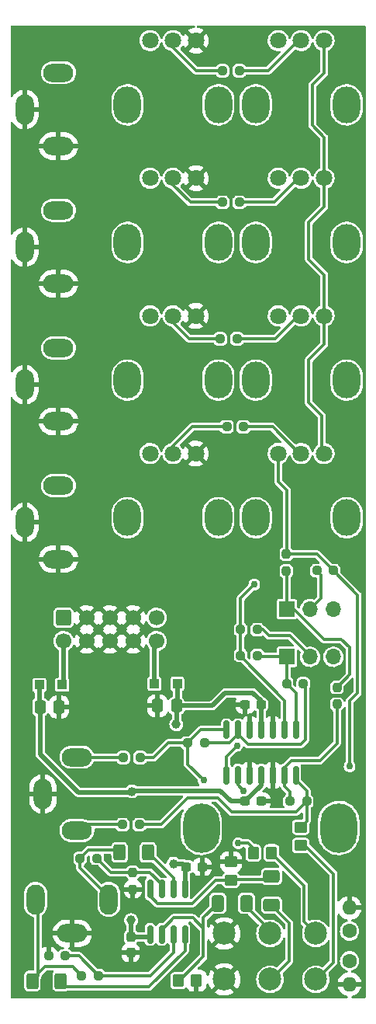
<source format=gbr>
%TF.GenerationSoftware,KiCad,Pcbnew,6.0.5-a6ca702e91~116~ubuntu22.04.1*%
%TF.CreationDate,2022-06-04T10:40:06-07:00*%
%TF.ProjectId,HEAR,48454152-2e6b-4696-9361-645f70636258,2.1*%
%TF.SameCoordinates,Original*%
%TF.FileFunction,Copper,L2,Bot*%
%TF.FilePolarity,Positive*%
%FSLAX46Y46*%
G04 Gerber Fmt 4.6, Leading zero omitted, Abs format (unit mm)*
G04 Created by KiCad (PCBNEW 6.0.5-a6ca702e91~116~ubuntu22.04.1) date 2022-06-04 10:40:06*
%MOMM*%
%LPD*%
G01*
G04 APERTURE LIST*
G04 Aperture macros list*
%AMRoundRect*
0 Rectangle with rounded corners*
0 $1 Rounding radius*
0 $2 $3 $4 $5 $6 $7 $8 $9 X,Y pos of 4 corners*
0 Add a 4 corners polygon primitive as box body*
4,1,4,$2,$3,$4,$5,$6,$7,$8,$9,$2,$3,0*
0 Add four circle primitives for the rounded corners*
1,1,$1+$1,$2,$3*
1,1,$1+$1,$4,$5*
1,1,$1+$1,$6,$7*
1,1,$1+$1,$8,$9*
0 Add four rect primitives between the rounded corners*
20,1,$1+$1,$2,$3,$4,$5,0*
20,1,$1+$1,$4,$5,$6,$7,0*
20,1,$1+$1,$6,$7,$8,$9,0*
20,1,$1+$1,$8,$9,$2,$3,0*%
G04 Aperture macros list end*
%TA.AperFunction,ComponentPad*%
%ADD10O,3.300000X2.000000*%
%TD*%
%TA.AperFunction,ComponentPad*%
%ADD11O,2.000000X3.300000*%
%TD*%
%TA.AperFunction,WasherPad*%
%ADD12O,3.000000X4.000000*%
%TD*%
%TA.AperFunction,ComponentPad*%
%ADD13C,1.800000*%
%TD*%
%TA.AperFunction,WasherPad*%
%ADD14O,4.000000X5.400000*%
%TD*%
%TA.AperFunction,ComponentPad*%
%ADD15C,2.500000*%
%TD*%
%TA.AperFunction,SMDPad,CuDef*%
%ADD16RoundRect,0.250000X0.337500X0.475000X-0.337500X0.475000X-0.337500X-0.475000X0.337500X-0.475000X0*%
%TD*%
%TA.AperFunction,SMDPad,CuDef*%
%ADD17RoundRect,0.237500X0.300000X0.237500X-0.300000X0.237500X-0.300000X-0.237500X0.300000X-0.237500X0*%
%TD*%
%TA.AperFunction,SMDPad,CuDef*%
%ADD18RoundRect,0.237500X-0.300000X-0.237500X0.300000X-0.237500X0.300000X0.237500X-0.300000X0.237500X0*%
%TD*%
%TA.AperFunction,SMDPad,CuDef*%
%ADD19RoundRect,0.237500X0.237500X-0.300000X0.237500X0.300000X-0.237500X0.300000X-0.237500X-0.300000X0*%
%TD*%
%TA.AperFunction,SMDPad,CuDef*%
%ADD20R,1.000000X1.000000*%
%TD*%
%TA.AperFunction,SMDPad,CuDef*%
%ADD21RoundRect,0.237500X-0.250000X-0.237500X0.250000X-0.237500X0.250000X0.237500X-0.250000X0.237500X0*%
%TD*%
%TA.AperFunction,SMDPad,CuDef*%
%ADD22RoundRect,0.237500X0.250000X0.237500X-0.250000X0.237500X-0.250000X-0.237500X0.250000X-0.237500X0*%
%TD*%
%TA.AperFunction,SMDPad,CuDef*%
%ADD23RoundRect,0.237500X-0.237500X0.250000X-0.237500X-0.250000X0.237500X-0.250000X0.237500X0.250000X0*%
%TD*%
%TA.AperFunction,SMDPad,CuDef*%
%ADD24RoundRect,0.150000X-0.150000X0.825000X-0.150000X-0.825000X0.150000X-0.825000X0.150000X0.825000X0*%
%TD*%
%TA.AperFunction,ComponentPad*%
%ADD25RoundRect,0.250000X-0.600000X0.600000X-0.600000X-0.600000X0.600000X-0.600000X0.600000X0.600000X0*%
%TD*%
%TA.AperFunction,ComponentPad*%
%ADD26C,1.700000*%
%TD*%
%TA.AperFunction,SMDPad,CuDef*%
%ADD27RoundRect,0.250000X0.650000X-0.412500X0.650000X0.412500X-0.650000X0.412500X-0.650000X-0.412500X0*%
%TD*%
%TA.AperFunction,SMDPad,CuDef*%
%ADD28RoundRect,0.250000X-0.400000X-0.625000X0.400000X-0.625000X0.400000X0.625000X-0.400000X0.625000X0*%
%TD*%
%TA.AperFunction,SMDPad,CuDef*%
%ADD29RoundRect,0.250000X0.412500X0.650000X-0.412500X0.650000X-0.412500X-0.650000X0.412500X-0.650000X0*%
%TD*%
%TA.AperFunction,ComponentPad*%
%ADD30R,1.700000X1.700000*%
%TD*%
%TA.AperFunction,ComponentPad*%
%ADD31O,1.700000X1.700000*%
%TD*%
%TA.AperFunction,SMDPad,CuDef*%
%ADD32RoundRect,0.250000X0.350000X0.450000X-0.350000X0.450000X-0.350000X-0.450000X0.350000X-0.450000X0*%
%TD*%
%TA.AperFunction,SMDPad,CuDef*%
%ADD33RoundRect,0.250000X-0.450000X0.350000X-0.450000X-0.350000X0.450000X-0.350000X0.450000X0.350000X0*%
%TD*%
%TA.AperFunction,SMDPad,CuDef*%
%ADD34RoundRect,0.250000X0.450000X-0.350000X0.450000X0.350000X-0.450000X0.350000X-0.450000X-0.350000X0*%
%TD*%
%TA.AperFunction,SMDPad,CuDef*%
%ADD35RoundRect,0.237500X0.237500X-0.250000X0.237500X0.250000X-0.237500X0.250000X-0.237500X-0.250000X0*%
%TD*%
%TA.AperFunction,SMDPad,CuDef*%
%ADD36RoundRect,0.150000X0.150000X-0.825000X0.150000X0.825000X-0.150000X0.825000X-0.150000X-0.825000X0*%
%TD*%
%TA.AperFunction,ComponentPad*%
%ADD37C,1.600000*%
%TD*%
%TA.AperFunction,ComponentPad*%
%ADD38O,1.600000X1.600000*%
%TD*%
%TA.AperFunction,ViaPad*%
%ADD39C,1.000000*%
%TD*%
%TA.AperFunction,ViaPad*%
%ADD40C,0.762000*%
%TD*%
%TA.AperFunction,Conductor*%
%ADD41C,0.333000*%
%TD*%
%TA.AperFunction,Conductor*%
%ADD42C,0.500000*%
%TD*%
G04 APERTURE END LIST*
D10*
%TO.P,J2,R*%
%TO.N,GND*%
X5500000Y-28400000D03*
D11*
%TO.P,J2,S*%
X1800000Y-24400000D03*
D10*
%TO.P,J2,T*%
%TO.N,Net-(J2-PadT)*%
X5500000Y-20400000D03*
%TD*%
D12*
%TO.P,RV9,*%
%TO.N,*%
X36966000Y-53900000D03*
X27034000Y-53900000D03*
D13*
%TO.P,RV9,1,1*%
%TO.N,/RightMix*%
X29500000Y-46900000D03*
%TO.P,RV9,2,2*%
%TO.N,Net-(R7-Pad2)*%
X32000000Y-46900000D03*
%TO.P,RV9,3,3*%
%TO.N,/LeftMix*%
X34500000Y-46900000D03*
%TD*%
D10*
%TO.P,J1,R*%
%TO.N,GND*%
X5500000Y-13400000D03*
D11*
%TO.P,J1,S*%
X1800000Y-9400000D03*
D10*
%TO.P,J1,T*%
%TO.N,Net-(J1-PadT)*%
X5500000Y-5400000D03*
%TD*%
%TO.P,J3,R*%
%TO.N,GND*%
X5500000Y-43400000D03*
D11*
%TO.P,J3,S*%
X1800000Y-39400000D03*
D10*
%TO.P,J3,T*%
%TO.N,Net-(J3-PadT)*%
X5500000Y-35400000D03*
%TD*%
D12*
%TO.P,RV2,*%
%TO.N,*%
X22966000Y-8900000D03*
X13034000Y-8900000D03*
D13*
%TO.P,RV2,1,1*%
%TO.N,Net-(J1-PadT)*%
X15500000Y-1900000D03*
%TO.P,RV2,2,2*%
%TO.N,Net-(R1-Pad1)*%
X18000000Y-1900000D03*
%TO.P,RV2,3,3*%
%TO.N,GND*%
X20500000Y-1900000D03*
%TD*%
D12*
%TO.P,RV7,*%
%TO.N,*%
X27034000Y-23900000D03*
X36966000Y-23900000D03*
D13*
%TO.P,RV7,1,1*%
%TO.N,/RightMix*%
X29500000Y-16900000D03*
%TO.P,RV7,2,2*%
%TO.N,Net-(R3-Pad2)*%
X32000000Y-16900000D03*
%TO.P,RV7,3,3*%
%TO.N,/LeftMix*%
X34500000Y-16900000D03*
%TD*%
D12*
%TO.P,RV8,*%
%TO.N,*%
X36966000Y-38900000D03*
X27034000Y-38900000D03*
D13*
%TO.P,RV8,1,1*%
%TO.N,/RightMix*%
X29500000Y-31900000D03*
%TO.P,RV8,2,2*%
%TO.N,Net-(R5-Pad2)*%
X32000000Y-31900000D03*
%TO.P,RV8,3,3*%
%TO.N,/LeftMix*%
X34500000Y-31900000D03*
%TD*%
D14*
%TO.P,RV1,*%
%TO.N,*%
X36100000Y-87700000D03*
X21100000Y-87700000D03*
D15*
%TO.P,RV1,1,1*%
%TO.N,Net-(R35-Pad1)*%
X33600000Y-99200000D03*
%TO.P,RV1,2,2*%
%TO.N,Net-(C1-Pad1)*%
X28600000Y-99200000D03*
%TO.P,RV1,3,3*%
%TO.N,GND*%
X23600000Y-99200000D03*
%TO.P,RV1,4,4*%
%TO.N,Net-(R36-Pad1)*%
X33600000Y-104200000D03*
%TO.P,RV1,5,5*%
%TO.N,Net-(C2-Pad1)*%
X28600000Y-104200000D03*
%TO.P,RV1,6,6*%
%TO.N,GND*%
X23600000Y-104200000D03*
%TD*%
D12*
%TO.P,RV4,*%
%TO.N,*%
X13034000Y-38900000D03*
X22966000Y-38900000D03*
D13*
%TO.P,RV4,1,1*%
%TO.N,Net-(J3-PadT)*%
X15500000Y-31900000D03*
%TO.P,RV4,2,2*%
%TO.N,Net-(R5-Pad1)*%
X18000000Y-31900000D03*
%TO.P,RV4,3,3*%
%TO.N,GND*%
X20500000Y-31900000D03*
%TD*%
D10*
%TO.P,J13,R*%
%TO.N,RLineOut*%
X7500000Y-88000000D03*
D11*
%TO.P,J13,S*%
%TO.N,GND*%
X3800000Y-84000000D03*
D10*
%TO.P,J13,T*%
%TO.N,LLineOut*%
X7500000Y-80000000D03*
%TD*%
D12*
%TO.P,RV3,*%
%TO.N,*%
X22966000Y-23900000D03*
X13034000Y-23900000D03*
D13*
%TO.P,RV3,1,1*%
%TO.N,Net-(J2-PadT)*%
X15500000Y-16900000D03*
%TO.P,RV3,2,2*%
%TO.N,Net-(R3-Pad1)*%
X18000000Y-16900000D03*
%TO.P,RV3,3,3*%
%TO.N,GND*%
X20500000Y-16900000D03*
%TD*%
D12*
%TO.P,RV5,*%
%TO.N,*%
X22966000Y-53900000D03*
X13034000Y-53900000D03*
D13*
%TO.P,RV5,1,1*%
%TO.N,Net-(J4-PadT)*%
X15500000Y-46900000D03*
%TO.P,RV5,2,2*%
%TO.N,Net-(R7-Pad1)*%
X18000000Y-46900000D03*
%TO.P,RV5,3,3*%
%TO.N,GND*%
X20500000Y-46900000D03*
%TD*%
D12*
%TO.P,RV6,*%
%TO.N,*%
X36966000Y-8900000D03*
X27034000Y-8900000D03*
D13*
%TO.P,RV6,1,1*%
%TO.N,/RightMix*%
X29500000Y-1900000D03*
%TO.P,RV6,2,2*%
%TO.N,Net-(R1-Pad2)*%
X32000000Y-1900000D03*
%TO.P,RV6,3,3*%
%TO.N,/LeftMix*%
X34500000Y-1900000D03*
%TD*%
D10*
%TO.P,J4,R*%
%TO.N,GND*%
X5500000Y-58400000D03*
D11*
%TO.P,J4,S*%
X1800000Y-54400000D03*
D10*
%TO.P,J4,T*%
%TO.N,Net-(J4-PadT)*%
X5500000Y-50400000D03*
%TD*%
D11*
%TO.P,J14,R*%
%TO.N,HPoutR*%
X11000000Y-95500000D03*
D10*
%TO.P,J14,S*%
%TO.N,GND*%
X7000000Y-99200000D03*
D11*
%TO.P,J14,T*%
%TO.N,HPoutL*%
X3000000Y-95500000D03*
%TD*%
D16*
%TO.P,C5,1*%
%TO.N,+12V*%
X18385700Y-74396600D03*
%TO.P,C5,2*%
%TO.N,GND*%
X16310700Y-74396600D03*
%TD*%
%TO.P,C6,1*%
%TO.N,GND*%
X5558700Y-74523600D03*
%TO.P,C6,2*%
%TO.N,-12V*%
X3483700Y-74523600D03*
%TD*%
D17*
%TO.P,C7,1*%
%TO.N,+12V*%
X27608700Y-74269600D03*
%TO.P,C7,2*%
%TO.N,GND*%
X25883700Y-74269600D03*
%TD*%
%TO.P,C8,1*%
%TO.N,GND*%
X27608700Y-84810600D03*
%TO.P,C8,2*%
%TO.N,-12V*%
X25883700Y-84810600D03*
%TD*%
D18*
%TO.P,C9,1*%
%TO.N,+12V*%
X19463700Y-91945800D03*
%TO.P,C9,2*%
%TO.N,GND*%
X21188700Y-91945800D03*
%TD*%
D19*
%TO.P,C10,1*%
%TO.N,GND*%
X13392000Y-101291900D03*
%TO.P,C10,2*%
%TO.N,-12V*%
X13392000Y-99566900D03*
%TD*%
D20*
%TO.P,D1,1,K*%
%TO.N,+12V*%
X18471200Y-71983600D03*
%TO.P,D1,2,A*%
%TO.N,Net-(D1-Pad2)*%
X15971200Y-71983600D03*
%TD*%
%TO.P,D2,1,K*%
%TO.N,Net-(D2-Pad1)*%
X5898200Y-72110600D03*
%TO.P,D2,2,A*%
%TO.N,-12V*%
X3398200Y-72110600D03*
%TD*%
D21*
%TO.P,R17,1*%
%TO.N,/LeftMix*%
X25387500Y-68900000D03*
%TO.P,R17,2*%
%TO.N,Net-(J5-Pad1)*%
X27212500Y-68900000D03*
%TD*%
D22*
%TO.P,R19,1*%
%TO.N,/RightMix*%
X35532700Y-59664600D03*
%TO.P,R19,2*%
%TO.N,Net-(J6-Pad2)*%
X33707700Y-59664600D03*
%TD*%
D23*
%TO.P,R20,1*%
%TO.N,/RightMix*%
X30378400Y-57863100D03*
%TO.P,R20,2*%
%TO.N,Net-(J6-Pad1)*%
X30378400Y-59688100D03*
%TD*%
D21*
%TO.P,R21,1*%
%TO.N,Net-(J5-Pad1)*%
X30405700Y-71983600D03*
%TO.P,R21,2*%
%TO.N,Net-(R21-Pad2)*%
X32230700Y-71983600D03*
%TD*%
D23*
%TO.P,R22,1*%
%TO.N,Net-(J6-Pad1)*%
X35900000Y-72387500D03*
%TO.P,R22,2*%
%TO.N,Net-(R22-Pad2)*%
X35900000Y-74212500D03*
%TD*%
D22*
%TO.P,R27,1*%
%TO.N,Net-(R21-Pad2)*%
X21441900Y-78458400D03*
%TO.P,R27,2*%
%TO.N,Lout*%
X19616900Y-78458400D03*
%TD*%
D21*
%TO.P,R28,1*%
%TO.N,Net-(R22-Pad2)*%
X30786700Y-84810600D03*
%TO.P,R28,2*%
%TO.N,Rout*%
X32611700Y-84810600D03*
%TD*%
D22*
%TO.P,R29,1*%
%TO.N,Lout*%
X14406100Y-80033200D03*
%TO.P,R29,2*%
%TO.N,LLineOut*%
X12581100Y-80033200D03*
%TD*%
%TO.P,R30,1*%
%TO.N,Rout*%
X14323700Y-87350600D03*
%TO.P,R30,2*%
%TO.N,RLineOut*%
X12498700Y-87350600D03*
%TD*%
D24*
%TO.P,U1,1*%
%TO.N,Lout*%
X23825200Y-77001600D03*
%TO.P,U1,2,-*%
%TO.N,Net-(R21-Pad2)*%
X25095200Y-77001600D03*
%TO.P,U1,3,+*%
%TO.N,GND*%
X26365200Y-77001600D03*
%TO.P,U1,4,V+*%
%TO.N,+12V*%
X27635200Y-77001600D03*
%TO.P,U1,5,+*%
%TO.N,GND*%
X28905200Y-77001600D03*
%TO.P,U1,6,-*%
%TO.N,/LeftMix*%
X30175200Y-77001600D03*
%TO.P,U1,7*%
%TO.N,Net-(J5-Pad1)*%
X31445200Y-77001600D03*
%TO.P,U1,8*%
%TO.N,Rout*%
X31445200Y-81951600D03*
%TO.P,U1,9,-*%
%TO.N,Net-(R22-Pad2)*%
X30175200Y-81951600D03*
%TO.P,U1,10,+*%
%TO.N,GND*%
X28905200Y-81951600D03*
%TO.P,U1,11,V-*%
%TO.N,-12V*%
X27635200Y-81951600D03*
%TO.P,U1,12,+*%
%TO.N,GND*%
X26365200Y-81951600D03*
%TO.P,U1,13,-*%
%TO.N,/RightMix*%
X25095200Y-81951600D03*
%TO.P,U1,14*%
%TO.N,Net-(J6-Pad1)*%
X23825200Y-81951600D03*
%TD*%
D25*
%TO.P,J12,1,Pin_1*%
%TO.N,Net-(D2-Pad1)*%
X6045200Y-64800000D03*
D26*
%TO.P,J12,2,Pin_2*%
X6045200Y-67340000D03*
%TO.P,J12,3,Pin_3*%
%TO.N,GND*%
X8585200Y-64800000D03*
%TO.P,J12,4,Pin_4*%
X8585200Y-67340000D03*
%TO.P,J12,5,Pin_5*%
X11125200Y-64800000D03*
%TO.P,J12,6,Pin_6*%
X11125200Y-67340000D03*
%TO.P,J12,7,Pin_7*%
X13665200Y-64800000D03*
%TO.P,J12,8,Pin_8*%
X13665200Y-67340000D03*
%TO.P,J12,9,Pin_9*%
%TO.N,Net-(D1-Pad2)*%
X16205200Y-64800000D03*
%TO.P,J12,10,Pin_10*%
X16205200Y-67340000D03*
%TD*%
D21*
%TO.P,R7,1*%
%TO.N,Net-(R7-Pad1)*%
X23877900Y-43992800D03*
%TO.P,R7,2*%
%TO.N,Net-(R7-Pad2)*%
X25702900Y-43992800D03*
%TD*%
D27*
%TO.P,C2,1*%
%TO.N,Net-(C2-Pad1)*%
X28759000Y-96099100D03*
%TO.P,C2,2*%
%TO.N,Net-(C2-Pad2)*%
X28759000Y-92974100D03*
%TD*%
D28*
%TO.P,R34,1*%
%TO.N,HPoutR*%
X12172200Y-90371000D03*
%TO.P,R34,2*%
%TO.N,Net-(R34-Pad2)*%
X15272200Y-90371000D03*
%TD*%
D29*
%TO.P,C1,1*%
%TO.N,Net-(C1-Pad1)*%
X26028900Y-95908200D03*
%TO.P,C1,2*%
%TO.N,Net-(C1-Pad2)*%
X22903900Y-95908200D03*
%TD*%
D30*
%TO.P,J5,1,Pin_1*%
%TO.N,Net-(J5-Pad1)*%
X30429200Y-69062600D03*
D31*
%TO.P,J5,2,Pin_2*%
%TO.N,Net-(J5-Pad2)*%
X32969200Y-69062600D03*
%TO.P,J5,3,Pin_3*%
%TO.N,unconnected-(J5-Pad3)*%
X35509200Y-69062600D03*
%TD*%
D21*
%TO.P,R23,1*%
%TO.N,GND*%
X4402300Y-101648600D03*
%TO.P,R23,2*%
%TO.N,Net-(R23-Pad2)*%
X6227300Y-101648600D03*
%TD*%
D32*
%TO.P,R35,1*%
%TO.N,Net-(R35-Pad1)*%
X28768400Y-90421800D03*
%TO.P,R35,2*%
%TO.N,Lout*%
X26768400Y-90421800D03*
%TD*%
D21*
%TO.P,R5,1*%
%TO.N,Net-(R5-Pad1)*%
X23166700Y-34391600D03*
%TO.P,R5,2*%
%TO.N,Net-(R5-Pad2)*%
X24991700Y-34391600D03*
%TD*%
D32*
%TO.P,R15,1*%
%TO.N,GND*%
X20564200Y-104341000D03*
%TO.P,R15,2*%
%TO.N,Net-(C1-Pad2)*%
X18564200Y-104341000D03*
%TD*%
D33*
%TO.P,R16,1*%
%TO.N,GND*%
X24339400Y-91403000D03*
%TO.P,R16,2*%
%TO.N,Net-(C2-Pad2)*%
X24339400Y-93403000D03*
%TD*%
D34*
%TO.P,R36,1*%
%TO.N,Net-(R36-Pad1)*%
X31953200Y-89620600D03*
%TO.P,R36,2*%
%TO.N,Rout*%
X31953200Y-87620600D03*
%TD*%
D35*
%TO.P,R24,1*%
%TO.N,GND*%
X13620600Y-94382300D03*
%TO.P,R24,2*%
%TO.N,Net-(R24-Pad2)*%
X13620600Y-92557300D03*
%TD*%
D36*
%TO.P,U2,1*%
%TO.N,Net-(R33-Pad2)*%
X19310200Y-99297600D03*
%TO.P,U2,2,-*%
%TO.N,Net-(R23-Pad2)*%
X18040200Y-99297600D03*
%TO.P,U2,3,+*%
%TO.N,Net-(C1-Pad2)*%
X16770200Y-99297600D03*
%TO.P,U2,4,V-*%
%TO.N,-12V*%
X15500200Y-99297600D03*
%TO.P,U2,5,+*%
%TO.N,Net-(C2-Pad2)*%
X15500200Y-94347600D03*
%TO.P,U2,6,-*%
%TO.N,Net-(R24-Pad2)*%
X16770200Y-94347600D03*
%TO.P,U2,7*%
%TO.N,Net-(R34-Pad2)*%
X18040200Y-94347600D03*
%TO.P,U2,8,V+*%
%TO.N,+12V*%
X19310200Y-94347600D03*
%TD*%
D37*
%TO.P,R2,1*%
%TO.N,Net-(C2-Pad1)*%
X37287200Y-102180600D03*
D38*
%TO.P,R2,2*%
%TO.N,GND*%
X37287200Y-104720600D03*
%TD*%
D30*
%TO.P,J6,1,Pin_1*%
%TO.N,Net-(J6-Pad1)*%
X30444200Y-63855600D03*
D31*
%TO.P,J6,2,Pin_2*%
%TO.N,Net-(J6-Pad2)*%
X32984200Y-63855600D03*
%TO.P,J6,3,Pin_3*%
%TO.N,unconnected-(J6-Pad3)*%
X35524200Y-63855600D03*
%TD*%
D21*
%TO.P,R25,1*%
%TO.N,HPoutL*%
X8034500Y-103782200D03*
%TO.P,R25,2*%
%TO.N,Net-(R23-Pad2)*%
X9859500Y-103782200D03*
%TD*%
D28*
%TO.P,R33,1*%
%TO.N,HPoutL*%
X2647200Y-104391800D03*
%TO.P,R33,2*%
%TO.N,Net-(R33-Pad2)*%
X5747200Y-104391800D03*
%TD*%
D21*
%TO.P,R26,1*%
%TO.N,HPoutR*%
X7856700Y-91006000D03*
%TO.P,R26,2*%
%TO.N,Net-(R24-Pad2)*%
X9681700Y-91006000D03*
%TD*%
%TO.P,R38,1*%
%TO.N,/LeftMix*%
X25387500Y-66100000D03*
%TO.P,R38,2*%
%TO.N,Net-(J5-Pad2)*%
X27212500Y-66100000D03*
%TD*%
%TO.P,R3,1*%
%TO.N,Net-(R3-Pad1)*%
X23420700Y-19532600D03*
%TO.P,R3,2*%
%TO.N,Net-(R3-Pad2)*%
X25245700Y-19532600D03*
%TD*%
%TO.P,R1,1*%
%TO.N,Net-(R1-Pad1)*%
X23420700Y-5181600D03*
%TO.P,R1,2*%
%TO.N,Net-(R1-Pad2)*%
X25245700Y-5181600D03*
%TD*%
D37*
%TO.P,R4,1*%
%TO.N,Net-(C1-Pad1)*%
X37287200Y-98936600D03*
D38*
%TO.P,R4,2*%
%TO.N,GND*%
X37287200Y-96396600D03*
%TD*%
D39*
%TO.N,GND*%
X29159200Y-84683600D03*
X27635200Y-79857600D03*
%TO.N,+12V*%
X18040200Y-91590200D03*
X18364200Y-76428600D03*
%TO.N,-12V*%
X13417400Y-97762400D03*
X13544400Y-83716200D03*
D40*
%TO.N,Net-(J6-Pad1)*%
X24994868Y-78745848D03*
%TO.N,/LeftMix*%
X26873200Y-61188600D03*
%TO.N,/RightMix*%
X37287200Y-81000600D03*
X25730200Y-83667600D03*
%TO.N,Lout*%
X25126800Y-89380400D03*
X21342200Y-82522400D03*
%TD*%
D41*
%TO.N,Net-(C1-Pad1)*%
X26028900Y-96314600D02*
X28651200Y-98936900D01*
X26028900Y-95908200D02*
X26028900Y-96314600D01*
X28651200Y-98936900D02*
X28651200Y-99231600D01*
%TO.N,Net-(C1-Pad2)*%
X20160400Y-97508400D02*
X21332800Y-98680800D01*
X16770200Y-99297600D02*
X16770200Y-98786470D01*
X16770200Y-98786470D02*
X18048270Y-97508400D01*
X21332800Y-101724800D02*
X18716600Y-104341000D01*
X18716600Y-104341000D02*
X18564200Y-104341000D01*
X18048270Y-97508400D02*
X20160400Y-97508400D01*
X22903900Y-95908200D02*
X21332800Y-97479300D01*
X21332800Y-98680800D02*
X21332800Y-101724800D01*
X21332800Y-97479300D02*
X21332800Y-101724800D01*
%TO.N,Net-(C2-Pad2)*%
X15500200Y-95120800D02*
X15500200Y-94347600D01*
X20123000Y-95933600D02*
X16313000Y-95933600D01*
X24339400Y-93403000D02*
X22653600Y-93403000D01*
X28403400Y-93329700D02*
X28759000Y-92974100D01*
X22653600Y-93403000D02*
X20123000Y-95933600D01*
X24412700Y-93329700D02*
X28403400Y-93329700D01*
X16313000Y-95933600D02*
X15500200Y-95120800D01*
X24339400Y-93403000D02*
X24412700Y-93329700D01*
D42*
%TO.N,+12V*%
X18471200Y-71983600D02*
X18471200Y-74311100D01*
X23698200Y-72999600D02*
X26746200Y-72999600D01*
X18040200Y-91590200D02*
X19108100Y-91590200D01*
X18471200Y-74311100D02*
X18385700Y-74396600D01*
X27635200Y-77001600D02*
X27635200Y-74296100D01*
X18385700Y-74396600D02*
X22301200Y-74396600D01*
X26746200Y-72999600D02*
X27608700Y-73862100D01*
X27635200Y-74296100D02*
X27608700Y-74269600D01*
X18385700Y-76407100D02*
X18364200Y-76428600D01*
X27608700Y-73862100D02*
X27608700Y-74269600D01*
X22301200Y-74396600D02*
X23698200Y-72999600D01*
X19310200Y-92099300D02*
X19463700Y-91945800D01*
X19108100Y-91590200D02*
X19463700Y-91945800D01*
X18385700Y-74396600D02*
X18385700Y-76407100D01*
X19310200Y-94347600D02*
X19310200Y-92099300D01*
%TO.N,-12V*%
X24333200Y-84810600D02*
X25883700Y-84810600D01*
X13544400Y-83716200D02*
X13442800Y-83817800D01*
X27635200Y-81951600D02*
X27635200Y-83059100D01*
X13417400Y-97762400D02*
X13417400Y-99541500D01*
X15230900Y-99566900D02*
X15500200Y-99297600D01*
X13442800Y-83817800D02*
X7651600Y-83817800D01*
X3398200Y-72110600D02*
X3398200Y-74438100D01*
X13392000Y-99566900D02*
X15230900Y-99566900D01*
X7651600Y-83817800D02*
X3483700Y-79649900D01*
X3398200Y-74438100D02*
X3483700Y-74523600D01*
X13593000Y-83667600D02*
X23190200Y-83667600D01*
X13544400Y-83716200D02*
X13593000Y-83667600D01*
X27635200Y-83059100D02*
X25883700Y-84810600D01*
X13417400Y-99541500D02*
X13392000Y-99566900D01*
X23190200Y-83667600D02*
X24333200Y-84810600D01*
X3483700Y-79649900D02*
X3483700Y-74523600D01*
%TO.N,Net-(D1-Pad2)*%
X15971200Y-71983600D02*
X15931200Y-71943600D01*
X15931200Y-71943600D02*
X15931200Y-67614000D01*
X15931200Y-67614000D02*
X16205200Y-67340000D01*
%TO.N,Net-(D2-Pad1)*%
X6045200Y-71963600D02*
X5898200Y-72110600D01*
X6045200Y-67340000D02*
X6045200Y-71963600D01*
D41*
%TO.N,Net-(J5-Pad1)*%
X27212500Y-68900000D02*
X27375100Y-69062600D01*
X30429200Y-71960100D02*
X30405700Y-71983600D01*
X27375100Y-69062600D02*
X30429200Y-69062600D01*
X30429200Y-69062600D02*
X30429200Y-71960100D01*
X31445200Y-73023100D02*
X31445200Y-77001600D01*
X30405700Y-71983600D02*
X31445200Y-73023100D01*
%TO.N,Net-(R1-Pad2)*%
X31725200Y-1847600D02*
X32000000Y-1847600D01*
X25158200Y-5181600D02*
X28391200Y-5181600D01*
X28391200Y-5181600D02*
X31725200Y-1847600D01*
%TO.N,Net-(J6-Pad1)*%
X30378400Y-59688100D02*
X30444200Y-59753900D01*
X37287200Y-68046600D02*
X37287200Y-71000300D01*
X34490132Y-67157600D02*
X36398200Y-67157600D01*
X30444200Y-63855600D02*
X31188132Y-63855600D01*
X37287200Y-71000300D02*
X35900000Y-72387500D01*
X36398200Y-67157600D02*
X37287200Y-68046600D01*
X23825200Y-79915516D02*
X23825200Y-81951600D01*
X31188132Y-63855600D02*
X34490132Y-67157600D01*
X24994868Y-78745848D02*
X23825200Y-79915516D01*
X30444200Y-59753900D02*
X30444200Y-63855600D01*
%TO.N,Net-(J5-Pad2)*%
X28524200Y-66776600D02*
X27847600Y-66100000D01*
X32969200Y-68935600D02*
X30810200Y-66776600D01*
X27847600Y-66100000D02*
X27212500Y-66100000D01*
X30810200Y-66776600D02*
X28524200Y-66776600D01*
X32969200Y-69062600D02*
X32969200Y-68935600D01*
%TO.N,RLineOut*%
X12498700Y-87350600D02*
X8149400Y-87350600D01*
X8149400Y-87350600D02*
X7500000Y-88000000D01*
%TO.N,LLineOut*%
X12565700Y-80048600D02*
X7548600Y-80048600D01*
X7548600Y-80048600D02*
X7500000Y-80000000D01*
X12581100Y-80033200D02*
X12565700Y-80048600D01*
%TO.N,Net-(R3-Pad2)*%
X25245700Y-19532600D02*
X29040200Y-19532600D01*
X31725200Y-16847600D02*
X32000000Y-16847600D01*
X29040200Y-19532600D02*
X31725200Y-16847600D01*
%TO.N,Net-(R21-Pad2)*%
X32461200Y-78079600D02*
X32461200Y-72214100D01*
X24149530Y-78458400D02*
X21441900Y-78458400D01*
X25095200Y-77512730D02*
X26170070Y-78587600D01*
X26170070Y-78587600D02*
X31953200Y-78587600D01*
X25095200Y-77001600D02*
X25095200Y-77512730D01*
X32461200Y-72214100D02*
X32230700Y-71983600D01*
X25095200Y-77512730D02*
X24149530Y-78458400D01*
X31953200Y-78587600D02*
X32461200Y-78079600D01*
%TO.N,Net-(R5-Pad2)*%
X29181200Y-34391600D02*
X31725200Y-31847600D01*
X31725200Y-31847600D02*
X32000000Y-31847600D01*
X24904200Y-34391600D02*
X29181200Y-34391600D01*
%TO.N,Net-(R7-Pad2)*%
X28870400Y-43992800D02*
X31725200Y-46847600D01*
X31725200Y-46847600D02*
X32000000Y-46847600D01*
X25615400Y-43992800D02*
X28870400Y-43992800D01*
%TO.N,HPoutR*%
X11000000Y-95222400D02*
X11000000Y-95500000D01*
X8751720Y-90110980D02*
X7856700Y-91006000D01*
X7856700Y-91006000D02*
X7856700Y-92079100D01*
X11912180Y-90110980D02*
X8751720Y-90110980D01*
X12172200Y-90371000D02*
X11912180Y-90110980D01*
X7856700Y-92079100D02*
X11000000Y-95222400D01*
%TO.N,HPoutL*%
X8034500Y-103782200D02*
X7069300Y-102817000D01*
X2647200Y-104189200D02*
X2647200Y-104391800D01*
X3225200Y-103813800D02*
X3225200Y-95725200D01*
X7069300Y-102817000D02*
X4019400Y-102817000D01*
X2647200Y-104391800D02*
X3225200Y-103813800D01*
X3225200Y-95725200D02*
X3000000Y-95500000D01*
X4019400Y-102817000D02*
X2647200Y-104189200D01*
%TO.N,Net-(R22-Pad2)*%
X34034400Y-80365600D02*
X30937200Y-80365600D01*
X30937200Y-80365600D02*
X30175200Y-81127600D01*
X35900000Y-74212500D02*
X35900000Y-78500000D01*
X30175200Y-81127600D02*
X30175200Y-81951600D01*
X35900000Y-78500000D02*
X34034400Y-80365600D01*
X30175200Y-81951600D02*
X30175200Y-83159600D01*
X30175200Y-83159600D02*
X30786700Y-83771100D01*
X30786700Y-83771100D02*
X30786700Y-84810600D01*
%TO.N,Net-(J6-Pad2)*%
X34137600Y-62702200D02*
X32984200Y-63855600D01*
X34137600Y-60159400D02*
X34137600Y-62702200D01*
%TO.N,Net-(R23-Pad2)*%
X7725900Y-101648600D02*
X9859500Y-103782200D01*
X18040200Y-101242200D02*
X15500200Y-103782200D01*
X6227300Y-101648600D02*
X7725900Y-101648600D01*
X18040200Y-99297600D02*
X18040200Y-101242200D01*
X15500200Y-103782200D02*
X9859500Y-103782200D01*
%TO.N,Net-(R24-Pad2)*%
X16770200Y-94347600D02*
X16770200Y-93836470D01*
X13620600Y-92557300D02*
X11233000Y-92557300D01*
X16770200Y-93836470D02*
X15491030Y-92557300D01*
X11233000Y-92557300D02*
X9681700Y-91006000D01*
X15491030Y-92557300D02*
X13620600Y-92557300D01*
%TO.N,Net-(R3-Pad1)*%
X18000000Y-16900000D02*
X18000000Y-17622400D01*
X19910200Y-19532600D02*
X23420700Y-19532600D01*
X18000000Y-17622400D02*
X19910200Y-19532600D01*
%TO.N,Net-(R1-Pad1)*%
X20559200Y-5181600D02*
X23508200Y-5181600D01*
X18000000Y-1900000D02*
X18000000Y-2622400D01*
X18000000Y-2622400D02*
X20559200Y-5181600D01*
%TO.N,Net-(R5-Pad1)*%
X18000000Y-31900000D02*
X18000000Y-32622400D01*
X19769200Y-34391600D02*
X23254200Y-34391600D01*
X18000000Y-32622400D02*
X19769200Y-34391600D01*
%TO.N,Net-(R7-Pad1)*%
X20080000Y-43992800D02*
X23965400Y-43992800D01*
X18000000Y-46072800D02*
X20080000Y-43992800D01*
X18000000Y-46900000D02*
X18000000Y-46072800D01*
%TO.N,Net-(R33-Pad2)*%
X19310200Y-101089800D02*
X19310200Y-99297600D01*
X5747200Y-104391800D02*
X6356800Y-105001400D01*
X6356800Y-105001400D02*
X15398600Y-105001400D01*
X15398600Y-105001400D02*
X19310200Y-101089800D01*
%TO.N,Net-(R34-Pad2)*%
X18040200Y-93139000D02*
X15272200Y-90371000D01*
X18040200Y-94347600D02*
X18040200Y-93139000D01*
%TO.N,/LeftMix*%
X32842200Y-41376600D02*
X34239200Y-42773600D01*
X32842200Y-25755600D02*
X34500000Y-27413400D01*
X34500000Y-5458200D02*
X33223200Y-6735000D01*
X26873200Y-61188600D02*
X25387500Y-62674300D01*
X32842200Y-36677600D02*
X32842200Y-41376600D01*
X34500000Y-35019800D02*
X32842200Y-36677600D01*
X30175200Y-73808900D02*
X30175200Y-77001600D01*
X25387500Y-62674300D02*
X25387500Y-66100000D01*
X34500000Y-1847600D02*
X34500000Y-5458200D01*
X32842200Y-21691600D02*
X32842200Y-25755600D01*
X33223200Y-6735000D02*
X33223200Y-11150600D01*
X34500000Y-27413400D02*
X34500000Y-35019800D01*
X25487500Y-69121200D02*
X30175200Y-73808900D01*
X34239200Y-42773600D02*
X34239200Y-42900600D01*
X34225200Y-42914600D02*
X34225200Y-46572800D01*
X33223200Y-11150600D02*
X34500000Y-12427400D01*
X25387500Y-66100000D02*
X25387500Y-68900000D01*
X34500000Y-20033800D02*
X32842200Y-21691600D01*
X34239200Y-42900600D02*
X34225200Y-42914600D01*
X34500000Y-12427400D02*
X34500000Y-20033800D01*
X34225200Y-46572800D02*
X34500000Y-46847600D01*
%TO.N,/RightMix*%
X25730200Y-83667600D02*
X25095200Y-83032600D01*
X29500000Y-49972400D02*
X30429200Y-50901600D01*
X35532700Y-59664600D02*
X35509200Y-59664600D01*
X37287200Y-81000600D02*
X37287200Y-73888600D01*
X30429200Y-57812300D02*
X30378400Y-57863100D01*
X38176200Y-72999600D02*
X38176200Y-62308100D01*
X29500000Y-46847600D02*
X29500000Y-49972400D01*
X30429200Y-50901600D02*
X30429200Y-57812300D01*
X38176200Y-62308100D02*
X35532700Y-59664600D01*
X25095200Y-83032600D02*
X25095200Y-81951600D01*
X33707700Y-57863100D02*
X30378400Y-57863100D01*
X37287200Y-73888600D02*
X38176200Y-72999600D01*
X35509200Y-59664600D02*
X33707700Y-57863100D01*
%TO.N,Net-(C2-Pad1)*%
X28759000Y-96099100D02*
X30683200Y-98023300D01*
X30683200Y-102199600D02*
X28651200Y-104231600D01*
X30683200Y-98023300D02*
X30683200Y-102199600D01*
%TO.N,Net-(R35-Pad1)*%
X28768400Y-90421800D02*
X28768400Y-90431200D01*
X28768400Y-90431200D02*
X32340400Y-94003200D01*
X32340400Y-97920800D02*
X33651200Y-99231600D01*
X32340400Y-94003200D02*
X32340400Y-97920800D01*
%TO.N,Net-(R36-Pad1)*%
X35540800Y-92716200D02*
X35540800Y-102342000D01*
X32080200Y-89255600D02*
X35540800Y-92716200D01*
X35540800Y-102342000D02*
X33651200Y-104231600D01*
%TO.N,Lout*%
X26235000Y-89380400D02*
X26768400Y-89913800D01*
X21073700Y-77001600D02*
X23825200Y-77001600D01*
X19616900Y-80797100D02*
X19616900Y-78458400D01*
X25126800Y-89380400D02*
X26235000Y-89380400D01*
X19616900Y-78458400D02*
X21073700Y-77001600D01*
X15906600Y-80033200D02*
X14406100Y-80033200D01*
X26768400Y-89913800D02*
X26768400Y-90421800D01*
X19616900Y-78458400D02*
X17481400Y-78458400D01*
X21342200Y-82522400D02*
X19616900Y-80797100D01*
X17481400Y-78458400D02*
X15906600Y-80033200D01*
%TO.N,Rout*%
X19634200Y-84429600D02*
X22872700Y-84429600D01*
X31445200Y-82524600D02*
X32611700Y-83691100D01*
X32611700Y-84810600D02*
X32611700Y-86962100D01*
X14323700Y-87350600D02*
X16713200Y-87350600D01*
X16713200Y-87350600D02*
X19634200Y-84429600D01*
X22872700Y-84429600D02*
X24396700Y-85953600D01*
X24396700Y-85953600D02*
X31468700Y-85953600D01*
X31445200Y-81951600D02*
X31445200Y-82524600D01*
X31468700Y-85953600D02*
X32611700Y-84810600D01*
X32611700Y-83691100D02*
X32611700Y-84810600D01*
X32611700Y-86962100D02*
X31953200Y-87620600D01*
%TD*%
%TA.AperFunction,Conductor*%
%TO.N,GND*%
G36*
X20356181Y-274502D02*
G01*
X20402674Y-328158D01*
X20412778Y-398432D01*
X20383284Y-463012D01*
X20323558Y-501396D01*
X20307119Y-505050D01*
X20177693Y-524855D01*
X20167666Y-527244D01*
X19957426Y-595961D01*
X19947916Y-599958D01*
X19751725Y-702089D01*
X19743007Y-707578D01*
X19713961Y-729386D01*
X19705508Y-740711D01*
X19712251Y-753040D01*
X20487189Y-1527979D01*
X20501132Y-1535592D01*
X20502966Y-1535461D01*
X20509580Y-1531210D01*
X21288994Y-751795D01*
X21296011Y-738944D01*
X21288237Y-728274D01*
X21285902Y-726430D01*
X21277320Y-720729D01*
X21083678Y-613833D01*
X21074272Y-609606D01*
X20865772Y-535772D01*
X20855809Y-533140D01*
X20695290Y-504547D01*
X20631732Y-472909D01*
X20595369Y-411931D01*
X20597746Y-340975D01*
X20638107Y-282567D01*
X20703639Y-255252D01*
X20717386Y-254500D01*
X38919500Y-254500D01*
X38987621Y-274502D01*
X39034114Y-328158D01*
X39045500Y-380500D01*
X39045500Y-106119500D01*
X39025498Y-106187621D01*
X38971842Y-106234114D01*
X38919500Y-106245500D01*
X37606985Y-106245500D01*
X37538864Y-106225498D01*
X37492371Y-106171842D01*
X37482267Y-106101568D01*
X37511761Y-106036988D01*
X37574374Y-105997793D01*
X37730961Y-105955836D01*
X37741253Y-105952090D01*
X37938711Y-105860014D01*
X37948207Y-105854531D01*
X38126667Y-105729572D01*
X38135075Y-105722516D01*
X38289116Y-105568475D01*
X38296172Y-105560067D01*
X38421131Y-105381607D01*
X38426614Y-105372111D01*
X38518690Y-105174653D01*
X38522436Y-105164361D01*
X38568594Y-104992097D01*
X38568258Y-104978001D01*
X38560316Y-104974600D01*
X36019233Y-104974600D01*
X36005702Y-104978573D01*
X36004473Y-104987122D01*
X36051964Y-105164361D01*
X36055710Y-105174653D01*
X36147786Y-105372111D01*
X36153269Y-105381607D01*
X36278228Y-105560067D01*
X36285284Y-105568475D01*
X36439325Y-105722516D01*
X36447733Y-105729572D01*
X36626193Y-105854531D01*
X36635689Y-105860014D01*
X36833147Y-105952090D01*
X36843439Y-105955836D01*
X37000026Y-105997793D01*
X37060649Y-106034745D01*
X37091670Y-106098605D01*
X37083242Y-106169100D01*
X37038039Y-106223847D01*
X36967415Y-106245500D01*
X380500Y-106245500D01*
X312379Y-106225498D01*
X265886Y-106171842D01*
X254500Y-106119500D01*
X254500Y-105609133D01*
X22555612Y-105609133D01*
X22564325Y-105620653D01*
X22662018Y-105692284D01*
X22669928Y-105697227D01*
X22892890Y-105814533D01*
X22901453Y-105818256D01*
X23139304Y-105901318D01*
X23148313Y-105903732D01*
X23395842Y-105950727D01*
X23405098Y-105951781D01*
X23656857Y-105961673D01*
X23666171Y-105961347D01*
X23916615Y-105933920D01*
X23925792Y-105932219D01*
X24169431Y-105868074D01*
X24178251Y-105865037D01*
X24409736Y-105765583D01*
X24418008Y-105761276D01*
X24632249Y-105628700D01*
X24639188Y-105623658D01*
X24647518Y-105611019D01*
X24641456Y-105600666D01*
X23612812Y-104572022D01*
X23598868Y-104564408D01*
X23597035Y-104564539D01*
X23590420Y-104568790D01*
X22562270Y-105596940D01*
X22555612Y-105609133D01*
X254500Y-105609133D01*
X254500Y-105064556D01*
X1742700Y-105064556D01*
X1743069Y-105067952D01*
X1743069Y-105067953D01*
X1748193Y-105115115D01*
X1749402Y-105126248D01*
X1800129Y-105261564D01*
X1805509Y-105268743D01*
X1805511Y-105268746D01*
X1858334Y-105339227D01*
X1886796Y-105377204D01*
X1893976Y-105382585D01*
X1995254Y-105458489D01*
X1995257Y-105458491D01*
X2002436Y-105463871D01*
X2057230Y-105484412D01*
X2130357Y-105511826D01*
X2130359Y-105511826D01*
X2137752Y-105514598D01*
X2145602Y-105515451D01*
X2145603Y-105515451D01*
X2196047Y-105520931D01*
X2199444Y-105521300D01*
X3094956Y-105521300D01*
X3098353Y-105520931D01*
X3148797Y-105515451D01*
X3148798Y-105515451D01*
X3156648Y-105514598D01*
X3164041Y-105511826D01*
X3164043Y-105511826D01*
X3237170Y-105484412D01*
X3291964Y-105463871D01*
X3299143Y-105458491D01*
X3299146Y-105458489D01*
X3400424Y-105382585D01*
X3407604Y-105377204D01*
X3436066Y-105339227D01*
X3488889Y-105268746D01*
X3488891Y-105268743D01*
X3494271Y-105261564D01*
X3544998Y-105126248D01*
X3546208Y-105115115D01*
X3551331Y-105067953D01*
X3551331Y-105067952D01*
X3551700Y-105064556D01*
X3551700Y-104127888D01*
X3570317Y-104064484D01*
X3570041Y-104064343D01*
X3570042Y-104064342D01*
X3580772Y-104043283D01*
X3591093Y-104026440D01*
X3604990Y-104007313D01*
X3608053Y-103997885D01*
X3608056Y-103997880D01*
X3612295Y-103984834D01*
X3619859Y-103966571D01*
X3621211Y-103963917D01*
X3630586Y-103945518D01*
X3632137Y-103935725D01*
X3632139Y-103935719D01*
X3634285Y-103922171D01*
X3638899Y-103902951D01*
X3643134Y-103889915D01*
X3646200Y-103880480D01*
X3646200Y-103837774D01*
X3666202Y-103769653D01*
X3683105Y-103748679D01*
X4156879Y-103274905D01*
X4219191Y-103240879D01*
X4245974Y-103238000D01*
X4861111Y-103238000D01*
X4929232Y-103258002D01*
X4975725Y-103311658D01*
X4985829Y-103381932D01*
X4961939Y-103439563D01*
X4900129Y-103522036D01*
X4885508Y-103561038D01*
X4853977Y-103645149D01*
X4849402Y-103657352D01*
X4842700Y-103719044D01*
X4842700Y-105064556D01*
X4843069Y-105067952D01*
X4843069Y-105067953D01*
X4848193Y-105115115D01*
X4849402Y-105126248D01*
X4900129Y-105261564D01*
X4905509Y-105268743D01*
X4905511Y-105268746D01*
X4958334Y-105339227D01*
X4986796Y-105377204D01*
X4993976Y-105382585D01*
X5095254Y-105458489D01*
X5095257Y-105458491D01*
X5102436Y-105463871D01*
X5157230Y-105484412D01*
X5230357Y-105511826D01*
X5230359Y-105511826D01*
X5237752Y-105514598D01*
X5245602Y-105515451D01*
X5245603Y-105515451D01*
X5296047Y-105520931D01*
X5299444Y-105521300D01*
X6194956Y-105521300D01*
X6198353Y-105520931D01*
X6248797Y-105515451D01*
X6248798Y-105515451D01*
X6256648Y-105514598D01*
X6264041Y-105511826D01*
X6264043Y-105511826D01*
X6337170Y-105484412D01*
X6391964Y-105463871D01*
X6399143Y-105458491D01*
X6399146Y-105458489D01*
X6413709Y-105447574D01*
X6480215Y-105422726D01*
X6489274Y-105422400D01*
X15465280Y-105422400D01*
X15487750Y-105415099D01*
X15506974Y-105410483D01*
X15530318Y-105406786D01*
X15551376Y-105396056D01*
X15569641Y-105388491D01*
X15582682Y-105384254D01*
X15592112Y-105381190D01*
X15600135Y-105375361D01*
X15600137Y-105375360D01*
X15611233Y-105367299D01*
X15628084Y-105356972D01*
X15649142Y-105346242D01*
X19655042Y-101340342D01*
X19665772Y-101319284D01*
X19676099Y-101302433D01*
X19684160Y-101291337D01*
X19684161Y-101291335D01*
X19689990Y-101283312D01*
X19697291Y-101260840D01*
X19704857Y-101242574D01*
X19711084Y-101230354D01*
X19711084Y-101230353D01*
X19715586Y-101221518D01*
X19719283Y-101198174D01*
X19723899Y-101178950D01*
X19728135Y-101165913D01*
X19731200Y-101156480D01*
X19731200Y-100475839D01*
X19751202Y-100407718D01*
X19768105Y-100386744D01*
X19791526Y-100363323D01*
X19849698Y-100249155D01*
X19864700Y-100154434D01*
X19864700Y-98440766D01*
X19849698Y-98346045D01*
X19791526Y-98231877D01*
X19704144Y-98144495D01*
X19670118Y-98082183D01*
X19675183Y-98011368D01*
X19717730Y-97954532D01*
X19784250Y-97929721D01*
X19793239Y-97929400D01*
X19933826Y-97929400D01*
X20001947Y-97949402D01*
X20022921Y-97966305D01*
X20874895Y-98818279D01*
X20908921Y-98880591D01*
X20911800Y-98907374D01*
X20911800Y-101498226D01*
X20891798Y-101566347D01*
X20874895Y-101587321D01*
X19107256Y-103354960D01*
X19044944Y-103388986D01*
X19004555Y-103391128D01*
X18961956Y-103386500D01*
X18166444Y-103386500D01*
X18163048Y-103386869D01*
X18163047Y-103386869D01*
X18112603Y-103392349D01*
X18112602Y-103392349D01*
X18104752Y-103393202D01*
X18097359Y-103395974D01*
X18097357Y-103395974D01*
X18059154Y-103410296D01*
X17969436Y-103443929D01*
X17962257Y-103449309D01*
X17962254Y-103449311D01*
X17881706Y-103509679D01*
X17853796Y-103530596D01*
X17848415Y-103537776D01*
X17772511Y-103639054D01*
X17772509Y-103639057D01*
X17767129Y-103646236D01*
X17742615Y-103711628D01*
X17720863Y-103769653D01*
X17716402Y-103781552D01*
X17715549Y-103789402D01*
X17715549Y-103789403D01*
X17710531Y-103835592D01*
X17709700Y-103843244D01*
X17709700Y-104838756D01*
X17710069Y-104842152D01*
X17710069Y-104842153D01*
X17715198Y-104889361D01*
X17716402Y-104900448D01*
X17767129Y-105035764D01*
X17772509Y-105042943D01*
X17772511Y-105042946D01*
X17815613Y-105100456D01*
X17853796Y-105151404D01*
X17860976Y-105156785D01*
X17962254Y-105232689D01*
X17962257Y-105232691D01*
X17969436Y-105238071D01*
X18036922Y-105263370D01*
X18097357Y-105286026D01*
X18097359Y-105286026D01*
X18104752Y-105288798D01*
X18112602Y-105289651D01*
X18112603Y-105289651D01*
X18163047Y-105295131D01*
X18166444Y-105295500D01*
X18961956Y-105295500D01*
X18965353Y-105295131D01*
X19015797Y-105289651D01*
X19015798Y-105289651D01*
X19023648Y-105288798D01*
X19031041Y-105286026D01*
X19031043Y-105286026D01*
X19091478Y-105263370D01*
X19158964Y-105238071D01*
X19166143Y-105232691D01*
X19166146Y-105232689D01*
X19267424Y-105156785D01*
X19274604Y-105151404D01*
X19312789Y-105100454D01*
X19369646Y-105057941D01*
X19440464Y-105052915D01*
X19502758Y-105086975D01*
X19522487Y-105115115D01*
X19523106Y-105114732D01*
X19612263Y-105258807D01*
X19621299Y-105270208D01*
X19736029Y-105384739D01*
X19747440Y-105393751D01*
X19885443Y-105478816D01*
X19898624Y-105484963D01*
X20052910Y-105536138D01*
X20066286Y-105539005D01*
X20160638Y-105548672D01*
X20167054Y-105549000D01*
X20292085Y-105549000D01*
X20307324Y-105544525D01*
X20308529Y-105543135D01*
X20310200Y-105535452D01*
X20310200Y-104213000D01*
X20330202Y-104144879D01*
X20383858Y-104098386D01*
X20436200Y-104087000D01*
X20692200Y-104087000D01*
X20760321Y-104107002D01*
X20806814Y-104160658D01*
X20818200Y-104213000D01*
X20818200Y-105530884D01*
X20822675Y-105546123D01*
X20824065Y-105547328D01*
X20831748Y-105548999D01*
X20961295Y-105548999D01*
X20967814Y-105548662D01*
X21063406Y-105538743D01*
X21076800Y-105535851D01*
X21230984Y-105484412D01*
X21244162Y-105478239D01*
X21382007Y-105392937D01*
X21393408Y-105383901D01*
X21507939Y-105269171D01*
X21516951Y-105257760D01*
X21602016Y-105119757D01*
X21608163Y-105106576D01*
X21659338Y-104952290D01*
X21662205Y-104938914D01*
X21671872Y-104844562D01*
X21672200Y-104838146D01*
X21672200Y-104757152D01*
X21692202Y-104689031D01*
X21745858Y-104642538D01*
X21816132Y-104632434D01*
X21880712Y-104661928D01*
X21916788Y-104714575D01*
X21987900Y-104912639D01*
X21991700Y-104921174D01*
X22110946Y-105143101D01*
X22115957Y-105150968D01*
X22179446Y-105235990D01*
X22190704Y-105244439D01*
X22203123Y-105237667D01*
X23227978Y-104212812D01*
X23234356Y-104201132D01*
X23964408Y-104201132D01*
X23964539Y-104202965D01*
X23968790Y-104209580D01*
X24999913Y-105240703D01*
X25012293Y-105247463D01*
X25020634Y-105241219D01*
X25146765Y-105045127D01*
X25151212Y-105036936D01*
X25254691Y-104807222D01*
X25257882Y-104798455D01*
X25326269Y-104555976D01*
X25328129Y-104546834D01*
X25360116Y-104295396D01*
X25360597Y-104289108D01*
X25362847Y-104203160D01*
X25362696Y-104196851D01*
X25343912Y-103944074D01*
X25342536Y-103934868D01*
X25286929Y-103689126D01*
X25284205Y-103680215D01*
X25192888Y-103445392D01*
X25188877Y-103436983D01*
X25063854Y-103218240D01*
X25058643Y-103210514D01*
X25021391Y-103163261D01*
X25009466Y-103154790D01*
X24997934Y-103161276D01*
X23972022Y-104187188D01*
X23964408Y-104201132D01*
X23234356Y-104201132D01*
X23235592Y-104198868D01*
X23235461Y-104197035D01*
X23231210Y-104190420D01*
X22201321Y-103160531D01*
X22188013Y-103153264D01*
X22177974Y-103160386D01*
X22167761Y-103172666D01*
X22162346Y-103180258D01*
X22031646Y-103395646D01*
X22027408Y-103403963D01*
X21929981Y-103636299D01*
X21927020Y-103645149D01*
X21904528Y-103733712D01*
X21868373Y-103794814D01*
X21804924Y-103826668D01*
X21734325Y-103819163D01*
X21678991Y-103774681D01*
X21661640Y-103734801D01*
X21661232Y-103734937D01*
X21659696Y-103730333D01*
X21659244Y-103729294D01*
X21659051Y-103728399D01*
X21607612Y-103574216D01*
X21601439Y-103561038D01*
X21516137Y-103423193D01*
X21507101Y-103411792D01*
X21392371Y-103297261D01*
X21380960Y-103288249D01*
X21242957Y-103203184D01*
X21229776Y-103197037D01*
X21075490Y-103145862D01*
X21062114Y-103142995D01*
X20967762Y-103133328D01*
X20961345Y-103133000D01*
X20824174Y-103133000D01*
X20756053Y-103112998D01*
X20709560Y-103059342D01*
X20699456Y-102989068D01*
X20728950Y-102924488D01*
X20735079Y-102917905D01*
X20864181Y-102788803D01*
X22553216Y-102788803D01*
X22557789Y-102798579D01*
X23587188Y-103827978D01*
X23601132Y-103835592D01*
X23602965Y-103835461D01*
X23609580Y-103831210D01*
X24638419Y-102802371D01*
X24644803Y-102790681D01*
X24635391Y-102778570D01*
X24498593Y-102683670D01*
X24490565Y-102678942D01*
X24264593Y-102567505D01*
X24255960Y-102564017D01*
X24015998Y-102487205D01*
X24006938Y-102485029D01*
X23758260Y-102444529D01*
X23748973Y-102443717D01*
X23497053Y-102440419D01*
X23487742Y-102440989D01*
X23238097Y-102474964D01*
X23228978Y-102476902D01*
X22987098Y-102547404D01*
X22978367Y-102550667D01*
X22749558Y-102656151D01*
X22741406Y-102660670D01*
X22562353Y-102778062D01*
X22553216Y-102788803D01*
X20864181Y-102788803D01*
X21677642Y-101975342D01*
X21688372Y-101954284D01*
X21698699Y-101937433D01*
X21706760Y-101926337D01*
X21706761Y-101926335D01*
X21712590Y-101918312D01*
X21719891Y-101895840D01*
X21727457Y-101877574D01*
X21733684Y-101865354D01*
X21733684Y-101865353D01*
X21738186Y-101856518D01*
X21741883Y-101833174D01*
X21746499Y-101813950D01*
X21750735Y-101800913D01*
X21753800Y-101791480D01*
X21753800Y-100609133D01*
X22555612Y-100609133D01*
X22564325Y-100620653D01*
X22662018Y-100692284D01*
X22669928Y-100697227D01*
X22892890Y-100814533D01*
X22901453Y-100818256D01*
X23139304Y-100901318D01*
X23148313Y-100903732D01*
X23395842Y-100950727D01*
X23405098Y-100951781D01*
X23656857Y-100961673D01*
X23666171Y-100961347D01*
X23916615Y-100933920D01*
X23925792Y-100932219D01*
X24169431Y-100868074D01*
X24178251Y-100865037D01*
X24409736Y-100765583D01*
X24418008Y-100761276D01*
X24632249Y-100628700D01*
X24639188Y-100623658D01*
X24647518Y-100611019D01*
X24641456Y-100600666D01*
X23612812Y-99572022D01*
X23598868Y-99564408D01*
X23597035Y-99564539D01*
X23590420Y-99568790D01*
X22562270Y-100596940D01*
X22555612Y-100609133D01*
X21753800Y-100609133D01*
X21753800Y-99979122D01*
X21773802Y-99911001D01*
X21827458Y-99864508D01*
X21897732Y-99854404D01*
X21962312Y-99883898D01*
X21990792Y-99919484D01*
X22110946Y-100143101D01*
X22115957Y-100150968D01*
X22179446Y-100235990D01*
X22190704Y-100244439D01*
X22203123Y-100237667D01*
X23227978Y-99212812D01*
X23234356Y-99201132D01*
X23964408Y-99201132D01*
X23964539Y-99202965D01*
X23968790Y-99209580D01*
X24999913Y-100240703D01*
X25012293Y-100247463D01*
X25020634Y-100241219D01*
X25146765Y-100045127D01*
X25151212Y-100036936D01*
X25254691Y-99807222D01*
X25257882Y-99798455D01*
X25326269Y-99555976D01*
X25328129Y-99546834D01*
X25360116Y-99295396D01*
X25360597Y-99289108D01*
X25362847Y-99203160D01*
X25362696Y-99196851D01*
X25343912Y-98944074D01*
X25342536Y-98934868D01*
X25286929Y-98689126D01*
X25284205Y-98680215D01*
X25192888Y-98445392D01*
X25188877Y-98436983D01*
X25063854Y-98218240D01*
X25058643Y-98210514D01*
X25021391Y-98163261D01*
X25009466Y-98154790D01*
X24997934Y-98161276D01*
X23972022Y-99187188D01*
X23964408Y-99201132D01*
X23234356Y-99201132D01*
X23235592Y-99198868D01*
X23235461Y-99197035D01*
X23231210Y-99190420D01*
X22201321Y-98160531D01*
X22188013Y-98153264D01*
X22177974Y-98160386D01*
X22167761Y-98172666D01*
X22162346Y-98180258D01*
X22031646Y-98395646D01*
X22027408Y-98403963D01*
X21995997Y-98478870D01*
X21951208Y-98533956D01*
X21883748Y-98556082D01*
X21815034Y-98538224D01*
X21766883Y-98486052D01*
X21753800Y-98430144D01*
X21753800Y-97788803D01*
X22553216Y-97788803D01*
X22557789Y-97798579D01*
X23587188Y-98827978D01*
X23601132Y-98835592D01*
X23602965Y-98835461D01*
X23609580Y-98831210D01*
X24638419Y-97802371D01*
X24644803Y-97790681D01*
X24635391Y-97778570D01*
X24498593Y-97683670D01*
X24490565Y-97678942D01*
X24264593Y-97567505D01*
X24255960Y-97564017D01*
X24015998Y-97487205D01*
X24006938Y-97485029D01*
X23758260Y-97444529D01*
X23748973Y-97443717D01*
X23497053Y-97440419D01*
X23487742Y-97440989D01*
X23238097Y-97474964D01*
X23228978Y-97476902D01*
X22987098Y-97547404D01*
X22978367Y-97550667D01*
X22749558Y-97656151D01*
X22741406Y-97660670D01*
X22562353Y-97778062D01*
X22553216Y-97788803D01*
X21753800Y-97788803D01*
X21753800Y-97705874D01*
X21773802Y-97637753D01*
X21790705Y-97616779D01*
X22311784Y-97095700D01*
X22374096Y-97061674D01*
X22414485Y-97059532D01*
X22443644Y-97062700D01*
X23364156Y-97062700D01*
X23367553Y-97062331D01*
X23417997Y-97056851D01*
X23417998Y-97056851D01*
X23425848Y-97055998D01*
X23433241Y-97053226D01*
X23433243Y-97053226D01*
X23478921Y-97036102D01*
X23561164Y-97005271D01*
X23568343Y-96999891D01*
X23568346Y-96999889D01*
X23669624Y-96923985D01*
X23676804Y-96918604D01*
X23717110Y-96864824D01*
X23758089Y-96810146D01*
X23758091Y-96810143D01*
X23763471Y-96802964D01*
X23814198Y-96667648D01*
X23819261Y-96621048D01*
X23820531Y-96609353D01*
X23820531Y-96609352D01*
X23820900Y-96605956D01*
X25111900Y-96605956D01*
X25112269Y-96609352D01*
X25112269Y-96609353D01*
X25113540Y-96621048D01*
X25118602Y-96667648D01*
X25169329Y-96802964D01*
X25174709Y-96810143D01*
X25174711Y-96810146D01*
X25215690Y-96864824D01*
X25255996Y-96918604D01*
X25263176Y-96923985D01*
X25364454Y-96999889D01*
X25364457Y-96999891D01*
X25371636Y-97005271D01*
X25453879Y-97036102D01*
X25499557Y-97053226D01*
X25499559Y-97053226D01*
X25506952Y-97055998D01*
X25514802Y-97056851D01*
X25514803Y-97056851D01*
X25565247Y-97062331D01*
X25568644Y-97062700D01*
X26129426Y-97062700D01*
X26197547Y-97082702D01*
X26218521Y-97099605D01*
X27328890Y-98209974D01*
X27362916Y-98272286D01*
X27357851Y-98343101D01*
X27347228Y-98364904D01*
X27328102Y-98396115D01*
X27255336Y-98514859D01*
X27253443Y-98519429D01*
X27253441Y-98519433D01*
X27169362Y-98722417D01*
X27164711Y-98733646D01*
X27155328Y-98772731D01*
X27114131Y-98944329D01*
X27109428Y-98963917D01*
X27090848Y-99200000D01*
X27109428Y-99436083D01*
X27110582Y-99440890D01*
X27110583Y-99440896D01*
X27128477Y-99515427D01*
X27164711Y-99666354D01*
X27166604Y-99670925D01*
X27166605Y-99670927D01*
X27231443Y-99827458D01*
X27255336Y-99885141D01*
X27379070Y-100087057D01*
X27532868Y-100267132D01*
X27712943Y-100420930D01*
X27914859Y-100544664D01*
X27919429Y-100546557D01*
X27919433Y-100546559D01*
X28129073Y-100633395D01*
X28129075Y-100633396D01*
X28133646Y-100635289D01*
X28213499Y-100654460D01*
X28359104Y-100689417D01*
X28359110Y-100689418D01*
X28363917Y-100690572D01*
X28600000Y-100709152D01*
X28836083Y-100690572D01*
X28840890Y-100689418D01*
X28840896Y-100689417D01*
X28986501Y-100654460D01*
X29066354Y-100635289D01*
X29070925Y-100633396D01*
X29070927Y-100633395D01*
X29280567Y-100546559D01*
X29280571Y-100546557D01*
X29285141Y-100544664D01*
X29487057Y-100420930D01*
X29667132Y-100267132D01*
X29820930Y-100087057D01*
X29944664Y-99885141D01*
X29975915Y-99809696D01*
X30019791Y-99703769D01*
X30064339Y-99648488D01*
X30131703Y-99626067D01*
X30200494Y-99643625D01*
X30248872Y-99695587D01*
X30262200Y-99751987D01*
X30262200Y-101973026D01*
X30242198Y-102041147D01*
X30225295Y-102062121D01*
X29446487Y-102840929D01*
X29384175Y-102874955D01*
X29313360Y-102869890D01*
X29291566Y-102859272D01*
X29289371Y-102857927D01*
X29289360Y-102857921D01*
X29285141Y-102855336D01*
X29280571Y-102853443D01*
X29280567Y-102853441D01*
X29070927Y-102766605D01*
X29070925Y-102766604D01*
X29066354Y-102764711D01*
X28986501Y-102745540D01*
X28840896Y-102710583D01*
X28840890Y-102710582D01*
X28836083Y-102709428D01*
X28600000Y-102690848D01*
X28363917Y-102709428D01*
X28359110Y-102710582D01*
X28359104Y-102710583D01*
X28213499Y-102745540D01*
X28133646Y-102764711D01*
X28129075Y-102766604D01*
X28129073Y-102766605D01*
X27919433Y-102853441D01*
X27919429Y-102853443D01*
X27914859Y-102855336D01*
X27712943Y-102979070D01*
X27532868Y-103132868D01*
X27379070Y-103312943D01*
X27255336Y-103514859D01*
X27253443Y-103519429D01*
X27253441Y-103519433D01*
X27196313Y-103657352D01*
X27164711Y-103733646D01*
X27153210Y-103781552D01*
X27114192Y-103944074D01*
X27109428Y-103963917D01*
X27090848Y-104200000D01*
X27109428Y-104436083D01*
X27110582Y-104440890D01*
X27110583Y-104440896D01*
X27127582Y-104511700D01*
X27164711Y-104666354D01*
X27166604Y-104670925D01*
X27166605Y-104670927D01*
X27238528Y-104844562D01*
X27255336Y-104885141D01*
X27379070Y-105087057D01*
X27532868Y-105267132D01*
X27712943Y-105420930D01*
X27914859Y-105544664D01*
X27919429Y-105546557D01*
X27919433Y-105546559D01*
X28129073Y-105633395D01*
X28129075Y-105633396D01*
X28133646Y-105635289D01*
X28213499Y-105654460D01*
X28359104Y-105689417D01*
X28359110Y-105689418D01*
X28363917Y-105690572D01*
X28600000Y-105709152D01*
X28836083Y-105690572D01*
X28840890Y-105689418D01*
X28840896Y-105689417D01*
X28986501Y-105654460D01*
X29066354Y-105635289D01*
X29070925Y-105633396D01*
X29070927Y-105633395D01*
X29280567Y-105546559D01*
X29280571Y-105546557D01*
X29285141Y-105544664D01*
X29487057Y-105420930D01*
X29667132Y-105267132D01*
X29820930Y-105087057D01*
X29944664Y-104885141D01*
X29961473Y-104844562D01*
X30033395Y-104670927D01*
X30033396Y-104670925D01*
X30035289Y-104666354D01*
X30072418Y-104511700D01*
X30089417Y-104440896D01*
X30089418Y-104440890D01*
X30090572Y-104436083D01*
X30109152Y-104200000D01*
X30090572Y-103963917D01*
X30085809Y-103944074D01*
X30046790Y-103781552D01*
X30035289Y-103733646D01*
X29982348Y-103605835D01*
X29974759Y-103535245D01*
X30009662Y-103468522D01*
X31028042Y-102450142D01*
X31038772Y-102429084D01*
X31049099Y-102412233D01*
X31057160Y-102401137D01*
X31057161Y-102401135D01*
X31062990Y-102393112D01*
X31070291Y-102370640D01*
X31077857Y-102352374D01*
X31084084Y-102340154D01*
X31084084Y-102340153D01*
X31088586Y-102331318D01*
X31092283Y-102307974D01*
X31096899Y-102288750D01*
X31101135Y-102275713D01*
X31104200Y-102266280D01*
X31104200Y-97956620D01*
X31096899Y-97934150D01*
X31092283Y-97914925D01*
X31092018Y-97913253D01*
X31088586Y-97891582D01*
X31077856Y-97870524D01*
X31070291Y-97852259D01*
X31066054Y-97839218D01*
X31062990Y-97829788D01*
X31051225Y-97813594D01*
X31049099Y-97810667D01*
X31038770Y-97793813D01*
X31032544Y-97781594D01*
X31028042Y-97772758D01*
X29946500Y-96691216D01*
X29912474Y-96628904D01*
X29910332Y-96588515D01*
X29913500Y-96559356D01*
X29913500Y-95638844D01*
X29906798Y-95577152D01*
X29856071Y-95441836D01*
X29850691Y-95434657D01*
X29850689Y-95434654D01*
X29774785Y-95333376D01*
X29769404Y-95326196D01*
X29733323Y-95299155D01*
X29660946Y-95244911D01*
X29660943Y-95244909D01*
X29653764Y-95239529D01*
X29546932Y-95199480D01*
X29525843Y-95191574D01*
X29525841Y-95191574D01*
X29518448Y-95188802D01*
X29510598Y-95187949D01*
X29510597Y-95187949D01*
X29460153Y-95182469D01*
X29460152Y-95182469D01*
X29456756Y-95182100D01*
X28061244Y-95182100D01*
X28057848Y-95182469D01*
X28057847Y-95182469D01*
X28007403Y-95187949D01*
X28007402Y-95187949D01*
X27999552Y-95188802D01*
X27992159Y-95191574D01*
X27992157Y-95191574D01*
X27971068Y-95199480D01*
X27864236Y-95239529D01*
X27857057Y-95244909D01*
X27857054Y-95244911D01*
X27784677Y-95299155D01*
X27748596Y-95326196D01*
X27743215Y-95333376D01*
X27667311Y-95434654D01*
X27667309Y-95434657D01*
X27661929Y-95441836D01*
X27611202Y-95577152D01*
X27604500Y-95638844D01*
X27604500Y-96559356D01*
X27611202Y-96621048D01*
X27613974Y-96628441D01*
X27613974Y-96628443D01*
X27619509Y-96643207D01*
X27661929Y-96756364D01*
X27667309Y-96763543D01*
X27667311Y-96763546D01*
X27702236Y-96810146D01*
X27748596Y-96872004D01*
X27755776Y-96877385D01*
X27857054Y-96953289D01*
X27857057Y-96953291D01*
X27864236Y-96958671D01*
X27912956Y-96976935D01*
X27992157Y-97006626D01*
X27992159Y-97006626D01*
X27999552Y-97009398D01*
X28007402Y-97010251D01*
X28007403Y-97010251D01*
X28057847Y-97015731D01*
X28061244Y-97016100D01*
X29028426Y-97016100D01*
X29096547Y-97036102D01*
X29117521Y-97053005D01*
X30225295Y-98160779D01*
X30259321Y-98223091D01*
X30262200Y-98249874D01*
X30262200Y-98648013D01*
X30242198Y-98716134D01*
X30188542Y-98762627D01*
X30118268Y-98772731D01*
X30053688Y-98743237D01*
X30019791Y-98696231D01*
X29946559Y-98519433D01*
X29946557Y-98519429D01*
X29944664Y-98514859D01*
X29820930Y-98312943D01*
X29667132Y-98132868D01*
X29487057Y-97979070D01*
X29285141Y-97855336D01*
X29280571Y-97853443D01*
X29280567Y-97853441D01*
X29070927Y-97766605D01*
X29070925Y-97766604D01*
X29066354Y-97764711D01*
X28983439Y-97744805D01*
X28840896Y-97710583D01*
X28840890Y-97710582D01*
X28836083Y-97709428D01*
X28600000Y-97690848D01*
X28363917Y-97709428D01*
X28359110Y-97710582D01*
X28359104Y-97710583D01*
X28262550Y-97733764D01*
X28154477Y-97759710D01*
X28083571Y-97756163D01*
X28035970Y-97726286D01*
X26982805Y-96673121D01*
X26948779Y-96610809D01*
X26945900Y-96584026D01*
X26945900Y-95210444D01*
X26939198Y-95148752D01*
X26888471Y-95013436D01*
X26883091Y-95006257D01*
X26883089Y-95006254D01*
X26807185Y-94904976D01*
X26801804Y-94897796D01*
X26781377Y-94882487D01*
X26693346Y-94816511D01*
X26693343Y-94816509D01*
X26686164Y-94811129D01*
X26596446Y-94777496D01*
X26558243Y-94763174D01*
X26558241Y-94763174D01*
X26550848Y-94760402D01*
X26542998Y-94759549D01*
X26542997Y-94759549D01*
X26492553Y-94754069D01*
X26492552Y-94754069D01*
X26489156Y-94753700D01*
X25568644Y-94753700D01*
X25565248Y-94754069D01*
X25565247Y-94754069D01*
X25514803Y-94759549D01*
X25514802Y-94759549D01*
X25506952Y-94760402D01*
X25499559Y-94763174D01*
X25499557Y-94763174D01*
X25461354Y-94777496D01*
X25371636Y-94811129D01*
X25364457Y-94816509D01*
X25364454Y-94816511D01*
X25276423Y-94882487D01*
X25255996Y-94897796D01*
X25250615Y-94904976D01*
X25174711Y-95006254D01*
X25174709Y-95006257D01*
X25169329Y-95013436D01*
X25118602Y-95148752D01*
X25111900Y-95210444D01*
X25111900Y-96605956D01*
X23820900Y-96605956D01*
X23820900Y-95210444D01*
X23814198Y-95148752D01*
X23763471Y-95013436D01*
X23758091Y-95006257D01*
X23758089Y-95006254D01*
X23682185Y-94904976D01*
X23676804Y-94897796D01*
X23656377Y-94882487D01*
X23568346Y-94816511D01*
X23568343Y-94816509D01*
X23561164Y-94811129D01*
X23471446Y-94777496D01*
X23433243Y-94763174D01*
X23433241Y-94763174D01*
X23425848Y-94760402D01*
X23417998Y-94759549D01*
X23417997Y-94759549D01*
X23367553Y-94754069D01*
X23367552Y-94754069D01*
X23364156Y-94753700D01*
X22443644Y-94753700D01*
X22440248Y-94754069D01*
X22440247Y-94754069D01*
X22389803Y-94759549D01*
X22389802Y-94759549D01*
X22381952Y-94760402D01*
X22374559Y-94763174D01*
X22374557Y-94763174D01*
X22336354Y-94777496D01*
X22246636Y-94811129D01*
X22239457Y-94816509D01*
X22239454Y-94816511D01*
X22151423Y-94882487D01*
X22130996Y-94897796D01*
X22125615Y-94904976D01*
X22049711Y-95006254D01*
X22049709Y-95006257D01*
X22044329Y-95013436D01*
X21993602Y-95148752D01*
X21986900Y-95210444D01*
X21986900Y-96177626D01*
X21966898Y-96245747D01*
X21949995Y-96266721D01*
X20987958Y-97228758D01*
X20983456Y-97237594D01*
X20977230Y-97249813D01*
X20966901Y-97266667D01*
X20958840Y-97277763D01*
X20953010Y-97285788D01*
X20949946Y-97295218D01*
X20945709Y-97308259D01*
X20938144Y-97326524D01*
X20927414Y-97347582D01*
X20925863Y-97357377D01*
X20923717Y-97370925D01*
X20919102Y-97390147D01*
X20917607Y-97394749D01*
X20913588Y-97407118D01*
X20873514Y-97465723D01*
X20808117Y-97493360D01*
X20738161Y-97481253D01*
X20704660Y-97457276D01*
X20410942Y-97163558D01*
X20389884Y-97152828D01*
X20373033Y-97142501D01*
X20361937Y-97134440D01*
X20361935Y-97134439D01*
X20353912Y-97128610D01*
X20331440Y-97121309D01*
X20313174Y-97113743D01*
X20300954Y-97107516D01*
X20300953Y-97107516D01*
X20292118Y-97103014D01*
X20268774Y-97099317D01*
X20249550Y-97094701D01*
X20236513Y-97090465D01*
X20227080Y-97087400D01*
X17981590Y-97087400D01*
X17972157Y-97090465D01*
X17959120Y-97094701D01*
X17939896Y-97099317D01*
X17916552Y-97103014D01*
X17907717Y-97107516D01*
X17907716Y-97107516D01*
X17895496Y-97113743D01*
X17877230Y-97121309D01*
X17854758Y-97128610D01*
X17846735Y-97134439D01*
X17846733Y-97134440D01*
X17835637Y-97142501D01*
X17818786Y-97152828D01*
X17797728Y-97163558D01*
X16930091Y-98031195D01*
X16867779Y-98065221D01*
X16840996Y-98068100D01*
X16588366Y-98068100D01*
X16493645Y-98083102D01*
X16379477Y-98141274D01*
X16288874Y-98231877D01*
X16262076Y-98284471D01*
X16247467Y-98313142D01*
X16198718Y-98364757D01*
X16129803Y-98381823D01*
X16062602Y-98358922D01*
X16022933Y-98313142D01*
X16008324Y-98284471D01*
X15981526Y-98231877D01*
X15890923Y-98141274D01*
X15776755Y-98083102D01*
X15682034Y-98068100D01*
X15318366Y-98068100D01*
X15223645Y-98083102D01*
X15109477Y-98141274D01*
X15018874Y-98231877D01*
X14960702Y-98346045D01*
X14945700Y-98440766D01*
X14945700Y-98936400D01*
X14925698Y-99004521D01*
X14872042Y-99051014D01*
X14819700Y-99062400D01*
X14154151Y-99062400D01*
X14086030Y-99042398D01*
X14053324Y-99011964D01*
X13986355Y-98922606D01*
X13980974Y-98915426D01*
X13973793Y-98910044D01*
X13973791Y-98910042D01*
X13972334Y-98908950D01*
X13971252Y-98907503D01*
X13967443Y-98903694D01*
X13967993Y-98903144D01*
X13929819Y-98852090D01*
X13921900Y-98808125D01*
X13921900Y-98377913D01*
X13941902Y-98309792D01*
X13961009Y-98286667D01*
X13993931Y-98255316D01*
X13993934Y-98255312D01*
X13999038Y-98250452D01*
X14005511Y-98240710D01*
X14088810Y-98115335D01*
X14088811Y-98115333D01*
X14092711Y-98109463D01*
X14152820Y-97951224D01*
X14166296Y-97855336D01*
X14175827Y-97787523D01*
X14175827Y-97787518D01*
X14176378Y-97783600D01*
X14176529Y-97772758D01*
X14176619Y-97766362D01*
X14176619Y-97766357D01*
X14176674Y-97762400D01*
X14167313Y-97678942D01*
X14158591Y-97601180D01*
X14158590Y-97601177D01*
X14157806Y-97594184D01*
X14102138Y-97434329D01*
X14012438Y-97290779D01*
X13893164Y-97170669D01*
X13865055Y-97152830D01*
X13815385Y-97121309D01*
X13750244Y-97079969D01*
X13700711Y-97062331D01*
X13597416Y-97025549D01*
X13597411Y-97025548D01*
X13590781Y-97023187D01*
X13583795Y-97022354D01*
X13583791Y-97022353D01*
X13440530Y-97005271D01*
X13422701Y-97003145D01*
X13415698Y-97003881D01*
X13415697Y-97003881D01*
X13261365Y-97020101D01*
X13261361Y-97020102D01*
X13254357Y-97020838D01*
X13247686Y-97023109D01*
X13100787Y-97073117D01*
X13100784Y-97073118D01*
X13094117Y-97075388D01*
X13088119Y-97079078D01*
X13088117Y-97079079D01*
X12955943Y-97160393D01*
X12955941Y-97160395D01*
X12949944Y-97164084D01*
X12944911Y-97169013D01*
X12856058Y-97256025D01*
X12829005Y-97282517D01*
X12825194Y-97288431D01*
X12825192Y-97288433D01*
X12789522Y-97343782D01*
X12737309Y-97424800D01*
X12716762Y-97481253D01*
X12681825Y-97577240D01*
X12681824Y-97577245D01*
X12679415Y-97583863D01*
X12658200Y-97751799D01*
X12674718Y-97920262D01*
X12728148Y-98080879D01*
X12731797Y-98086904D01*
X12797107Y-98194743D01*
X12815835Y-98225667D01*
X12872622Y-98284471D01*
X12877537Y-98289561D01*
X12910469Y-98352457D01*
X12912900Y-98377088D01*
X12912900Y-98770053D01*
X12892898Y-98838174D01*
X12862465Y-98870879D01*
X12811667Y-98908950D01*
X12803026Y-98915426D01*
X12718507Y-99028201D01*
X12715357Y-99036602D01*
X12715356Y-99036605D01*
X12705686Y-99062400D01*
X12669036Y-99160164D01*
X12662500Y-99220330D01*
X12662500Y-99913470D01*
X12669036Y-99973636D01*
X12677232Y-99995498D01*
X12713185Y-100091402D01*
X12718507Y-100105599D01*
X12723889Y-100112781D01*
X12723890Y-100112782D01*
X12778939Y-100186235D01*
X12803786Y-100252742D01*
X12788732Y-100322124D01*
X12744414Y-100368944D01*
X12694508Y-100399827D01*
X12683110Y-100408860D01*
X12570637Y-100521529D01*
X12561625Y-100532940D01*
X12478088Y-100668463D01*
X12471944Y-100681641D01*
X12421685Y-100833166D01*
X12418819Y-100846532D01*
X12409328Y-100939170D01*
X12409000Y-100945585D01*
X12409000Y-101019785D01*
X12413475Y-101035024D01*
X12414865Y-101036229D01*
X12422548Y-101037900D01*
X14356885Y-101037900D01*
X14372124Y-101033425D01*
X14373329Y-101032035D01*
X14375000Y-101024352D01*
X14375000Y-100945634D01*
X14374663Y-100939118D01*
X14364925Y-100845268D01*
X14362032Y-100831872D01*
X14311512Y-100680447D01*
X14305347Y-100667285D01*
X14221574Y-100531908D01*
X14212540Y-100520510D01*
X14099871Y-100408037D01*
X14088457Y-100399023D01*
X14039796Y-100369028D01*
X13992302Y-100316256D01*
X13980878Y-100246185D01*
X14005084Y-100186204D01*
X14032606Y-100149480D01*
X14053324Y-100121836D01*
X14110183Y-100079320D01*
X14154151Y-100071400D01*
X14824934Y-100071400D01*
X14893055Y-100091402D01*
X14939548Y-100145058D01*
X14949383Y-100177689D01*
X14959151Y-100239362D01*
X14960702Y-100249155D01*
X15018874Y-100363323D01*
X15109477Y-100453926D01*
X15223645Y-100512098D01*
X15318366Y-100527100D01*
X15682034Y-100527100D01*
X15776755Y-100512098D01*
X15890923Y-100453926D01*
X15981526Y-100363323D01*
X16022933Y-100282058D01*
X16071682Y-100230443D01*
X16140597Y-100213377D01*
X16207798Y-100236278D01*
X16247467Y-100282058D01*
X16288874Y-100363323D01*
X16379477Y-100453926D01*
X16493645Y-100512098D01*
X16588366Y-100527100D01*
X16952034Y-100527100D01*
X17046755Y-100512098D01*
X17160923Y-100453926D01*
X17251526Y-100363323D01*
X17292933Y-100282058D01*
X17341682Y-100230443D01*
X17410597Y-100213377D01*
X17477798Y-100236278D01*
X17517467Y-100282058D01*
X17558874Y-100363323D01*
X17582295Y-100386744D01*
X17616321Y-100449056D01*
X17619200Y-100475839D01*
X17619200Y-101015626D01*
X17599198Y-101083747D01*
X17582295Y-101104721D01*
X15362721Y-103324295D01*
X15300409Y-103358321D01*
X15273626Y-103361200D01*
X10648928Y-103361200D01*
X10580807Y-103341198D01*
X10546969Y-103304895D01*
X10545493Y-103306001D01*
X10466355Y-103200406D01*
X10460974Y-103193226D01*
X10348199Y-103108707D01*
X10339798Y-103105557D01*
X10339795Y-103105556D01*
X10248838Y-103071458D01*
X10216236Y-103059236D01*
X10156070Y-103052700D01*
X9777574Y-103052700D01*
X9709453Y-103032698D01*
X9688479Y-103015795D01*
X8310850Y-101638166D01*
X12409000Y-101638166D01*
X12409337Y-101644682D01*
X12419075Y-101738532D01*
X12421968Y-101751928D01*
X12472488Y-101903353D01*
X12478653Y-101916515D01*
X12562426Y-102051892D01*
X12571460Y-102063290D01*
X12684129Y-102175763D01*
X12695540Y-102184775D01*
X12831063Y-102268312D01*
X12844241Y-102274456D01*
X12995766Y-102324715D01*
X13009132Y-102327581D01*
X13101770Y-102337072D01*
X13108185Y-102337400D01*
X13119885Y-102337400D01*
X13135124Y-102332925D01*
X13136329Y-102331535D01*
X13138000Y-102323852D01*
X13138000Y-102319285D01*
X13646000Y-102319285D01*
X13650475Y-102334524D01*
X13651865Y-102335729D01*
X13659548Y-102337400D01*
X13675766Y-102337400D01*
X13682282Y-102337063D01*
X13776132Y-102327325D01*
X13789528Y-102324432D01*
X13940953Y-102273912D01*
X13954115Y-102267747D01*
X14089492Y-102183974D01*
X14100890Y-102174940D01*
X14213363Y-102062271D01*
X14222375Y-102050860D01*
X14305912Y-101915337D01*
X14312056Y-101902159D01*
X14362315Y-101750634D01*
X14365181Y-101737268D01*
X14374672Y-101644630D01*
X14375000Y-101638215D01*
X14375000Y-101564015D01*
X14370525Y-101548776D01*
X14369135Y-101547571D01*
X14361452Y-101545900D01*
X13664115Y-101545900D01*
X13648876Y-101550375D01*
X13647671Y-101551765D01*
X13646000Y-101559448D01*
X13646000Y-102319285D01*
X13138000Y-102319285D01*
X13138000Y-101564015D01*
X13133525Y-101548776D01*
X13132135Y-101547571D01*
X13124452Y-101545900D01*
X12427115Y-101545900D01*
X12411876Y-101550375D01*
X12410671Y-101551765D01*
X12409000Y-101559448D01*
X12409000Y-101638166D01*
X8310850Y-101638166D01*
X7976442Y-101303758D01*
X7955384Y-101293028D01*
X7938533Y-101282701D01*
X7927437Y-101274640D01*
X7927435Y-101274639D01*
X7919412Y-101268810D01*
X7896940Y-101261509D01*
X7878674Y-101253943D01*
X7866454Y-101247716D01*
X7866453Y-101247716D01*
X7857618Y-101243214D01*
X7834274Y-101239517D01*
X7815050Y-101234901D01*
X7802013Y-101230665D01*
X7792580Y-101227600D01*
X7016728Y-101227600D01*
X6948607Y-101207598D01*
X6914769Y-101171295D01*
X6913293Y-101172401D01*
X6834155Y-101066806D01*
X6828774Y-101059626D01*
X6715999Y-100975107D01*
X6707597Y-100971957D01*
X6707593Y-100971955D01*
X6654314Y-100951982D01*
X6597549Y-100909341D01*
X6572849Y-100842779D01*
X6588056Y-100773430D01*
X6638342Y-100723312D01*
X6698543Y-100708000D01*
X6727885Y-100708000D01*
X6743124Y-100703525D01*
X6744329Y-100702135D01*
X6746000Y-100694452D01*
X6746000Y-100689885D01*
X7254000Y-100689885D01*
X7258475Y-100705124D01*
X7259865Y-100706329D01*
X7267548Y-100708000D01*
X7708456Y-100708000D01*
X7713488Y-100707798D01*
X7886843Y-100693850D01*
X7896796Y-100692238D01*
X8122633Y-100636767D01*
X8132203Y-100633584D01*
X8346265Y-100542720D01*
X8355207Y-100538045D01*
X8551987Y-100414126D01*
X8560060Y-100408086D01*
X8734500Y-100254297D01*
X8741504Y-100247044D01*
X8889110Y-100067346D01*
X8894866Y-100059064D01*
X9011841Y-99858081D01*
X9016203Y-99848976D01*
X9099537Y-99631885D01*
X9102388Y-99622196D01*
X9133821Y-99471736D01*
X9132698Y-99457675D01*
X9122590Y-99454000D01*
X7272115Y-99454000D01*
X7256876Y-99458475D01*
X7255671Y-99459865D01*
X7254000Y-99467548D01*
X7254000Y-100689885D01*
X6746000Y-100689885D01*
X6746000Y-99472115D01*
X6741525Y-99456876D01*
X6740135Y-99455671D01*
X6732452Y-99454000D01*
X4879410Y-99454000D01*
X4865324Y-99458136D01*
X4863275Y-99471114D01*
X4865325Y-99488830D01*
X4867285Y-99498727D01*
X4930604Y-99722494D01*
X4934116Y-99731938D01*
X5032399Y-99942705D01*
X5037378Y-99951471D01*
X5168087Y-100143802D01*
X5174419Y-100151677D01*
X5334186Y-100320626D01*
X5341695Y-100327387D01*
X5526426Y-100468625D01*
X5534905Y-100474089D01*
X5739847Y-100583978D01*
X5749099Y-100588020D01*
X5968971Y-100663727D01*
X5978741Y-100666236D01*
X5994390Y-100668939D01*
X6058112Y-100700244D01*
X6094793Y-100761030D01*
X6092788Y-100831998D01*
X6052733Y-100890617D01*
X5987345Y-100918274D01*
X5972943Y-100919100D01*
X5930730Y-100919100D01*
X5870564Y-100925636D01*
X5855330Y-100931347D01*
X5747005Y-100971956D01*
X5747002Y-100971957D01*
X5738601Y-100975107D01*
X5625826Y-101059626D01*
X5620445Y-101066806D01*
X5620444Y-101066807D01*
X5559105Y-101148652D01*
X5502246Y-101191167D01*
X5431428Y-101196193D01*
X5369134Y-101162133D01*
X5338756Y-101112964D01*
X5334315Y-101099652D01*
X5328147Y-101086485D01*
X5244374Y-100951108D01*
X5235340Y-100939710D01*
X5122671Y-100827237D01*
X5111260Y-100818225D01*
X4975737Y-100734688D01*
X4962559Y-100728544D01*
X4811034Y-100678285D01*
X4797668Y-100675419D01*
X4705030Y-100665928D01*
X4698615Y-100665600D01*
X4674415Y-100665600D01*
X4659176Y-100670075D01*
X4657971Y-100671465D01*
X4656300Y-100679148D01*
X4656300Y-101776600D01*
X4636298Y-101844721D01*
X4582642Y-101891214D01*
X4530300Y-101902600D01*
X4274300Y-101902600D01*
X4206179Y-101882598D01*
X4159686Y-101828942D01*
X4148300Y-101776600D01*
X4148300Y-100683715D01*
X4143825Y-100668476D01*
X4142435Y-100667271D01*
X4134752Y-100665600D01*
X4106034Y-100665600D01*
X4099518Y-100665937D01*
X4005668Y-100675675D01*
X3992272Y-100678568D01*
X3840848Y-100729087D01*
X3825652Y-100736206D01*
X3755479Y-100746992D01*
X3690615Y-100718126D01*
X3651654Y-100658776D01*
X3646200Y-100622106D01*
X3646200Y-98928264D01*
X4866179Y-98928264D01*
X4867302Y-98942325D01*
X4877410Y-98946000D01*
X6727885Y-98946000D01*
X6743124Y-98941525D01*
X6744329Y-98940135D01*
X6746000Y-98932452D01*
X6746000Y-98927885D01*
X7254000Y-98927885D01*
X7258475Y-98943124D01*
X7259865Y-98944329D01*
X7267548Y-98946000D01*
X9120590Y-98946000D01*
X9134676Y-98941864D01*
X9136725Y-98928886D01*
X9134675Y-98911170D01*
X9132715Y-98901273D01*
X9069396Y-98677506D01*
X9065884Y-98668062D01*
X8967601Y-98457295D01*
X8962622Y-98448529D01*
X8831913Y-98256198D01*
X8825581Y-98248323D01*
X8665814Y-98079374D01*
X8658305Y-98072613D01*
X8473574Y-97931375D01*
X8465095Y-97925911D01*
X8260153Y-97816022D01*
X8250901Y-97811980D01*
X8031029Y-97736273D01*
X8021257Y-97733764D01*
X7791029Y-97693996D01*
X7783157Y-97693141D01*
X7759449Y-97692064D01*
X7756616Y-97692000D01*
X7272115Y-97692000D01*
X7256876Y-97696475D01*
X7255671Y-97697865D01*
X7254000Y-97705548D01*
X7254000Y-98927885D01*
X6746000Y-98927885D01*
X6746000Y-97710115D01*
X6741525Y-97694876D01*
X6740135Y-97693671D01*
X6732452Y-97692000D01*
X6291544Y-97692000D01*
X6286512Y-97692202D01*
X6113157Y-97706150D01*
X6103204Y-97707762D01*
X5877367Y-97763233D01*
X5867797Y-97766416D01*
X5653735Y-97857280D01*
X5644793Y-97861955D01*
X5448013Y-97985874D01*
X5439940Y-97991914D01*
X5265500Y-98145703D01*
X5258496Y-98152956D01*
X5110890Y-98332654D01*
X5105134Y-98340936D01*
X4988159Y-98541919D01*
X4983797Y-98551024D01*
X4900463Y-98768115D01*
X4897612Y-98777804D01*
X4866179Y-98928264D01*
X3646200Y-98928264D01*
X3646200Y-97297659D01*
X3666202Y-97229538D01*
X3695496Y-97197696D01*
X3852573Y-97077167D01*
X3856346Y-97073021D01*
X3856351Y-97073016D01*
X3999507Y-96915689D01*
X4003286Y-96911536D01*
X4122286Y-96721833D01*
X4205812Y-96514056D01*
X4251224Y-96294772D01*
X4254500Y-96237952D01*
X4254500Y-94793181D01*
X4253229Y-94778932D01*
X4246247Y-94700707D01*
X4239664Y-94626949D01*
X4180573Y-94410949D01*
X4104593Y-94251651D01*
X4086583Y-94213893D01*
X4086582Y-94213891D01*
X4084166Y-94208826D01*
X4080888Y-94204264D01*
X3956766Y-94031530D01*
X3956764Y-94031528D01*
X3953489Y-94026970D01*
X3820050Y-93897658D01*
X3796701Y-93875031D01*
X3796698Y-93875029D01*
X3792674Y-93871129D01*
X3757587Y-93847552D01*
X3611460Y-93749359D01*
X3611457Y-93749357D01*
X3606803Y-93746230D01*
X3401752Y-93656218D01*
X3184002Y-93603941D01*
X3099857Y-93599089D01*
X2966043Y-93591374D01*
X2966040Y-93591374D01*
X2960436Y-93591051D01*
X2738120Y-93617954D01*
X2524083Y-93683800D01*
X2519103Y-93686370D01*
X2519099Y-93686372D01*
X2355713Y-93770702D01*
X2325088Y-93786509D01*
X2320641Y-93789922D01*
X2320640Y-93789922D01*
X2319054Y-93791139D01*
X2147427Y-93922833D01*
X2143654Y-93926979D01*
X2143649Y-93926984D01*
X2052669Y-94026970D01*
X1996714Y-94088464D01*
X1877714Y-94278167D01*
X1794188Y-94485944D01*
X1748776Y-94705228D01*
X1745500Y-94762048D01*
X1745500Y-96206819D01*
X1745749Y-96209606D01*
X1745749Y-96209612D01*
X1748441Y-96239775D01*
X1760336Y-96373051D01*
X1819427Y-96589051D01*
X1821839Y-96594109D01*
X1821841Y-96594113D01*
X1902656Y-96763546D01*
X1915834Y-96791174D01*
X1919111Y-96795735D01*
X1919112Y-96795736D01*
X2038457Y-96961821D01*
X2046511Y-96973030D01*
X2050541Y-96976935D01*
X2199523Y-97121309D01*
X2207326Y-97128871D01*
X2211981Y-97131999D01*
X2388540Y-97250641D01*
X2388543Y-97250643D01*
X2393197Y-97253770D01*
X2491114Y-97296753D01*
X2586776Y-97338746D01*
X2598248Y-97343782D01*
X2603703Y-97345092D01*
X2603713Y-97345095D01*
X2707615Y-97370040D01*
X2769184Y-97405392D01*
X2801866Y-97468419D01*
X2804200Y-97492558D01*
X2804200Y-103136300D01*
X2784198Y-103204421D01*
X2730542Y-103250914D01*
X2678200Y-103262300D01*
X2199444Y-103262300D01*
X2196048Y-103262669D01*
X2196047Y-103262669D01*
X2145603Y-103268149D01*
X2145602Y-103268149D01*
X2137752Y-103269002D01*
X2130359Y-103271774D01*
X2130357Y-103271774D01*
X2092154Y-103286096D01*
X2002436Y-103319729D01*
X1995257Y-103325109D01*
X1995254Y-103325111D01*
X1947101Y-103361200D01*
X1886796Y-103406396D01*
X1881415Y-103413576D01*
X1805511Y-103514854D01*
X1805509Y-103514857D01*
X1800129Y-103522036D01*
X1785508Y-103561038D01*
X1753977Y-103645149D01*
X1749402Y-103657352D01*
X1742700Y-103719044D01*
X1742700Y-105064556D01*
X254500Y-105064556D01*
X254500Y-91290070D01*
X7114700Y-91290070D01*
X7121236Y-91350236D01*
X7170707Y-91482199D01*
X7255226Y-91594974D01*
X7262406Y-91600355D01*
X7356066Y-91670548D01*
X7368001Y-91679493D01*
X7371913Y-91680959D01*
X7420354Y-91729507D01*
X7435700Y-91789771D01*
X7435700Y-92145780D01*
X7438765Y-92155213D01*
X7443001Y-92168250D01*
X7447617Y-92187474D01*
X7451314Y-92210818D01*
X7455816Y-92219653D01*
X7455816Y-92219654D01*
X7462043Y-92231874D01*
X7469609Y-92250140D01*
X7476910Y-92272612D01*
X7482739Y-92280635D01*
X7482740Y-92280637D01*
X7490801Y-92291733D01*
X7501128Y-92308584D01*
X7511858Y-92329642D01*
X9724493Y-94542277D01*
X9758519Y-94604589D01*
X9758780Y-94656920D01*
X9748776Y-94705228D01*
X9745500Y-94762048D01*
X9745500Y-96206819D01*
X9745749Y-96209606D01*
X9745749Y-96209612D01*
X9748441Y-96239775D01*
X9760336Y-96373051D01*
X9819427Y-96589051D01*
X9821839Y-96594109D01*
X9821841Y-96594113D01*
X9902656Y-96763546D01*
X9915834Y-96791174D01*
X9919111Y-96795735D01*
X9919112Y-96795736D01*
X10038457Y-96961821D01*
X10046511Y-96973030D01*
X10050541Y-96976935D01*
X10199523Y-97121309D01*
X10207326Y-97128871D01*
X10211981Y-97131999D01*
X10388540Y-97250641D01*
X10388543Y-97250643D01*
X10393197Y-97253770D01*
X10491114Y-97296753D01*
X10586776Y-97338746D01*
X10598248Y-97343782D01*
X10707123Y-97369921D01*
X10804202Y-97393227D01*
X10815998Y-97396059D01*
X10900143Y-97400911D01*
X11033957Y-97408626D01*
X11033960Y-97408626D01*
X11039564Y-97408949D01*
X11261880Y-97382046D01*
X11475917Y-97316200D01*
X11480897Y-97313630D01*
X11480901Y-97313628D01*
X11669929Y-97216063D01*
X11669930Y-97216063D01*
X11674912Y-97213491D01*
X11852573Y-97077167D01*
X11856346Y-97073021D01*
X11856351Y-97073016D01*
X11999507Y-96915689D01*
X12003286Y-96911536D01*
X12122286Y-96721833D01*
X12205812Y-96514056D01*
X12251224Y-96294772D01*
X12254500Y-96237952D01*
X12254500Y-94793181D01*
X12253229Y-94778932D01*
X12246247Y-94700707D01*
X12244271Y-94678566D01*
X12637600Y-94678566D01*
X12637937Y-94685082D01*
X12647675Y-94778932D01*
X12650568Y-94792328D01*
X12701088Y-94943753D01*
X12707253Y-94956915D01*
X12791026Y-95092292D01*
X12800060Y-95103690D01*
X12912729Y-95216163D01*
X12924140Y-95225175D01*
X13059663Y-95308712D01*
X13072841Y-95314856D01*
X13224366Y-95365115D01*
X13237732Y-95367981D01*
X13330370Y-95377472D01*
X13336785Y-95377800D01*
X13348485Y-95377800D01*
X13363724Y-95373325D01*
X13364929Y-95371935D01*
X13366600Y-95364252D01*
X13366600Y-95359685D01*
X13874600Y-95359685D01*
X13879075Y-95374924D01*
X13880465Y-95376129D01*
X13888148Y-95377800D01*
X13904366Y-95377800D01*
X13910882Y-95377463D01*
X14004732Y-95367725D01*
X14018128Y-95364832D01*
X14169553Y-95314312D01*
X14182715Y-95308147D01*
X14318092Y-95224374D01*
X14329490Y-95215340D01*
X14441963Y-95102671D01*
X14450975Y-95091260D01*
X14534512Y-94955737D01*
X14540656Y-94942559D01*
X14590915Y-94791034D01*
X14593781Y-94777668D01*
X14603272Y-94685030D01*
X14603600Y-94678615D01*
X14603600Y-94654415D01*
X14599125Y-94639176D01*
X14597735Y-94637971D01*
X14590052Y-94636300D01*
X13892715Y-94636300D01*
X13877476Y-94640775D01*
X13876271Y-94642165D01*
X13874600Y-94649848D01*
X13874600Y-95359685D01*
X13366600Y-95359685D01*
X13366600Y-94654415D01*
X13362125Y-94639176D01*
X13360735Y-94637971D01*
X13353052Y-94636300D01*
X12655715Y-94636300D01*
X12640476Y-94640775D01*
X12639271Y-94642165D01*
X12637600Y-94649848D01*
X12637600Y-94678566D01*
X12244271Y-94678566D01*
X12239664Y-94626949D01*
X12180573Y-94410949D01*
X12104593Y-94251651D01*
X12086583Y-94213893D01*
X12086582Y-94213891D01*
X12084166Y-94208826D01*
X12080888Y-94204264D01*
X11956766Y-94031530D01*
X11956764Y-94031528D01*
X11953489Y-94026970D01*
X11820050Y-93897658D01*
X11796701Y-93875031D01*
X11796698Y-93875029D01*
X11792674Y-93871129D01*
X11757587Y-93847552D01*
X11611460Y-93749359D01*
X11611457Y-93749357D01*
X11606803Y-93746230D01*
X11401752Y-93656218D01*
X11184002Y-93603941D01*
X11099857Y-93599089D01*
X10966043Y-93591374D01*
X10966040Y-93591374D01*
X10960436Y-93591051D01*
X10738120Y-93617954D01*
X10524083Y-93683800D01*
X10519103Y-93686370D01*
X10519099Y-93686372D01*
X10355713Y-93770702D01*
X10325088Y-93786509D01*
X10320640Y-93789922D01*
X10320634Y-93789926D01*
X10319053Y-93791139D01*
X10318207Y-93791466D01*
X10315897Y-93792932D01*
X10315605Y-93792472D01*
X10252833Y-93816739D01*
X10183284Y-93802474D01*
X10153255Y-93780271D01*
X8314605Y-91941621D01*
X8280579Y-91879309D01*
X8277700Y-91852526D01*
X8277700Y-91789771D01*
X8297702Y-91721650D01*
X8341273Y-91681040D01*
X8345399Y-91679493D01*
X8357335Y-91670548D01*
X8450994Y-91600355D01*
X8458174Y-91594974D01*
X8542693Y-91482199D01*
X8592164Y-91350236D01*
X8598700Y-91290070D01*
X8598700Y-90911574D01*
X8618702Y-90843453D01*
X8635605Y-90822479D01*
X8724605Y-90733479D01*
X8786917Y-90699453D01*
X8857732Y-90704518D01*
X8914568Y-90747065D01*
X8939379Y-90813585D01*
X8939700Y-90822574D01*
X8939700Y-91290070D01*
X8946236Y-91350236D01*
X8995707Y-91482199D01*
X9080226Y-91594974D01*
X9193001Y-91679493D01*
X9201402Y-91682643D01*
X9201405Y-91682644D01*
X9260699Y-91704872D01*
X9324964Y-91728964D01*
X9385130Y-91735500D01*
X9763626Y-91735500D01*
X9831747Y-91755502D01*
X9852721Y-91772405D01*
X10982458Y-92902142D01*
X11003517Y-92912872D01*
X11020360Y-92923193D01*
X11039487Y-92937090D01*
X11048915Y-92940153D01*
X11048920Y-92940156D01*
X11061966Y-92944395D01*
X11080228Y-92951959D01*
X11101282Y-92962686D01*
X11111072Y-92964237D01*
X11111076Y-92964238D01*
X11124629Y-92966385D01*
X11143841Y-92970997D01*
X11166319Y-92978300D01*
X12836829Y-92978300D01*
X12904950Y-92998302D01*
X12945560Y-93041873D01*
X12947107Y-93045999D01*
X12952489Y-93053181D01*
X12952490Y-93053182D01*
X12974268Y-93082240D01*
X13031626Y-93158774D01*
X13038806Y-93164155D01*
X13038807Y-93164156D01*
X13120652Y-93225495D01*
X13163167Y-93282354D01*
X13168193Y-93353172D01*
X13134133Y-93415466D01*
X13084964Y-93445844D01*
X13071652Y-93450285D01*
X13058485Y-93456453D01*
X12923108Y-93540226D01*
X12911710Y-93549260D01*
X12799237Y-93661929D01*
X12790225Y-93673340D01*
X12706688Y-93808863D01*
X12700544Y-93822041D01*
X12650285Y-93973566D01*
X12647419Y-93986932D01*
X12637928Y-94079570D01*
X12637600Y-94085985D01*
X12637600Y-94110185D01*
X12642075Y-94125424D01*
X12643465Y-94126629D01*
X12651148Y-94128300D01*
X14585485Y-94128300D01*
X14600724Y-94123825D01*
X14601929Y-94122435D01*
X14603600Y-94114752D01*
X14603600Y-94086034D01*
X14603263Y-94079518D01*
X14593525Y-93985668D01*
X14590632Y-93972272D01*
X14540112Y-93820847D01*
X14533947Y-93807685D01*
X14450174Y-93672308D01*
X14441140Y-93660910D01*
X14328471Y-93548437D01*
X14317060Y-93539425D01*
X14181537Y-93455888D01*
X14168364Y-93449746D01*
X14156556Y-93445829D01*
X14098197Y-93405397D01*
X14070961Y-93339833D01*
X14083495Y-93269951D01*
X14120660Y-93225411D01*
X14209574Y-93158774D01*
X14266932Y-93082240D01*
X14288710Y-93053182D01*
X14288711Y-93053181D01*
X14294093Y-93045999D01*
X14295559Y-93042087D01*
X14344107Y-92993646D01*
X14404371Y-92978300D01*
X15018261Y-92978300D01*
X15086382Y-92998302D01*
X15132875Y-93051958D01*
X15142979Y-93122232D01*
X15113485Y-93186812D01*
X15107356Y-93193395D01*
X15018874Y-93281877D01*
X14960702Y-93396045D01*
X14945700Y-93490766D01*
X14945700Y-95204434D01*
X14960702Y-95299155D01*
X15018874Y-95413323D01*
X15109477Y-95503926D01*
X15223645Y-95562098D01*
X15318366Y-95577100D01*
X15319102Y-95577100D01*
X15384349Y-95601969D01*
X15397215Y-95613199D01*
X16062458Y-96278442D01*
X16083516Y-96289172D01*
X16100367Y-96299499D01*
X16111463Y-96307560D01*
X16111465Y-96307561D01*
X16119488Y-96313390D01*
X16128918Y-96316454D01*
X16141959Y-96320691D01*
X16160224Y-96328256D01*
X16181282Y-96338986D01*
X16204626Y-96342683D01*
X16223850Y-96347299D01*
X16246320Y-96354600D01*
X20189680Y-96354600D01*
X20212150Y-96347299D01*
X20231374Y-96342683D01*
X20254718Y-96338986D01*
X20275776Y-96328256D01*
X20294041Y-96320691D01*
X20307082Y-96316454D01*
X20316512Y-96313390D01*
X20324535Y-96307561D01*
X20324537Y-96307560D01*
X20335633Y-96299499D01*
X20352484Y-96289172D01*
X20373542Y-96278442D01*
X22791079Y-93860905D01*
X22853391Y-93826879D01*
X22880174Y-93824000D01*
X23289861Y-93824000D01*
X23357982Y-93844002D01*
X23404475Y-93897658D01*
X23407841Y-93905767D01*
X23442329Y-93997764D01*
X23447709Y-94004943D01*
X23447711Y-94004946D01*
X23467635Y-94031530D01*
X23528996Y-94113404D01*
X23536176Y-94118785D01*
X23637454Y-94194689D01*
X23637457Y-94194691D01*
X23644636Y-94200071D01*
X23681507Y-94213893D01*
X23772557Y-94248026D01*
X23772559Y-94248026D01*
X23779952Y-94250798D01*
X23787802Y-94251651D01*
X23787803Y-94251651D01*
X23838247Y-94257131D01*
X23841644Y-94257500D01*
X24837156Y-94257500D01*
X24840553Y-94257131D01*
X24890997Y-94251651D01*
X24890998Y-94251651D01*
X24898848Y-94250798D01*
X24906241Y-94248026D01*
X24906243Y-94248026D01*
X24997293Y-94213893D01*
X25034164Y-94200071D01*
X25041343Y-94194691D01*
X25041346Y-94194689D01*
X25142624Y-94118785D01*
X25149804Y-94113404D01*
X25211165Y-94031530D01*
X25231089Y-94004946D01*
X25231091Y-94004943D01*
X25236471Y-93997764D01*
X25287198Y-93862448D01*
X25288051Y-93854595D01*
X25289726Y-93847552D01*
X25324944Y-93785906D01*
X25387899Y-93753087D01*
X25412308Y-93750700D01*
X27711553Y-93750700D01*
X27779674Y-93770702D01*
X27787118Y-93775874D01*
X27857054Y-93828289D01*
X27857057Y-93828291D01*
X27864236Y-93833671D01*
X27936884Y-93860905D01*
X27992157Y-93881626D01*
X27992159Y-93881626D01*
X27999552Y-93884398D01*
X28007402Y-93885251D01*
X28007403Y-93885251D01*
X28057847Y-93890731D01*
X28061244Y-93891100D01*
X29456756Y-93891100D01*
X29460153Y-93890731D01*
X29510597Y-93885251D01*
X29510598Y-93885251D01*
X29518448Y-93884398D01*
X29525841Y-93881626D01*
X29525843Y-93881626D01*
X29581116Y-93860905D01*
X29653764Y-93833671D01*
X29660943Y-93828291D01*
X29660946Y-93828289D01*
X29762224Y-93752385D01*
X29769404Y-93747004D01*
X29816773Y-93683800D01*
X29850689Y-93638546D01*
X29850691Y-93638543D01*
X29856071Y-93631364D01*
X29906798Y-93496048D01*
X29911100Y-93456453D01*
X29913131Y-93437753D01*
X29913131Y-93437752D01*
X29913500Y-93434356D01*
X29913500Y-92513844D01*
X29910441Y-92485686D01*
X29922969Y-92415804D01*
X29971289Y-92363788D01*
X30040061Y-92346153D01*
X30107449Y-92368499D01*
X30124799Y-92382983D01*
X31882495Y-94140679D01*
X31916521Y-94202991D01*
X31919400Y-94229774D01*
X31919400Y-97987480D01*
X31922465Y-97996913D01*
X31926701Y-98009950D01*
X31931317Y-98029174D01*
X31935014Y-98052518D01*
X31945620Y-98073332D01*
X31945743Y-98073574D01*
X31953309Y-98091840D01*
X31960610Y-98114312D01*
X31966439Y-98122335D01*
X31966440Y-98122337D01*
X31974501Y-98133433D01*
X31984828Y-98150284D01*
X31995558Y-98171342D01*
X32220331Y-98396115D01*
X32254357Y-98458427D01*
X32247645Y-98533426D01*
X32164711Y-98733646D01*
X32155328Y-98772731D01*
X32114131Y-98944329D01*
X32109428Y-98963917D01*
X32090848Y-99200000D01*
X32109428Y-99436083D01*
X32110582Y-99440890D01*
X32110583Y-99440896D01*
X32128477Y-99515427D01*
X32164711Y-99666354D01*
X32166604Y-99670925D01*
X32166605Y-99670927D01*
X32231443Y-99827458D01*
X32255336Y-99885141D01*
X32379070Y-100087057D01*
X32532868Y-100267132D01*
X32712943Y-100420930D01*
X32914859Y-100544664D01*
X32919429Y-100546557D01*
X32919433Y-100546559D01*
X33129073Y-100633395D01*
X33129075Y-100633396D01*
X33133646Y-100635289D01*
X33213499Y-100654460D01*
X33359104Y-100689417D01*
X33359110Y-100689418D01*
X33363917Y-100690572D01*
X33600000Y-100709152D01*
X33836083Y-100690572D01*
X33840890Y-100689418D01*
X33840896Y-100689417D01*
X33986501Y-100654460D01*
X34066354Y-100635289D01*
X34070925Y-100633396D01*
X34070927Y-100633395D01*
X34280567Y-100546559D01*
X34280571Y-100546557D01*
X34285141Y-100544664D01*
X34487057Y-100420930D01*
X34667132Y-100267132D01*
X34820930Y-100087057D01*
X34886367Y-99980273D01*
X34939015Y-99932642D01*
X35009056Y-99921035D01*
X35074254Y-99949138D01*
X35113908Y-100008028D01*
X35119800Y-100046108D01*
X35119800Y-102115426D01*
X35099798Y-102183547D01*
X35082895Y-102204521D01*
X34446487Y-102840929D01*
X34384175Y-102874955D01*
X34313360Y-102869890D01*
X34291566Y-102859272D01*
X34289371Y-102857927D01*
X34289360Y-102857921D01*
X34285141Y-102855336D01*
X34280571Y-102853443D01*
X34280567Y-102853441D01*
X34070927Y-102766605D01*
X34070925Y-102766604D01*
X34066354Y-102764711D01*
X33986501Y-102745540D01*
X33840896Y-102710583D01*
X33840890Y-102710582D01*
X33836083Y-102709428D01*
X33600000Y-102690848D01*
X33363917Y-102709428D01*
X33359110Y-102710582D01*
X33359104Y-102710583D01*
X33213499Y-102745540D01*
X33133646Y-102764711D01*
X33129075Y-102766604D01*
X33129073Y-102766605D01*
X32919433Y-102853441D01*
X32919429Y-102853443D01*
X32914859Y-102855336D01*
X32712943Y-102979070D01*
X32532868Y-103132868D01*
X32379070Y-103312943D01*
X32255336Y-103514859D01*
X32253443Y-103519429D01*
X32253441Y-103519433D01*
X32196313Y-103657352D01*
X32164711Y-103733646D01*
X32153210Y-103781552D01*
X32114192Y-103944074D01*
X32109428Y-103963917D01*
X32090848Y-104200000D01*
X32109428Y-104436083D01*
X32110582Y-104440890D01*
X32110583Y-104440896D01*
X32127582Y-104511700D01*
X32164711Y-104666354D01*
X32166604Y-104670925D01*
X32166605Y-104670927D01*
X32238528Y-104844562D01*
X32255336Y-104885141D01*
X32379070Y-105087057D01*
X32532868Y-105267132D01*
X32712943Y-105420930D01*
X32914859Y-105544664D01*
X32919429Y-105546557D01*
X32919433Y-105546559D01*
X33129073Y-105633395D01*
X33129075Y-105633396D01*
X33133646Y-105635289D01*
X33213499Y-105654460D01*
X33359104Y-105689417D01*
X33359110Y-105689418D01*
X33363917Y-105690572D01*
X33600000Y-105709152D01*
X33836083Y-105690572D01*
X33840890Y-105689418D01*
X33840896Y-105689417D01*
X33986501Y-105654460D01*
X34066354Y-105635289D01*
X34070925Y-105633396D01*
X34070927Y-105633395D01*
X34280567Y-105546559D01*
X34280571Y-105546557D01*
X34285141Y-105544664D01*
X34487057Y-105420930D01*
X34667132Y-105267132D01*
X34820930Y-105087057D01*
X34944664Y-104885141D01*
X34961473Y-104844562D01*
X35033395Y-104670927D01*
X35033396Y-104670925D01*
X35035289Y-104666354D01*
X35072418Y-104511700D01*
X35087447Y-104449103D01*
X36005806Y-104449103D01*
X36006142Y-104463199D01*
X36014084Y-104466600D01*
X38555167Y-104466600D01*
X38568698Y-104462627D01*
X38569927Y-104454078D01*
X38522436Y-104276839D01*
X38518690Y-104266547D01*
X38426614Y-104069089D01*
X38421131Y-104059593D01*
X38296172Y-103881133D01*
X38289116Y-103872725D01*
X38135075Y-103718684D01*
X38126667Y-103711628D01*
X37948207Y-103586669D01*
X37938711Y-103581186D01*
X37741253Y-103489110D01*
X37730961Y-103485364D01*
X37565803Y-103441110D01*
X37505180Y-103404158D01*
X37474159Y-103340297D01*
X37482587Y-103269803D01*
X37527790Y-103215056D01*
X37564523Y-103198047D01*
X37670378Y-103168492D01*
X37675882Y-103165712D01*
X37675884Y-103165711D01*
X37849462Y-103078031D01*
X37849464Y-103078030D01*
X37854963Y-103075252D01*
X38017922Y-102947934D01*
X38021948Y-102943270D01*
X38021951Y-102943267D01*
X38149019Y-102796057D01*
X38149020Y-102796055D01*
X38153048Y-102791389D01*
X38227307Y-102660670D01*
X38252150Y-102616940D01*
X38252152Y-102616936D01*
X38255195Y-102611579D01*
X38291112Y-102503608D01*
X38318525Y-102421201D01*
X38318526Y-102421198D01*
X38320470Y-102415353D01*
X38346389Y-102210186D01*
X38346802Y-102180600D01*
X38326622Y-101974789D01*
X38266851Y-101776817D01*
X38218308Y-101685521D01*
X38172659Y-101599667D01*
X38172657Y-101599664D01*
X38169765Y-101594225D01*
X38165874Y-101589455D01*
X38165872Y-101589451D01*
X38042958Y-101438743D01*
X38042955Y-101438740D01*
X38039063Y-101433968D01*
X38032166Y-101428262D01*
X37884471Y-101306078D01*
X37884466Y-101306075D01*
X37879722Y-101302150D01*
X37874303Y-101299220D01*
X37874300Y-101299218D01*
X37703232Y-101206722D01*
X37703227Y-101206720D01*
X37697812Y-101203792D01*
X37500263Y-101142640D01*
X37494138Y-101141996D01*
X37494137Y-101141996D01*
X37300726Y-101121668D01*
X37300724Y-101121668D01*
X37294597Y-101121024D01*
X37168429Y-101132506D01*
X37094791Y-101139207D01*
X37094790Y-101139207D01*
X37088650Y-101139766D01*
X36890266Y-101198154D01*
X36884801Y-101201011D01*
X36712461Y-101291108D01*
X36712457Y-101291111D01*
X36707001Y-101293963D01*
X36545835Y-101423543D01*
X36412908Y-101581960D01*
X36313282Y-101763178D01*
X36250753Y-101960296D01*
X36250067Y-101966413D01*
X36250066Y-101966417D01*
X36239331Y-102062121D01*
X36227701Y-102165806D01*
X36228943Y-102180600D01*
X36241265Y-102327325D01*
X36245006Y-102371878D01*
X36302007Y-102570666D01*
X36304825Y-102576148D01*
X36304826Y-102576152D01*
X36393714Y-102749109D01*
X36393717Y-102749113D01*
X36396534Y-102754595D01*
X36524986Y-102916661D01*
X36529679Y-102920655D01*
X36529680Y-102920656D01*
X36655302Y-103027568D01*
X36682471Y-103050691D01*
X36862989Y-103151580D01*
X36974602Y-103187845D01*
X37012602Y-103200192D01*
X37071208Y-103240265D01*
X37098845Y-103305662D01*
X37086738Y-103375619D01*
X37038732Y-103427925D01*
X37006277Y-103441732D01*
X36843439Y-103485364D01*
X36833147Y-103489110D01*
X36635689Y-103581186D01*
X36626193Y-103586669D01*
X36447733Y-103711628D01*
X36439325Y-103718684D01*
X36285284Y-103872725D01*
X36278228Y-103881133D01*
X36153269Y-104059593D01*
X36147786Y-104069089D01*
X36055710Y-104266547D01*
X36051964Y-104276839D01*
X36005806Y-104449103D01*
X35087447Y-104449103D01*
X35089417Y-104440896D01*
X35089418Y-104440890D01*
X35090572Y-104436083D01*
X35109152Y-104200000D01*
X35090572Y-103963917D01*
X35085809Y-103944074D01*
X35046790Y-103781552D01*
X35035289Y-103733646D01*
X34982348Y-103605835D01*
X34974759Y-103535245D01*
X35009662Y-103468522D01*
X35885642Y-102592542D01*
X35896372Y-102571484D01*
X35906699Y-102554633D01*
X35914760Y-102543537D01*
X35914761Y-102543535D01*
X35920590Y-102535512D01*
X35927891Y-102513040D01*
X35935457Y-102494774D01*
X35941684Y-102482554D01*
X35941684Y-102482553D01*
X35946186Y-102473718D01*
X35949883Y-102450374D01*
X35954499Y-102431150D01*
X35958735Y-102418113D01*
X35961800Y-102408680D01*
X35961800Y-97183782D01*
X35981802Y-97115661D01*
X36035458Y-97069168D01*
X36105732Y-97059064D01*
X36170312Y-97088558D01*
X36191013Y-97111511D01*
X36278228Y-97236067D01*
X36285284Y-97244475D01*
X36439325Y-97398516D01*
X36447733Y-97405572D01*
X36626193Y-97530531D01*
X36635689Y-97536014D01*
X36833147Y-97628090D01*
X36843439Y-97631836D01*
X37008215Y-97675987D01*
X37068838Y-97712939D01*
X37099859Y-97776799D01*
X37091431Y-97847294D01*
X37046228Y-97902041D01*
X37011179Y-97918567D01*
X36967662Y-97931375D01*
X36890266Y-97954154D01*
X36884801Y-97957011D01*
X36712461Y-98047108D01*
X36712457Y-98047111D01*
X36707001Y-98049963D01*
X36545835Y-98179543D01*
X36412908Y-98337960D01*
X36313282Y-98519178D01*
X36250753Y-98716296D01*
X36250067Y-98722413D01*
X36250066Y-98722417D01*
X36237082Y-98838174D01*
X36227701Y-98921806D01*
X36245006Y-99127878D01*
X36302007Y-99326666D01*
X36304825Y-99332148D01*
X36304826Y-99332152D01*
X36393714Y-99505109D01*
X36393717Y-99505113D01*
X36396534Y-99510595D01*
X36524986Y-99672661D01*
X36529679Y-99676655D01*
X36529680Y-99676656D01*
X36672794Y-99798455D01*
X36682471Y-99806691D01*
X36862989Y-99907580D01*
X37059666Y-99971484D01*
X37265009Y-99995970D01*
X37271144Y-99995498D01*
X37271146Y-99995498D01*
X37465056Y-99980577D01*
X37465060Y-99980576D01*
X37471198Y-99980104D01*
X37670378Y-99924492D01*
X37675882Y-99921712D01*
X37675884Y-99921711D01*
X37849462Y-99834031D01*
X37849464Y-99834030D01*
X37854963Y-99831252D01*
X38017922Y-99703934D01*
X38021948Y-99699270D01*
X38021951Y-99699267D01*
X38149019Y-99552057D01*
X38149020Y-99552055D01*
X38153048Y-99547389D01*
X38255195Y-99367579D01*
X38309301Y-99204930D01*
X38318525Y-99177201D01*
X38318526Y-99177198D01*
X38320470Y-99171353D01*
X38346389Y-98966186D01*
X38346802Y-98936600D01*
X38326622Y-98730789D01*
X38266851Y-98532817D01*
X38184487Y-98377913D01*
X38172659Y-98355667D01*
X38172657Y-98355664D01*
X38169765Y-98350225D01*
X38165874Y-98345455D01*
X38165872Y-98345451D01*
X38042958Y-98194743D01*
X38042955Y-98194740D01*
X38039063Y-98189968D01*
X38027326Y-98180258D01*
X37884471Y-98062078D01*
X37884466Y-98062075D01*
X37879722Y-98058150D01*
X37874303Y-98055220D01*
X37874300Y-98055218D01*
X37703232Y-97962722D01*
X37703227Y-97962720D01*
X37697812Y-97959792D01*
X37562318Y-97917849D01*
X37503159Y-97878599D01*
X37474612Y-97813594D01*
X37485741Y-97743475D01*
X37533012Y-97690504D01*
X37566967Y-97675778D01*
X37730961Y-97631836D01*
X37741253Y-97628090D01*
X37938711Y-97536014D01*
X37948207Y-97530531D01*
X38126667Y-97405572D01*
X38135075Y-97398516D01*
X38289116Y-97244475D01*
X38296172Y-97236067D01*
X38421131Y-97057607D01*
X38426614Y-97048111D01*
X38518690Y-96850653D01*
X38522436Y-96840361D01*
X38568594Y-96668097D01*
X38568258Y-96654001D01*
X38560316Y-96650600D01*
X37159200Y-96650600D01*
X37091079Y-96630598D01*
X37044586Y-96576942D01*
X37033200Y-96524600D01*
X37033200Y-96124485D01*
X37541200Y-96124485D01*
X37545675Y-96139724D01*
X37547065Y-96140929D01*
X37554748Y-96142600D01*
X38555167Y-96142600D01*
X38568698Y-96138627D01*
X38569927Y-96130078D01*
X38522436Y-95952839D01*
X38518690Y-95942547D01*
X38426614Y-95745089D01*
X38421131Y-95735593D01*
X38296172Y-95557133D01*
X38289116Y-95548725D01*
X38135075Y-95394684D01*
X38126667Y-95387628D01*
X37948207Y-95262669D01*
X37938711Y-95257186D01*
X37741253Y-95165110D01*
X37730961Y-95161364D01*
X37558697Y-95115206D01*
X37544601Y-95115542D01*
X37541200Y-95123484D01*
X37541200Y-96124485D01*
X37033200Y-96124485D01*
X37033200Y-95128633D01*
X37029227Y-95115102D01*
X37020678Y-95113873D01*
X36843439Y-95161364D01*
X36833147Y-95165110D01*
X36635689Y-95257186D01*
X36626193Y-95262669D01*
X36447733Y-95387628D01*
X36439325Y-95394684D01*
X36285284Y-95548725D01*
X36278228Y-95557133D01*
X36191013Y-95681689D01*
X36135556Y-95726017D01*
X36064936Y-95733326D01*
X36001576Y-95701295D01*
X35965591Y-95640094D01*
X35961800Y-95609418D01*
X35961800Y-92649520D01*
X35954499Y-92627049D01*
X35949885Y-92607829D01*
X35947739Y-92594281D01*
X35947737Y-92594275D01*
X35946186Y-92584482D01*
X35935459Y-92563428D01*
X35927895Y-92545166D01*
X35923656Y-92532120D01*
X35923653Y-92532115D01*
X35920590Y-92522687D01*
X35906693Y-92503560D01*
X35896372Y-92486717D01*
X35885642Y-92465658D01*
X32944605Y-89524621D01*
X32910579Y-89462309D01*
X32907700Y-89435526D01*
X32907700Y-89222844D01*
X32900998Y-89161152D01*
X32850271Y-89025836D01*
X32844891Y-89018657D01*
X32844889Y-89018654D01*
X32768985Y-88917376D01*
X32763604Y-88910196D01*
X32696334Y-88859780D01*
X32655146Y-88828911D01*
X32655143Y-88828909D01*
X32647964Y-88823529D01*
X32532868Y-88780382D01*
X32520043Y-88775574D01*
X32520041Y-88775574D01*
X32512648Y-88772802D01*
X32504798Y-88771949D01*
X32504797Y-88771949D01*
X32454353Y-88766469D01*
X32454352Y-88766469D01*
X32450956Y-88766100D01*
X31455444Y-88766100D01*
X31452048Y-88766469D01*
X31452047Y-88766469D01*
X31401603Y-88771949D01*
X31401602Y-88771949D01*
X31393752Y-88772802D01*
X31386359Y-88775574D01*
X31386357Y-88775574D01*
X31373532Y-88780382D01*
X31258436Y-88823529D01*
X31251257Y-88828909D01*
X31251254Y-88828911D01*
X31210066Y-88859780D01*
X31142796Y-88910196D01*
X31137415Y-88917376D01*
X31061511Y-89018654D01*
X31061509Y-89018657D01*
X31056129Y-89025836D01*
X31005402Y-89161152D01*
X30998700Y-89222844D01*
X30998700Y-90018356D01*
X31005402Y-90080048D01*
X31056129Y-90215364D01*
X31061509Y-90222543D01*
X31061511Y-90222546D01*
X31102224Y-90276869D01*
X31142796Y-90331004D01*
X31149976Y-90336385D01*
X31251254Y-90412289D01*
X31251257Y-90412291D01*
X31258436Y-90417671D01*
X31335181Y-90446441D01*
X31386357Y-90465626D01*
X31386359Y-90465626D01*
X31393752Y-90468398D01*
X31401602Y-90469251D01*
X31401603Y-90469251D01*
X31452047Y-90474731D01*
X31455444Y-90475100D01*
X32450956Y-90475100D01*
X32454353Y-90474731D01*
X32504797Y-90469251D01*
X32504798Y-90469251D01*
X32512648Y-90468398D01*
X32520044Y-90465626D01*
X32520046Y-90465625D01*
X32571221Y-90446441D01*
X32642028Y-90441258D01*
X32704544Y-90475328D01*
X35082895Y-92853679D01*
X35116921Y-92915991D01*
X35119800Y-92942774D01*
X35119800Y-98353892D01*
X35099798Y-98422013D01*
X35046142Y-98468506D01*
X34975868Y-98478610D01*
X34911288Y-98449116D01*
X34886367Y-98419727D01*
X34871610Y-98395646D01*
X34820930Y-98312943D01*
X34667132Y-98132868D01*
X34487057Y-97979070D01*
X34285141Y-97855336D01*
X34280571Y-97853443D01*
X34280567Y-97853441D01*
X34070927Y-97766605D01*
X34070925Y-97766604D01*
X34066354Y-97764711D01*
X33983439Y-97744805D01*
X33840896Y-97710583D01*
X33840890Y-97710582D01*
X33836083Y-97709428D01*
X33600000Y-97690848D01*
X33363917Y-97709428D01*
X33359110Y-97710582D01*
X33359104Y-97710583D01*
X33216561Y-97744805D01*
X33133646Y-97764711D01*
X33129075Y-97766604D01*
X33129073Y-97766605D01*
X32961146Y-97836163D01*
X32890556Y-97843752D01*
X32823833Y-97808849D01*
X32798305Y-97783321D01*
X32764279Y-97721009D01*
X32761400Y-97694226D01*
X32761400Y-93936520D01*
X32754099Y-93914050D01*
X32749483Y-93894825D01*
X32748835Y-93890731D01*
X32745786Y-93871482D01*
X32735056Y-93850424D01*
X32727491Y-93832159D01*
X32723254Y-93819118D01*
X32720190Y-93809688D01*
X32713701Y-93800756D01*
X32706299Y-93790567D01*
X32695970Y-93773713D01*
X32689744Y-93761494D01*
X32685242Y-93752658D01*
X29659805Y-90727221D01*
X29625779Y-90664909D01*
X29622900Y-90638126D01*
X29622900Y-89924044D01*
X29622137Y-89917022D01*
X29617051Y-89870203D01*
X29617051Y-89870202D01*
X29616198Y-89862352D01*
X29565471Y-89727036D01*
X29560091Y-89719857D01*
X29560089Y-89719854D01*
X29484185Y-89618576D01*
X29478804Y-89611396D01*
X29458377Y-89596087D01*
X29370346Y-89530111D01*
X29370343Y-89530109D01*
X29363164Y-89524729D01*
X29264431Y-89487716D01*
X29235243Y-89476774D01*
X29235241Y-89476774D01*
X29227848Y-89474002D01*
X29219998Y-89473149D01*
X29219997Y-89473149D01*
X29169553Y-89467669D01*
X29169552Y-89467669D01*
X29166156Y-89467300D01*
X28370644Y-89467300D01*
X28367248Y-89467669D01*
X28367247Y-89467669D01*
X28316803Y-89473149D01*
X28316802Y-89473149D01*
X28308952Y-89474002D01*
X28301559Y-89476774D01*
X28301557Y-89476774D01*
X28272369Y-89487716D01*
X28173636Y-89524729D01*
X28166457Y-89530109D01*
X28166454Y-89530111D01*
X28078423Y-89596087D01*
X28057996Y-89611396D01*
X28052615Y-89618576D01*
X27976711Y-89719854D01*
X27976709Y-89719857D01*
X27971329Y-89727036D01*
X27920602Y-89862352D01*
X27919749Y-89870202D01*
X27919749Y-89870203D01*
X27914663Y-89917022D01*
X27913900Y-89924044D01*
X27913900Y-90919556D01*
X27914269Y-90922952D01*
X27914269Y-90922953D01*
X27919665Y-90972619D01*
X27920602Y-90981248D01*
X27923374Y-90988641D01*
X27923374Y-90988643D01*
X27927421Y-90999438D01*
X27971329Y-91116564D01*
X27976709Y-91123743D01*
X27976711Y-91123746D01*
X28039743Y-91207849D01*
X28057996Y-91232204D01*
X28065176Y-91237585D01*
X28166454Y-91313489D01*
X28166457Y-91313491D01*
X28173636Y-91318871D01*
X28254604Y-91349224D01*
X28301557Y-91366826D01*
X28301559Y-91366826D01*
X28308952Y-91369598D01*
X28316802Y-91370451D01*
X28316803Y-91370451D01*
X28367247Y-91375931D01*
X28370644Y-91376300D01*
X29065926Y-91376300D01*
X29134047Y-91396302D01*
X29155021Y-91413205D01*
X29587617Y-91845801D01*
X29621643Y-91908113D01*
X29616578Y-91978928D01*
X29574031Y-92035764D01*
X29507511Y-92060575D01*
X29484914Y-92060159D01*
X29460153Y-92057469D01*
X29460152Y-92057469D01*
X29456756Y-92057100D01*
X28061244Y-92057100D01*
X28057848Y-92057469D01*
X28057847Y-92057469D01*
X28007403Y-92062949D01*
X28007402Y-92062949D01*
X27999552Y-92063802D01*
X27992159Y-92066574D01*
X27992157Y-92066574D01*
X27980866Y-92070807D01*
X27864236Y-92114529D01*
X27857057Y-92119909D01*
X27857054Y-92119911D01*
X27780200Y-92177510D01*
X27748596Y-92201196D01*
X27743215Y-92208376D01*
X27667311Y-92309654D01*
X27667309Y-92309657D01*
X27661929Y-92316836D01*
X27642562Y-92368499D01*
X27613991Y-92444713D01*
X27611202Y-92452152D01*
X27604500Y-92513844D01*
X27604500Y-92782700D01*
X27584498Y-92850821D01*
X27530842Y-92897314D01*
X27478500Y-92908700D01*
X25361461Y-92908700D01*
X25293340Y-92888698D01*
X25246847Y-92835042D01*
X25243480Y-92826931D01*
X25239623Y-92816642D01*
X25239621Y-92816638D01*
X25236471Y-92808236D01*
X25231091Y-92801057D01*
X25231089Y-92801054D01*
X25155185Y-92699776D01*
X25149804Y-92692596D01*
X25098854Y-92654411D01*
X25056341Y-92597554D01*
X25051315Y-92526736D01*
X25085375Y-92464442D01*
X25113515Y-92444713D01*
X25113132Y-92444094D01*
X25257207Y-92354937D01*
X25268608Y-92345901D01*
X25383139Y-92231171D01*
X25392151Y-92219760D01*
X25477216Y-92081757D01*
X25483363Y-92068576D01*
X25534538Y-91914290D01*
X25537405Y-91900914D01*
X25547072Y-91806562D01*
X25547400Y-91800145D01*
X25547400Y-91675115D01*
X25542925Y-91659876D01*
X25541535Y-91658671D01*
X25533852Y-91657000D01*
X23149516Y-91657000D01*
X23134277Y-91661475D01*
X23133072Y-91662865D01*
X23131401Y-91670548D01*
X23131401Y-91800095D01*
X23131738Y-91806614D01*
X23141657Y-91902206D01*
X23144549Y-91915600D01*
X23195988Y-92069784D01*
X23202161Y-92082962D01*
X23287463Y-92220807D01*
X23296499Y-92232208D01*
X23411229Y-92346739D01*
X23422640Y-92355751D01*
X23566875Y-92444658D01*
X23565717Y-92446536D01*
X23610905Y-92486332D01*
X23630359Y-92554611D01*
X23609810Y-92622569D01*
X23579932Y-92654422D01*
X23528996Y-92692596D01*
X23523615Y-92699776D01*
X23447711Y-92801054D01*
X23447709Y-92801057D01*
X23442329Y-92808236D01*
X23409756Y-92895127D01*
X23407843Y-92900229D01*
X23365202Y-92956994D01*
X23298641Y-92981694D01*
X23289861Y-92982000D01*
X22586920Y-92982000D01*
X22577487Y-92985065D01*
X22564450Y-92989301D01*
X22545226Y-92993917D01*
X22521882Y-92997614D01*
X22513047Y-93002116D01*
X22513046Y-93002116D01*
X22500826Y-93008343D01*
X22482560Y-93015909D01*
X22460088Y-93023210D01*
X22452065Y-93029039D01*
X22452063Y-93029040D01*
X22440967Y-93037101D01*
X22424116Y-93047428D01*
X22403058Y-93058158D01*
X20065121Y-95396095D01*
X20002809Y-95430121D01*
X19931994Y-95425056D01*
X19875158Y-95382509D01*
X19850347Y-95315989D01*
X19851577Y-95287289D01*
X19864700Y-95204434D01*
X19864700Y-93490766D01*
X19849698Y-93396045D01*
X19832933Y-93363142D01*
X19828433Y-93354310D01*
X19814700Y-93297107D01*
X19814700Y-92776986D01*
X19834702Y-92708865D01*
X19888358Y-92662372D01*
X19896471Y-92659004D01*
X19993993Y-92622445D01*
X19993997Y-92622443D01*
X20002399Y-92619293D01*
X20035773Y-92594281D01*
X20083035Y-92558861D01*
X20149542Y-92534014D01*
X20218924Y-92549068D01*
X20265744Y-92593386D01*
X20296627Y-92643292D01*
X20305660Y-92654690D01*
X20418329Y-92767163D01*
X20429740Y-92776175D01*
X20565263Y-92859712D01*
X20578441Y-92865856D01*
X20729966Y-92916115D01*
X20743332Y-92918981D01*
X20835970Y-92928472D01*
X20842385Y-92928800D01*
X20916585Y-92928800D01*
X20931824Y-92924325D01*
X20933029Y-92922935D01*
X20934700Y-92915252D01*
X20934700Y-92910685D01*
X21442700Y-92910685D01*
X21447175Y-92925924D01*
X21448565Y-92927129D01*
X21456248Y-92928800D01*
X21534966Y-92928800D01*
X21541482Y-92928463D01*
X21635332Y-92918725D01*
X21648728Y-92915832D01*
X21800153Y-92865312D01*
X21813315Y-92859147D01*
X21948692Y-92775374D01*
X21960090Y-92766340D01*
X22072563Y-92653671D01*
X22081575Y-92642260D01*
X22165112Y-92506737D01*
X22171256Y-92493559D01*
X22221515Y-92342034D01*
X22224381Y-92328668D01*
X22233872Y-92236030D01*
X22234200Y-92229615D01*
X22234200Y-92217915D01*
X22229725Y-92202676D01*
X22228335Y-92201471D01*
X22220652Y-92199800D01*
X21460815Y-92199800D01*
X21445576Y-92204275D01*
X21444371Y-92205665D01*
X21442700Y-92213348D01*
X21442700Y-92910685D01*
X20934700Y-92910685D01*
X20934700Y-91673685D01*
X21442700Y-91673685D01*
X21447175Y-91688924D01*
X21448565Y-91690129D01*
X21456248Y-91691800D01*
X22216085Y-91691800D01*
X22231324Y-91687325D01*
X22232529Y-91685935D01*
X22234200Y-91678252D01*
X22234200Y-91662034D01*
X22233863Y-91655518D01*
X22224125Y-91561668D01*
X22221232Y-91548272D01*
X22170712Y-91396847D01*
X22164547Y-91383685D01*
X22080774Y-91248308D01*
X22071740Y-91236910D01*
X21965530Y-91130885D01*
X23131400Y-91130885D01*
X23135875Y-91146124D01*
X23137265Y-91147329D01*
X23144948Y-91149000D01*
X24067285Y-91149000D01*
X24082524Y-91144525D01*
X24083729Y-91143135D01*
X24085400Y-91135452D01*
X24085400Y-91130885D01*
X24593400Y-91130885D01*
X24597875Y-91146124D01*
X24599265Y-91147329D01*
X24606948Y-91149000D01*
X25529284Y-91149000D01*
X25544523Y-91144525D01*
X25545728Y-91143135D01*
X25547399Y-91135452D01*
X25547399Y-91005905D01*
X25547062Y-90999386D01*
X25537143Y-90903794D01*
X25534251Y-90890400D01*
X25482812Y-90736216D01*
X25476639Y-90723038D01*
X25391337Y-90585193D01*
X25382301Y-90573792D01*
X25267571Y-90459261D01*
X25256160Y-90450249D01*
X25118157Y-90365184D01*
X25104976Y-90359037D01*
X24950690Y-90307862D01*
X24937314Y-90304995D01*
X24842962Y-90295328D01*
X24836545Y-90295000D01*
X24611515Y-90295000D01*
X24596276Y-90299475D01*
X24595071Y-90300865D01*
X24593400Y-90308548D01*
X24593400Y-91130885D01*
X24085400Y-91130885D01*
X24085400Y-90313116D01*
X24080925Y-90297877D01*
X24079535Y-90296672D01*
X24071852Y-90295001D01*
X23842305Y-90295001D01*
X23835786Y-90295338D01*
X23740194Y-90305257D01*
X23726800Y-90308149D01*
X23572616Y-90359588D01*
X23559438Y-90365761D01*
X23421593Y-90451063D01*
X23410192Y-90460099D01*
X23295661Y-90574829D01*
X23286649Y-90586240D01*
X23201584Y-90724243D01*
X23195437Y-90737424D01*
X23144262Y-90891710D01*
X23141395Y-90905086D01*
X23131728Y-90999438D01*
X23131400Y-91005855D01*
X23131400Y-91130885D01*
X21965530Y-91130885D01*
X21959071Y-91124437D01*
X21947660Y-91115425D01*
X21812137Y-91031888D01*
X21798959Y-91025744D01*
X21647434Y-90975485D01*
X21634068Y-90972619D01*
X21541430Y-90963128D01*
X21535015Y-90962800D01*
X21460815Y-90962800D01*
X21445576Y-90967275D01*
X21444371Y-90968665D01*
X21442700Y-90976348D01*
X21442700Y-91673685D01*
X20934700Y-91673685D01*
X20934700Y-90980915D01*
X20930225Y-90965676D01*
X20928835Y-90964471D01*
X20921152Y-90962800D01*
X20842434Y-90962800D01*
X20835918Y-90963137D01*
X20742068Y-90972875D01*
X20728672Y-90975768D01*
X20577247Y-91026288D01*
X20564085Y-91032453D01*
X20428708Y-91116226D01*
X20417310Y-91125260D01*
X20304837Y-91237929D01*
X20295823Y-91249343D01*
X20265828Y-91298004D01*
X20213056Y-91345498D01*
X20142985Y-91356922D01*
X20083004Y-91332716D01*
X20009582Y-91277690D01*
X20009581Y-91277689D01*
X20002399Y-91272307D01*
X19993998Y-91269157D01*
X19993995Y-91269156D01*
X19895425Y-91232204D01*
X19870436Y-91222836D01*
X19810270Y-91216300D01*
X19494598Y-91216300D01*
X19426477Y-91196298D01*
X19411191Y-91184742D01*
X19394657Y-91170140D01*
X19387930Y-91164199D01*
X19379808Y-91160386D01*
X19377007Y-91158546D01*
X19363012Y-91150137D01*
X19360049Y-91148515D01*
X19352864Y-91143130D01*
X19344454Y-91139977D01*
X19344452Y-91139976D01*
X19308918Y-91126654D01*
X19299602Y-91122729D01*
X19286471Y-91116564D01*
X19257118Y-91102783D01*
X19248244Y-91101401D01*
X19245017Y-91100415D01*
X19229234Y-91096275D01*
X19225956Y-91095554D01*
X19217548Y-91092402D01*
X19203791Y-91091380D01*
X19170743Y-91088924D01*
X19160696Y-91087770D01*
X19152214Y-91086449D01*
X19152211Y-91086449D01*
X19147403Y-91085700D01*
X19132038Y-91085700D01*
X19122701Y-91085354D01*
X19106619Y-91084159D01*
X19073433Y-91081693D01*
X19064658Y-91083566D01*
X19055962Y-91084159D01*
X19041362Y-91085700D01*
X18655037Y-91085700D01*
X18586916Y-91065698D01*
X18565631Y-91048484D01*
X18557543Y-91040339D01*
X18515964Y-90998469D01*
X18488304Y-90980915D01*
X18391617Y-90919556D01*
X18373044Y-90907769D01*
X18324266Y-90890400D01*
X18220216Y-90853349D01*
X18220211Y-90853348D01*
X18213581Y-90850987D01*
X18206595Y-90850154D01*
X18206591Y-90850153D01*
X18087487Y-90835951D01*
X18045501Y-90830945D01*
X18038498Y-90831681D01*
X18038497Y-90831681D01*
X17884165Y-90847901D01*
X17884161Y-90847902D01*
X17877157Y-90848638D01*
X17870486Y-90850909D01*
X17723587Y-90900917D01*
X17723584Y-90900918D01*
X17716917Y-90903188D01*
X17710919Y-90906878D01*
X17710917Y-90906879D01*
X17578743Y-90988193D01*
X17578741Y-90988195D01*
X17572744Y-90991884D01*
X17538168Y-91025744D01*
X17461917Y-91100415D01*
X17451805Y-91110317D01*
X17447994Y-91116231D01*
X17447992Y-91116233D01*
X17394900Y-91198615D01*
X17360109Y-91252600D01*
X17357698Y-91259225D01*
X17304625Y-91405040D01*
X17304624Y-91405045D01*
X17302215Y-91411663D01*
X17290263Y-91506275D01*
X17261882Y-91571351D01*
X17202822Y-91610753D01*
X17131836Y-91611970D01*
X17076162Y-91579578D01*
X16213605Y-90717021D01*
X16179579Y-90654709D01*
X16176700Y-90627926D01*
X16176700Y-89698244D01*
X16169998Y-89636552D01*
X16119271Y-89501236D01*
X16113891Y-89494057D01*
X16113889Y-89494054D01*
X16037985Y-89392776D01*
X16032604Y-89385596D01*
X16006677Y-89366165D01*
X15924146Y-89304311D01*
X15924143Y-89304309D01*
X15916964Y-89298929D01*
X15827246Y-89265296D01*
X15789043Y-89250974D01*
X15789041Y-89250974D01*
X15781648Y-89248202D01*
X15773798Y-89247349D01*
X15773797Y-89247349D01*
X15723353Y-89241869D01*
X15723352Y-89241869D01*
X15719956Y-89241500D01*
X14824444Y-89241500D01*
X14821048Y-89241869D01*
X14821047Y-89241869D01*
X14770603Y-89247349D01*
X14770602Y-89247349D01*
X14762752Y-89248202D01*
X14755359Y-89250974D01*
X14755357Y-89250974D01*
X14717154Y-89265296D01*
X14627436Y-89298929D01*
X14620257Y-89304309D01*
X14620254Y-89304311D01*
X14537723Y-89366165D01*
X14511796Y-89385596D01*
X14506415Y-89392776D01*
X14430511Y-89494054D01*
X14430509Y-89494057D01*
X14425129Y-89501236D01*
X14374402Y-89636552D01*
X14367700Y-89698244D01*
X14367700Y-91043756D01*
X14368069Y-91047152D01*
X14368069Y-91047153D01*
X14372482Y-91087770D01*
X14374402Y-91105448D01*
X14377174Y-91112841D01*
X14377174Y-91112843D01*
X14381687Y-91124881D01*
X14425129Y-91240764D01*
X14430509Y-91247943D01*
X14430511Y-91247946D01*
X14468028Y-91298004D01*
X14511796Y-91356404D01*
X14518976Y-91361785D01*
X14620254Y-91437689D01*
X14620257Y-91437691D01*
X14627436Y-91443071D01*
X14698206Y-91469601D01*
X14755357Y-91491026D01*
X14755359Y-91491026D01*
X14762752Y-91493798D01*
X14770602Y-91494651D01*
X14770603Y-91494651D01*
X14821047Y-91500131D01*
X14824444Y-91500500D01*
X15719956Y-91500500D01*
X15737837Y-91498557D01*
X15807718Y-91511084D01*
X15840541Y-91534725D01*
X17283788Y-92977972D01*
X17317814Y-93040284D01*
X17312749Y-93111099D01*
X17270202Y-93167935D01*
X17203682Y-93192746D01*
X17137490Y-93179334D01*
X17055589Y-93137603D01*
X17055588Y-93137603D01*
X17046755Y-93133102D01*
X16952034Y-93118100D01*
X16699404Y-93118100D01*
X16631283Y-93098098D01*
X16610309Y-93081195D01*
X15741572Y-92212458D01*
X15720514Y-92201728D01*
X15703663Y-92191401D01*
X15692567Y-92183340D01*
X15692565Y-92183339D01*
X15684542Y-92177510D01*
X15662070Y-92170209D01*
X15643804Y-92162643D01*
X15631584Y-92156416D01*
X15631583Y-92156416D01*
X15622748Y-92151914D01*
X15599404Y-92148217D01*
X15580180Y-92143601D01*
X15567143Y-92139365D01*
X15557710Y-92136300D01*
X14404371Y-92136300D01*
X14336250Y-92116298D01*
X14295640Y-92072727D01*
X14294093Y-92068601D01*
X14269484Y-92035764D01*
X14214955Y-91963006D01*
X14209574Y-91955826D01*
X14096799Y-91871307D01*
X14088398Y-91868157D01*
X14088395Y-91868156D01*
X14009987Y-91838763D01*
X13964836Y-91821836D01*
X13904670Y-91815300D01*
X13336530Y-91815300D01*
X13276364Y-91821836D01*
X13231213Y-91838763D01*
X13152805Y-91868156D01*
X13152802Y-91868157D01*
X13144401Y-91871307D01*
X13031626Y-91955826D01*
X13026245Y-91963006D01*
X12971717Y-92035764D01*
X12947107Y-92068601D01*
X12945641Y-92072513D01*
X12897093Y-92120954D01*
X12836829Y-92136300D01*
X11459574Y-92136300D01*
X11391453Y-92116298D01*
X11370479Y-92099395D01*
X10460605Y-91189521D01*
X10426579Y-91127209D01*
X10423700Y-91100426D01*
X10423700Y-90721930D01*
X10418231Y-90671587D01*
X10430759Y-90601706D01*
X10479079Y-90549690D01*
X10543494Y-90531980D01*
X11141700Y-90531980D01*
X11209821Y-90551982D01*
X11256314Y-90605638D01*
X11267700Y-90657980D01*
X11267700Y-91043756D01*
X11268069Y-91047152D01*
X11268069Y-91047153D01*
X11272482Y-91087770D01*
X11274402Y-91105448D01*
X11277174Y-91112841D01*
X11277174Y-91112843D01*
X11281687Y-91124881D01*
X11325129Y-91240764D01*
X11330509Y-91247943D01*
X11330511Y-91247946D01*
X11368028Y-91298004D01*
X11411796Y-91356404D01*
X11418976Y-91361785D01*
X11520254Y-91437689D01*
X11520257Y-91437691D01*
X11527436Y-91443071D01*
X11598206Y-91469601D01*
X11655357Y-91491026D01*
X11655359Y-91491026D01*
X11662752Y-91493798D01*
X11670602Y-91494651D01*
X11670603Y-91494651D01*
X11721047Y-91500131D01*
X11724444Y-91500500D01*
X12619956Y-91500500D01*
X12623353Y-91500131D01*
X12673797Y-91494651D01*
X12673798Y-91494651D01*
X12681648Y-91493798D01*
X12689041Y-91491026D01*
X12689043Y-91491026D01*
X12746194Y-91469601D01*
X12816964Y-91443071D01*
X12824143Y-91437691D01*
X12824146Y-91437689D01*
X12925424Y-91361785D01*
X12932604Y-91356404D01*
X12976372Y-91298004D01*
X13013889Y-91247946D01*
X13013891Y-91247943D01*
X13019271Y-91240764D01*
X13062713Y-91124881D01*
X13067226Y-91112843D01*
X13067226Y-91112841D01*
X13069998Y-91105448D01*
X13071919Y-91087770D01*
X13076331Y-91047153D01*
X13076331Y-91047152D01*
X13076700Y-91043756D01*
X13076700Y-89698244D01*
X13069998Y-89636552D01*
X13019271Y-89501236D01*
X13013891Y-89494057D01*
X13013889Y-89494054D01*
X12937985Y-89392776D01*
X12932604Y-89385596D01*
X12906677Y-89366165D01*
X12824146Y-89304311D01*
X12824143Y-89304309D01*
X12816964Y-89298929D01*
X12727246Y-89265296D01*
X12689043Y-89250974D01*
X12689041Y-89250974D01*
X12681648Y-89248202D01*
X12673798Y-89247349D01*
X12673797Y-89247349D01*
X12623353Y-89241869D01*
X12623352Y-89241869D01*
X12619956Y-89241500D01*
X11724444Y-89241500D01*
X11721048Y-89241869D01*
X11721047Y-89241869D01*
X11670603Y-89247349D01*
X11670602Y-89247349D01*
X11662752Y-89248202D01*
X11655359Y-89250974D01*
X11655357Y-89250974D01*
X11617154Y-89265296D01*
X11527436Y-89298929D01*
X11520257Y-89304309D01*
X11520254Y-89304311D01*
X11437723Y-89366165D01*
X11411796Y-89385596D01*
X11406415Y-89392776D01*
X11330511Y-89494054D01*
X11330509Y-89494057D01*
X11325129Y-89501236D01*
X11312953Y-89533716D01*
X11285027Y-89608209D01*
X11242386Y-89664974D01*
X11175824Y-89689674D01*
X11167045Y-89689980D01*
X8685040Y-89689980D01*
X8670061Y-89694847D01*
X8662569Y-89697281D01*
X8643349Y-89701895D01*
X8629801Y-89704041D01*
X8629795Y-89704043D01*
X8620002Y-89705594D01*
X8607877Y-89711772D01*
X8598949Y-89716321D01*
X8580686Y-89723885D01*
X8567640Y-89728124D01*
X8567635Y-89728127D01*
X8558207Y-89731190D01*
X8539080Y-89745087D01*
X8522237Y-89755408D01*
X8501178Y-89766138D01*
X8027721Y-90239595D01*
X7965409Y-90273621D01*
X7938626Y-90276500D01*
X7560130Y-90276500D01*
X7499964Y-90283036D01*
X7467149Y-90295338D01*
X7376405Y-90329356D01*
X7376402Y-90329357D01*
X7368001Y-90332507D01*
X7255226Y-90417026D01*
X7170707Y-90529801D01*
X7167557Y-90538202D01*
X7167556Y-90538205D01*
X7149941Y-90585193D01*
X7121236Y-90661764D01*
X7114700Y-90721930D01*
X7114700Y-91290070D01*
X254500Y-91290070D01*
X254500Y-88039564D01*
X5591051Y-88039564D01*
X5617954Y-88261880D01*
X5683800Y-88475917D01*
X5686370Y-88480897D01*
X5686372Y-88480901D01*
X5702705Y-88512545D01*
X5786509Y-88674912D01*
X5922833Y-88852573D01*
X5926979Y-88856346D01*
X5926984Y-88856351D01*
X6062341Y-88979516D01*
X6088464Y-89003286D01*
X6278167Y-89122286D01*
X6485944Y-89205812D01*
X6491436Y-89206949D01*
X6491438Y-89206950D01*
X6632059Y-89236071D01*
X6705228Y-89251224D01*
X6709839Y-89251490D01*
X6709840Y-89251490D01*
X6760225Y-89254395D01*
X6760229Y-89254395D01*
X6762048Y-89254500D01*
X8206819Y-89254500D01*
X8209606Y-89254251D01*
X8209612Y-89254251D01*
X8286943Y-89247349D01*
X8373051Y-89239664D01*
X8589051Y-89180573D01*
X8594109Y-89178161D01*
X8594113Y-89178159D01*
X8786107Y-89086583D01*
X8786109Y-89086582D01*
X8791174Y-89084166D01*
X8858819Y-89035558D01*
X8968470Y-88956766D01*
X8968472Y-88956764D01*
X8973030Y-88953489D01*
X9093755Y-88828911D01*
X9124969Y-88796701D01*
X9124971Y-88796698D01*
X9128871Y-88792674D01*
X9142224Y-88772802D01*
X9250641Y-88611460D01*
X9250643Y-88611457D01*
X9253770Y-88606803D01*
X9343782Y-88401752D01*
X9378700Y-88256308D01*
X9394749Y-88189459D01*
X9394749Y-88189458D01*
X9396059Y-88184002D01*
X9402377Y-88074417D01*
X9408626Y-87966043D01*
X9408626Y-87966040D01*
X9408949Y-87960436D01*
X9407076Y-87944955D01*
X9403177Y-87912737D01*
X9414850Y-87842706D01*
X9462532Y-87790104D01*
X9528264Y-87771600D01*
X11709272Y-87771600D01*
X11777393Y-87791602D01*
X11811231Y-87827905D01*
X11812707Y-87826799D01*
X11897226Y-87939574D01*
X12010001Y-88024093D01*
X12018402Y-88027243D01*
X12018405Y-88027244D01*
X12066146Y-88045141D01*
X12141964Y-88073564D01*
X12202130Y-88080100D01*
X12795270Y-88080100D01*
X12855436Y-88073564D01*
X12931254Y-88045141D01*
X12978995Y-88027244D01*
X12978998Y-88027243D01*
X12987399Y-88024093D01*
X13100174Y-87939574D01*
X13184693Y-87826799D01*
X13188743Y-87815998D01*
X13231390Y-87702235D01*
X13234164Y-87694836D01*
X13240700Y-87634670D01*
X13240700Y-87066530D01*
X13234164Y-87006364D01*
X13199320Y-86913417D01*
X13187844Y-86882805D01*
X13187843Y-86882802D01*
X13184693Y-86874401D01*
X13100174Y-86761626D01*
X12987399Y-86677107D01*
X12978998Y-86673957D01*
X12978995Y-86673956D01*
X12888683Y-86640100D01*
X12855436Y-86627636D01*
X12795270Y-86621100D01*
X12202130Y-86621100D01*
X12141964Y-86627636D01*
X12108717Y-86640100D01*
X12018405Y-86673956D01*
X12018402Y-86673957D01*
X12010001Y-86677107D01*
X11897226Y-86761626D01*
X11812707Y-86874401D01*
X11810863Y-86873019D01*
X11769529Y-86914258D01*
X11709272Y-86929600D01*
X8840797Y-86929600D01*
X8773842Y-86910338D01*
X8726587Y-86880696D01*
X8726586Y-86880695D01*
X8721833Y-86877714D01*
X8514056Y-86794188D01*
X8508564Y-86793051D01*
X8508562Y-86793050D01*
X8356822Y-86761626D01*
X8294772Y-86748776D01*
X8290161Y-86748510D01*
X8290160Y-86748510D01*
X8239775Y-86745605D01*
X8239771Y-86745605D01*
X8237952Y-86745500D01*
X6793181Y-86745500D01*
X6790394Y-86745749D01*
X6790388Y-86745749D01*
X6721038Y-86751939D01*
X6626949Y-86760336D01*
X6410949Y-86819427D01*
X6405891Y-86821839D01*
X6405887Y-86821841D01*
X6213893Y-86913417D01*
X6208826Y-86915834D01*
X6204265Y-86919111D01*
X6204264Y-86919112D01*
X6038518Y-87038213D01*
X6026970Y-87046511D01*
X6010862Y-87063133D01*
X5908267Y-87169003D01*
X5871129Y-87207326D01*
X5746230Y-87393197D01*
X5656218Y-87598248D01*
X5654908Y-87603705D01*
X5610158Y-87790104D01*
X5603941Y-87815998D01*
X5591051Y-88039564D01*
X254500Y-88039564D01*
X254500Y-84708456D01*
X2292000Y-84708456D01*
X2292202Y-84713488D01*
X2306150Y-84886843D01*
X2307762Y-84896796D01*
X2363233Y-85122633D01*
X2366416Y-85132203D01*
X2457280Y-85346265D01*
X2461955Y-85355207D01*
X2585874Y-85551987D01*
X2591914Y-85560060D01*
X2745703Y-85734500D01*
X2752956Y-85741504D01*
X2932654Y-85889110D01*
X2940936Y-85894866D01*
X3141919Y-86011841D01*
X3151024Y-86016203D01*
X3368115Y-86099537D01*
X3377804Y-86102388D01*
X3528264Y-86133821D01*
X3542325Y-86132698D01*
X3546000Y-86122590D01*
X3546000Y-86120590D01*
X4054000Y-86120590D01*
X4058136Y-86134676D01*
X4071114Y-86136725D01*
X4088830Y-86134675D01*
X4098727Y-86132715D01*
X4322494Y-86069396D01*
X4331938Y-86065884D01*
X4542705Y-85967601D01*
X4551471Y-85962622D01*
X4743802Y-85831913D01*
X4751677Y-85825581D01*
X4920626Y-85665814D01*
X4927387Y-85658305D01*
X5068625Y-85473574D01*
X5074089Y-85465095D01*
X5183978Y-85260153D01*
X5188020Y-85250901D01*
X5263727Y-85031029D01*
X5266236Y-85021257D01*
X5306004Y-84791029D01*
X5306859Y-84783157D01*
X5307936Y-84759449D01*
X5308000Y-84756616D01*
X5308000Y-84272115D01*
X5303525Y-84256876D01*
X5302135Y-84255671D01*
X5294452Y-84254000D01*
X4072115Y-84254000D01*
X4056876Y-84258475D01*
X4055671Y-84259865D01*
X4054000Y-84267548D01*
X4054000Y-86120590D01*
X3546000Y-86120590D01*
X3546000Y-84272115D01*
X3541525Y-84256876D01*
X3540135Y-84255671D01*
X3532452Y-84254000D01*
X2310115Y-84254000D01*
X2294876Y-84258475D01*
X2293671Y-84259865D01*
X2292000Y-84267548D01*
X2292000Y-84708456D01*
X254500Y-84708456D01*
X254500Y-83727885D01*
X2292000Y-83727885D01*
X2296475Y-83743124D01*
X2297865Y-83744329D01*
X2305548Y-83746000D01*
X3527885Y-83746000D01*
X3543124Y-83741525D01*
X3544329Y-83740135D01*
X3546000Y-83732452D01*
X3546000Y-83727885D01*
X4054000Y-83727885D01*
X4058475Y-83743124D01*
X4059865Y-83744329D01*
X4067548Y-83746000D01*
X5289885Y-83746000D01*
X5305124Y-83741525D01*
X5306329Y-83740135D01*
X5308000Y-83732452D01*
X5308000Y-83291544D01*
X5307798Y-83286512D01*
X5293850Y-83113157D01*
X5292238Y-83103204D01*
X5236767Y-82877367D01*
X5233584Y-82867797D01*
X5142720Y-82653735D01*
X5138045Y-82644793D01*
X5014126Y-82448013D01*
X5008086Y-82439940D01*
X4854297Y-82265500D01*
X4847044Y-82258496D01*
X4667346Y-82110890D01*
X4659064Y-82105134D01*
X4458081Y-81988159D01*
X4448976Y-81983797D01*
X4231885Y-81900463D01*
X4222196Y-81897612D01*
X4071736Y-81866179D01*
X4057675Y-81867302D01*
X4054000Y-81877410D01*
X4054000Y-83727885D01*
X3546000Y-83727885D01*
X3546000Y-81879410D01*
X3541864Y-81865324D01*
X3528886Y-81863275D01*
X3511170Y-81865325D01*
X3501273Y-81867285D01*
X3277506Y-81930604D01*
X3268062Y-81934116D01*
X3057295Y-82032399D01*
X3048529Y-82037378D01*
X2856198Y-82168087D01*
X2848323Y-82174419D01*
X2679374Y-82334186D01*
X2672613Y-82341695D01*
X2531375Y-82526426D01*
X2525911Y-82534905D01*
X2416022Y-82739847D01*
X2411980Y-82749099D01*
X2336273Y-82968971D01*
X2333764Y-82978743D01*
X2293996Y-83208971D01*
X2293141Y-83216843D01*
X2292064Y-83240551D01*
X2292000Y-83243384D01*
X2292000Y-83727885D01*
X254500Y-83727885D01*
X254500Y-75046356D01*
X2641700Y-75046356D01*
X2642069Y-75049752D01*
X2642069Y-75049753D01*
X2646457Y-75090140D01*
X2648402Y-75108048D01*
X2651174Y-75115441D01*
X2651174Y-75115443D01*
X2654212Y-75123546D01*
X2699129Y-75243364D01*
X2704509Y-75250543D01*
X2704511Y-75250546D01*
X2752199Y-75314176D01*
X2785796Y-75359004D01*
X2792976Y-75364385D01*
X2886476Y-75434459D01*
X2901436Y-75445671D01*
X2909846Y-75448824D01*
X2913708Y-75450938D01*
X2963854Y-75501196D01*
X2979200Y-75561459D01*
X2979200Y-79579276D01*
X2977859Y-79591281D01*
X2978355Y-79591321D01*
X2977635Y-79600268D01*
X2975654Y-79609024D01*
X2978690Y-79657959D01*
X2978958Y-79662282D01*
X2979200Y-79670084D01*
X2979200Y-79686126D01*
X2979835Y-79690557D01*
X2979835Y-79690562D01*
X2980665Y-79696353D01*
X2981696Y-79706414D01*
X2984602Y-79753259D01*
X2987649Y-79761699D01*
X2988330Y-79764989D01*
X2992282Y-79780838D01*
X2993227Y-79784068D01*
X2994499Y-79792952D01*
X2998214Y-79801123D01*
X3013918Y-79835663D01*
X3017730Y-79845028D01*
X3030622Y-79880737D01*
X3030624Y-79880740D01*
X3033672Y-79889184D01*
X3038968Y-79896433D01*
X3040540Y-79899390D01*
X3048793Y-79913514D01*
X3050598Y-79916337D01*
X3054312Y-79924505D01*
X3060169Y-79931302D01*
X3060170Y-79931304D01*
X3071627Y-79944600D01*
X3080560Y-79954966D01*
X3084943Y-79960053D01*
X3091225Y-79967964D01*
X3099173Y-79978844D01*
X3110035Y-79989706D01*
X3116393Y-79996552D01*
X3148644Y-80033982D01*
X3156179Y-80038866D01*
X3162751Y-80044599D01*
X3174155Y-80053826D01*
X7244923Y-84124594D01*
X7252465Y-84134034D01*
X7252845Y-84133711D01*
X7258663Y-84140547D01*
X7263453Y-84148139D01*
X7270181Y-84154081D01*
X7303459Y-84183471D01*
X7309146Y-84188817D01*
X7320480Y-84200151D01*
X7324066Y-84202838D01*
X7324071Y-84202843D01*
X7328759Y-84206357D01*
X7336597Y-84212738D01*
X7371770Y-84243801D01*
X7379895Y-84247616D01*
X7382716Y-84249469D01*
X7396712Y-84257877D01*
X7399650Y-84259486D01*
X7406836Y-84264871D01*
X7415241Y-84268022D01*
X7415243Y-84268023D01*
X7450778Y-84281344D01*
X7460092Y-84285268D01*
X7502582Y-84305217D01*
X7511453Y-84306598D01*
X7514675Y-84307583D01*
X7530458Y-84311723D01*
X7533742Y-84312445D01*
X7542152Y-84315598D01*
X7588957Y-84319076D01*
X7598997Y-84320229D01*
X7605266Y-84321205D01*
X7607486Y-84321551D01*
X7607487Y-84321551D01*
X7612297Y-84322300D01*
X7627666Y-84322300D01*
X7637004Y-84322647D01*
X7677316Y-84325643D01*
X7677317Y-84325643D01*
X7686267Y-84326308D01*
X7695042Y-84324435D01*
X7703726Y-84323843D01*
X7718342Y-84322300D01*
X13055056Y-84322300D01*
X13124049Y-84342868D01*
X13202060Y-84393917D01*
X13360715Y-84452920D01*
X13367696Y-84453851D01*
X13367698Y-84453852D01*
X13521518Y-84474376D01*
X13521522Y-84474376D01*
X13528499Y-84475307D01*
X13535510Y-84474669D01*
X13535514Y-84474669D01*
X13690052Y-84460605D01*
X13697073Y-84459966D01*
X13858059Y-84407658D01*
X13994525Y-84326308D01*
X13997404Y-84324592D01*
X13997406Y-84324591D01*
X14003456Y-84320984D01*
X14008562Y-84316122D01*
X14123307Y-84206854D01*
X14186432Y-84174362D01*
X14210198Y-84172100D01*
X18992126Y-84172100D01*
X19060247Y-84192102D01*
X19106740Y-84245758D01*
X19116844Y-84316032D01*
X19087350Y-84380612D01*
X19081221Y-84387195D01*
X16575721Y-86892695D01*
X16513409Y-86926721D01*
X16486626Y-86929600D01*
X15113128Y-86929600D01*
X15045007Y-86909598D01*
X15011169Y-86873295D01*
X15009693Y-86874401D01*
X14950345Y-86795212D01*
X14925174Y-86761626D01*
X14812399Y-86677107D01*
X14803998Y-86673957D01*
X14803995Y-86673956D01*
X14713683Y-86640100D01*
X14680436Y-86627636D01*
X14620270Y-86621100D01*
X14027130Y-86621100D01*
X13966964Y-86627636D01*
X13933717Y-86640100D01*
X13843405Y-86673956D01*
X13843402Y-86673957D01*
X13835001Y-86677107D01*
X13722226Y-86761626D01*
X13637707Y-86874401D01*
X13634557Y-86882802D01*
X13634556Y-86882805D01*
X13623080Y-86913417D01*
X13588236Y-87006364D01*
X13581700Y-87066530D01*
X13581700Y-87634670D01*
X13588236Y-87694836D01*
X13591010Y-87702235D01*
X13633658Y-87815998D01*
X13637707Y-87826799D01*
X13722226Y-87939574D01*
X13835001Y-88024093D01*
X13843402Y-88027243D01*
X13843405Y-88027244D01*
X13891146Y-88045141D01*
X13966964Y-88073564D01*
X14027130Y-88080100D01*
X14620270Y-88080100D01*
X14680436Y-88073564D01*
X14756254Y-88045141D01*
X14803995Y-88027244D01*
X14803998Y-88027243D01*
X14812399Y-88024093D01*
X14925174Y-87939574D01*
X15009693Y-87826799D01*
X15011537Y-87828181D01*
X15052871Y-87786942D01*
X15113128Y-87771600D01*
X16779880Y-87771600D01*
X16802350Y-87764299D01*
X16821574Y-87759683D01*
X16844918Y-87755986D01*
X16865976Y-87745256D01*
X16884241Y-87737691D01*
X16897282Y-87733454D01*
X16906712Y-87730390D01*
X16914735Y-87724561D01*
X16914737Y-87724560D01*
X16925833Y-87716499D01*
X16942684Y-87706172D01*
X16963742Y-87695442D01*
X18963079Y-85696105D01*
X19025391Y-85662079D01*
X19096206Y-85667144D01*
X19153042Y-85709691D01*
X19177853Y-85776211D01*
X19159262Y-85851594D01*
X19104939Y-85939207D01*
X18982168Y-86212385D01*
X18896605Y-86499401D01*
X18849753Y-86795212D01*
X18848610Y-86820379D01*
X18845776Y-86882805D01*
X18845500Y-86888874D01*
X18845500Y-88475971D01*
X18860303Y-88698839D01*
X18919501Y-88992429D01*
X19017008Y-89275609D01*
X19018877Y-89279342D01*
X19018879Y-89279346D01*
X19117744Y-89476774D01*
X19151111Y-89543407D01*
X19153466Y-89546872D01*
X19302479Y-89766138D01*
X19319453Y-89791115D01*
X19322239Y-89794231D01*
X19441306Y-89927400D01*
X19519078Y-90014384D01*
X19746479Y-90209289D01*
X19749981Y-90211563D01*
X19994149Y-90370129D01*
X19994154Y-90370132D01*
X19997659Y-90372408D01*
X20268206Y-90500873D01*
X20272189Y-90502152D01*
X20272192Y-90502153D01*
X20549379Y-90591148D01*
X20553366Y-90592428D01*
X20604932Y-90601706D01*
X20844022Y-90644725D01*
X20844027Y-90644726D01*
X20848131Y-90645464D01*
X20852298Y-90645653D01*
X20852305Y-90645654D01*
X21143150Y-90658861D01*
X21143155Y-90658861D01*
X21147320Y-90659050D01*
X21151468Y-90658687D01*
X21151472Y-90658687D01*
X21441518Y-90633311D01*
X21441517Y-90633311D01*
X21445679Y-90632947D01*
X21449751Y-90632037D01*
X21449756Y-90632036D01*
X21733885Y-90568526D01*
X21733888Y-90568525D01*
X21737964Y-90567614D01*
X21780451Y-90551982D01*
X21834814Y-90531980D01*
X22019040Y-90464198D01*
X22026815Y-90460099D01*
X22280277Y-90326463D01*
X22283970Y-90324516D01*
X22403466Y-90239595D01*
X22524689Y-90153447D01*
X22524695Y-90153442D01*
X22528099Y-90151023D01*
X22531148Y-90148179D01*
X22531155Y-90148174D01*
X22744082Y-89949616D01*
X22744084Y-89949614D01*
X22747138Y-89946766D01*
X22937239Y-89715334D01*
X22947836Y-89698244D01*
X23043838Y-89543407D01*
X23095061Y-89460793D01*
X23134204Y-89373696D01*
X24486667Y-89373696D01*
X24492927Y-89430395D01*
X24500748Y-89501236D01*
X24503546Y-89526583D01*
X24506155Y-89533714D01*
X24506156Y-89533716D01*
X24541083Y-89629157D01*
X24556406Y-89671030D01*
X24560642Y-89677333D01*
X24560642Y-89677334D01*
X24637962Y-89792399D01*
X24637965Y-89792402D01*
X24642196Y-89798699D01*
X24755963Y-89902219D01*
X24891138Y-89975613D01*
X25039919Y-90014645D01*
X25119738Y-90015899D01*
X25186118Y-90016942D01*
X25186121Y-90016942D01*
X25193716Y-90017061D01*
X25201120Y-90015365D01*
X25201122Y-90015365D01*
X25256389Y-90002707D01*
X25343649Y-89982722D01*
X25364987Y-89971990D01*
X25474281Y-89917022D01*
X25474284Y-89917020D01*
X25481064Y-89913610D01*
X25577098Y-89831589D01*
X25641886Y-89802558D01*
X25658928Y-89801400D01*
X25787900Y-89801400D01*
X25856021Y-89821402D01*
X25902514Y-89875058D01*
X25913900Y-89927400D01*
X25913900Y-90919556D01*
X25914269Y-90922952D01*
X25914269Y-90922953D01*
X25919665Y-90972619D01*
X25920602Y-90981248D01*
X25923374Y-90988641D01*
X25923374Y-90988643D01*
X25927421Y-90999438D01*
X25971329Y-91116564D01*
X25976709Y-91123743D01*
X25976711Y-91123746D01*
X26039743Y-91207849D01*
X26057996Y-91232204D01*
X26065176Y-91237585D01*
X26166454Y-91313489D01*
X26166457Y-91313491D01*
X26173636Y-91318871D01*
X26254604Y-91349224D01*
X26301557Y-91366826D01*
X26301559Y-91366826D01*
X26308952Y-91369598D01*
X26316802Y-91370451D01*
X26316803Y-91370451D01*
X26367247Y-91375931D01*
X26370644Y-91376300D01*
X27166156Y-91376300D01*
X27169553Y-91375931D01*
X27219997Y-91370451D01*
X27219998Y-91370451D01*
X27227848Y-91369598D01*
X27235241Y-91366826D01*
X27235243Y-91366826D01*
X27282196Y-91349224D01*
X27363164Y-91318871D01*
X27370343Y-91313491D01*
X27370346Y-91313489D01*
X27471624Y-91237585D01*
X27478804Y-91232204D01*
X27497057Y-91207849D01*
X27560089Y-91123746D01*
X27560091Y-91123743D01*
X27565471Y-91116564D01*
X27609379Y-90999438D01*
X27613426Y-90988643D01*
X27613426Y-90988641D01*
X27616198Y-90981248D01*
X27617136Y-90972619D01*
X27622531Y-90922953D01*
X27622531Y-90922952D01*
X27622900Y-90919556D01*
X27622900Y-89924044D01*
X27622137Y-89917022D01*
X27617051Y-89870203D01*
X27617051Y-89870202D01*
X27616198Y-89862352D01*
X27565471Y-89727036D01*
X27560091Y-89719857D01*
X27560089Y-89719854D01*
X27484185Y-89618576D01*
X27478804Y-89611396D01*
X27458377Y-89596087D01*
X27370346Y-89530111D01*
X27370343Y-89530109D01*
X27363164Y-89524729D01*
X27264431Y-89487716D01*
X27235243Y-89476774D01*
X27235241Y-89476774D01*
X27227848Y-89474002D01*
X27219998Y-89473149D01*
X27219997Y-89473149D01*
X27169553Y-89467669D01*
X27169552Y-89467669D01*
X27166156Y-89467300D01*
X26969474Y-89467300D01*
X26901353Y-89447298D01*
X26880379Y-89430395D01*
X26485542Y-89035558D01*
X26464484Y-89024828D01*
X26447633Y-89014501D01*
X26436537Y-89006440D01*
X26436535Y-89006439D01*
X26428512Y-89000610D01*
X26406040Y-88993309D01*
X26387774Y-88985743D01*
X26375554Y-88979516D01*
X26375553Y-88979516D01*
X26366718Y-88975014D01*
X26343374Y-88971317D01*
X26324150Y-88966701D01*
X26311113Y-88962465D01*
X26301680Y-88959400D01*
X25657625Y-88959400D01*
X25589504Y-88939398D01*
X25573806Y-88927477D01*
X25497824Y-88859780D01*
X25492153Y-88854727D01*
X25443395Y-88828911D01*
X25362931Y-88786307D01*
X25362928Y-88786306D01*
X25356216Y-88782752D01*
X25207034Y-88745280D01*
X25199436Y-88745240D01*
X25199434Y-88745240D01*
X25133943Y-88744897D01*
X25053221Y-88744475D01*
X25045842Y-88746247D01*
X25045838Y-88746247D01*
X24911034Y-88778610D01*
X24911030Y-88778611D01*
X24903655Y-88780382D01*
X24766972Y-88850929D01*
X24761250Y-88855921D01*
X24761248Y-88855922D01*
X24679224Y-88927477D01*
X24651062Y-88952044D01*
X24562618Y-89077888D01*
X24559859Y-89084963D01*
X24559858Y-89084966D01*
X24509504Y-89214117D01*
X24506744Y-89221197D01*
X24505752Y-89228730D01*
X24505752Y-89228731D01*
X24495802Y-89304311D01*
X24486667Y-89373696D01*
X23134204Y-89373696D01*
X23217832Y-89187615D01*
X23269894Y-89012977D01*
X23302203Y-88904598D01*
X23302203Y-88904596D01*
X23303395Y-88900599D01*
X23310661Y-88854727D01*
X23327995Y-88745280D01*
X23350247Y-88604788D01*
X23354500Y-88511126D01*
X23354500Y-88475971D01*
X33845500Y-88475971D01*
X33860303Y-88698839D01*
X33919501Y-88992429D01*
X34017008Y-89275609D01*
X34018877Y-89279342D01*
X34018879Y-89279346D01*
X34117744Y-89476774D01*
X34151111Y-89543407D01*
X34153466Y-89546872D01*
X34302479Y-89766138D01*
X34319453Y-89791115D01*
X34322239Y-89794231D01*
X34441306Y-89927400D01*
X34519078Y-90014384D01*
X34746479Y-90209289D01*
X34749981Y-90211563D01*
X34994149Y-90370129D01*
X34994154Y-90370132D01*
X34997659Y-90372408D01*
X35268206Y-90500873D01*
X35272189Y-90502152D01*
X35272192Y-90502153D01*
X35549379Y-90591148D01*
X35553366Y-90592428D01*
X35604932Y-90601706D01*
X35844022Y-90644725D01*
X35844027Y-90644726D01*
X35848131Y-90645464D01*
X35852298Y-90645653D01*
X35852305Y-90645654D01*
X36143150Y-90658861D01*
X36143155Y-90658861D01*
X36147320Y-90659050D01*
X36151468Y-90658687D01*
X36151472Y-90658687D01*
X36441518Y-90633311D01*
X36441517Y-90633311D01*
X36445679Y-90632947D01*
X36449751Y-90632037D01*
X36449756Y-90632036D01*
X36733885Y-90568526D01*
X36733888Y-90568525D01*
X36737964Y-90567614D01*
X36780451Y-90551982D01*
X36834814Y-90531980D01*
X37019040Y-90464198D01*
X37026815Y-90460099D01*
X37280277Y-90326463D01*
X37283970Y-90324516D01*
X37403466Y-90239595D01*
X37524689Y-90153447D01*
X37524695Y-90153442D01*
X37528099Y-90151023D01*
X37531148Y-90148179D01*
X37531155Y-90148174D01*
X37744082Y-89949616D01*
X37744084Y-89949614D01*
X37747138Y-89946766D01*
X37937239Y-89715334D01*
X37947836Y-89698244D01*
X38043838Y-89543407D01*
X38095061Y-89460793D01*
X38217832Y-89187615D01*
X38269894Y-89012977D01*
X38302203Y-88904598D01*
X38302203Y-88904596D01*
X38303395Y-88900599D01*
X38310661Y-88854727D01*
X38327995Y-88745280D01*
X38350247Y-88604788D01*
X38354500Y-88511126D01*
X38354500Y-86924029D01*
X38339697Y-86701161D01*
X38280499Y-86407571D01*
X38182992Y-86124391D01*
X38141774Y-86042079D01*
X38050764Y-85860337D01*
X38050763Y-85860335D01*
X38048889Y-85856593D01*
X37939822Y-85696105D01*
X37882898Y-85612344D01*
X37882896Y-85612341D01*
X37880547Y-85608885D01*
X37759565Y-85473574D01*
X37683709Y-85388733D01*
X37683708Y-85388732D01*
X37680922Y-85385616D01*
X37453521Y-85190711D01*
X37315117Y-85100830D01*
X37205851Y-85029871D01*
X37205846Y-85029868D01*
X37202341Y-85027592D01*
X36931794Y-84899127D01*
X36927811Y-84897848D01*
X36927808Y-84897847D01*
X36650621Y-84808852D01*
X36650620Y-84808852D01*
X36646634Y-84807572D01*
X36510940Y-84783157D01*
X36355978Y-84755275D01*
X36355973Y-84755274D01*
X36351869Y-84754536D01*
X36347702Y-84754347D01*
X36347695Y-84754346D01*
X36056850Y-84741139D01*
X36056845Y-84741139D01*
X36052680Y-84740950D01*
X36048532Y-84741313D01*
X36048528Y-84741313D01*
X35841235Y-84759449D01*
X35754321Y-84767053D01*
X35750249Y-84767963D01*
X35750244Y-84767964D01*
X35466115Y-84831474D01*
X35466112Y-84831475D01*
X35462036Y-84832386D01*
X35180960Y-84935802D01*
X35177267Y-84937749D01*
X35177265Y-84937750D01*
X35070348Y-84994121D01*
X34916030Y-85075484D01*
X34857404Y-85117147D01*
X34675311Y-85246553D01*
X34675305Y-85246558D01*
X34671901Y-85248977D01*
X34668852Y-85251821D01*
X34668845Y-85251826D01*
X34518105Y-85392394D01*
X34452862Y-85453234D01*
X34262761Y-85684666D01*
X34260555Y-85688223D01*
X34260552Y-85688228D01*
X34227520Y-85741504D01*
X34104939Y-85939207D01*
X33982168Y-86212385D01*
X33896605Y-86499401D01*
X33849753Y-86795212D01*
X33848610Y-86820379D01*
X33845776Y-86882805D01*
X33845500Y-86888874D01*
X33845500Y-88475971D01*
X23354500Y-88475971D01*
X23354500Y-86924029D01*
X23339697Y-86701161D01*
X23280499Y-86407571D01*
X23182992Y-86124391D01*
X23141774Y-86042079D01*
X23050764Y-85860337D01*
X23050763Y-85860335D01*
X23048889Y-85856593D01*
X22939822Y-85696105D01*
X22882898Y-85612344D01*
X22882896Y-85612341D01*
X22880547Y-85608885D01*
X22759565Y-85473574D01*
X22683709Y-85388733D01*
X22683708Y-85388732D01*
X22680922Y-85385616D01*
X22453521Y-85190711D01*
X22286539Y-85082271D01*
X22240303Y-85028396D01*
X22230534Y-84958075D01*
X22260334Y-84893635D01*
X22320243Y-84855536D01*
X22355165Y-84850600D01*
X22646126Y-84850600D01*
X22714247Y-84870602D01*
X22735221Y-84887505D01*
X24146158Y-86298442D01*
X24167217Y-86309172D01*
X24184060Y-86319493D01*
X24203187Y-86333390D01*
X24212615Y-86336453D01*
X24212620Y-86336456D01*
X24225666Y-86340695D01*
X24243928Y-86348259D01*
X24264982Y-86358986D01*
X24274772Y-86360537D01*
X24274776Y-86360538D01*
X24288329Y-86362685D01*
X24307541Y-86367297D01*
X24330019Y-86374600D01*
X31535380Y-86374600D01*
X31557850Y-86367299D01*
X31577074Y-86362683D01*
X31600418Y-86358986D01*
X31621476Y-86348256D01*
X31639741Y-86340691D01*
X31652782Y-86336454D01*
X31662212Y-86333390D01*
X31670235Y-86327561D01*
X31670237Y-86327560D01*
X31681333Y-86319499D01*
X31698184Y-86309172D01*
X31719242Y-86298442D01*
X31975605Y-86042079D01*
X32037917Y-86008053D01*
X32108732Y-86013118D01*
X32165568Y-86055665D01*
X32190379Y-86122185D01*
X32190700Y-86131174D01*
X32190700Y-86640100D01*
X32170698Y-86708221D01*
X32117042Y-86754714D01*
X32064700Y-86766100D01*
X31455444Y-86766100D01*
X31452048Y-86766469D01*
X31452047Y-86766469D01*
X31401603Y-86771949D01*
X31401602Y-86771949D01*
X31393752Y-86772802D01*
X31386359Y-86775574D01*
X31386357Y-86775574D01*
X31348154Y-86789896D01*
X31258436Y-86823529D01*
X31251257Y-86828909D01*
X31251254Y-86828911D01*
X31200140Y-86867219D01*
X31142796Y-86910196D01*
X31137415Y-86917376D01*
X31061511Y-87018654D01*
X31061509Y-87018657D01*
X31056129Y-87025836D01*
X31005402Y-87161152D01*
X30998700Y-87222844D01*
X30998700Y-88018356D01*
X31005402Y-88080048D01*
X31056129Y-88215364D01*
X31061509Y-88222543D01*
X31061511Y-88222546D01*
X31095009Y-88267242D01*
X31142796Y-88331004D01*
X31149976Y-88336385D01*
X31251254Y-88412289D01*
X31251257Y-88412291D01*
X31258436Y-88417671D01*
X31348154Y-88451304D01*
X31386357Y-88465626D01*
X31386359Y-88465626D01*
X31393752Y-88468398D01*
X31401602Y-88469251D01*
X31401603Y-88469251D01*
X31452047Y-88474731D01*
X31455444Y-88475100D01*
X32450956Y-88475100D01*
X32454353Y-88474731D01*
X32504797Y-88469251D01*
X32504798Y-88469251D01*
X32512648Y-88468398D01*
X32520041Y-88465626D01*
X32520043Y-88465626D01*
X32558246Y-88451304D01*
X32647964Y-88417671D01*
X32655143Y-88412291D01*
X32655146Y-88412289D01*
X32756424Y-88336385D01*
X32763604Y-88331004D01*
X32811391Y-88267242D01*
X32844889Y-88222546D01*
X32844891Y-88222543D01*
X32850271Y-88215364D01*
X32900998Y-88080048D01*
X32907700Y-88018356D01*
X32907700Y-87313674D01*
X32927702Y-87245553D01*
X32944605Y-87224579D01*
X32956542Y-87212642D01*
X32967272Y-87191584D01*
X32977599Y-87174733D01*
X32985660Y-87163637D01*
X32985661Y-87163635D01*
X32991490Y-87155612D01*
X32998791Y-87133140D01*
X33006357Y-87114874D01*
X33012584Y-87102654D01*
X33012584Y-87102653D01*
X33017086Y-87093818D01*
X33020783Y-87070474D01*
X33025399Y-87051250D01*
X33029635Y-87038213D01*
X33032700Y-87028780D01*
X33032700Y-85594371D01*
X33052702Y-85526250D01*
X33096273Y-85485640D01*
X33100399Y-85484093D01*
X33125749Y-85465095D01*
X33205994Y-85404955D01*
X33213174Y-85399574D01*
X33297693Y-85286799D01*
X33307683Y-85260153D01*
X33344390Y-85162235D01*
X33347164Y-85154836D01*
X33353700Y-85094670D01*
X33353700Y-84526530D01*
X33347164Y-84466364D01*
X33323804Y-84404051D01*
X33300844Y-84342805D01*
X33300843Y-84342802D01*
X33297693Y-84334401D01*
X33213174Y-84221626D01*
X33173780Y-84192102D01*
X33107582Y-84142490D01*
X33107581Y-84142489D01*
X33100399Y-84137107D01*
X33096487Y-84135641D01*
X33048046Y-84087093D01*
X33032700Y-84026829D01*
X33032700Y-83624420D01*
X33025399Y-83601949D01*
X33020785Y-83582729D01*
X33018639Y-83569181D01*
X33018637Y-83569175D01*
X33017086Y-83559382D01*
X33006359Y-83538328D01*
X32998795Y-83520066D01*
X32994556Y-83507020D01*
X32994553Y-83507015D01*
X32991490Y-83497587D01*
X32977593Y-83478460D01*
X32967272Y-83461617D01*
X32956542Y-83440558D01*
X32036605Y-82520621D01*
X32002579Y-82458309D01*
X31999700Y-82431526D01*
X31999700Y-81094766D01*
X31984698Y-81000045D01*
X31969289Y-80969803D01*
X31956185Y-80900026D01*
X31982885Y-80834241D01*
X32040913Y-80793335D01*
X32081556Y-80786600D01*
X34101080Y-80786600D01*
X34123550Y-80779299D01*
X34142774Y-80774683D01*
X34166118Y-80770986D01*
X34187176Y-80760256D01*
X34205441Y-80752691D01*
X34218482Y-80748454D01*
X34227912Y-80745390D01*
X34235935Y-80739561D01*
X34235937Y-80739560D01*
X34247033Y-80731499D01*
X34263884Y-80721172D01*
X34284942Y-80710442D01*
X36244842Y-78750542D01*
X36255572Y-78729484D01*
X36265899Y-78712633D01*
X36273960Y-78701537D01*
X36273961Y-78701535D01*
X36279790Y-78693512D01*
X36287091Y-78671040D01*
X36294657Y-78652774D01*
X36300884Y-78640554D01*
X36300884Y-78640553D01*
X36305386Y-78631718D01*
X36309083Y-78608374D01*
X36313699Y-78589150D01*
X36317935Y-78576113D01*
X36321000Y-78566680D01*
X36321000Y-75001928D01*
X36341002Y-74933807D01*
X36377305Y-74899969D01*
X36376199Y-74898493D01*
X36454567Y-74839760D01*
X36488974Y-74813974D01*
X36573493Y-74701199D01*
X36590785Y-74655075D01*
X36622218Y-74571226D01*
X36664860Y-74514462D01*
X36731421Y-74489762D01*
X36800770Y-74504970D01*
X36850888Y-74555256D01*
X36866200Y-74615456D01*
X36866200Y-80467204D01*
X36846198Y-80535325D01*
X36823031Y-80562151D01*
X36817191Y-80567246D01*
X36811462Y-80572244D01*
X36723018Y-80698088D01*
X36720259Y-80705163D01*
X36720258Y-80705166D01*
X36675376Y-80820283D01*
X36667144Y-80841397D01*
X36666152Y-80848930D01*
X36666152Y-80848931D01*
X36648288Y-80984625D01*
X36647067Y-80993896D01*
X36649701Y-81017752D01*
X36661473Y-81124381D01*
X36663946Y-81146783D01*
X36666555Y-81153914D01*
X36666556Y-81153916D01*
X36703365Y-81254500D01*
X36716806Y-81291230D01*
X36721042Y-81297533D01*
X36721042Y-81297534D01*
X36798362Y-81412599D01*
X36798365Y-81412602D01*
X36802596Y-81418899D01*
X36916363Y-81522419D01*
X37051538Y-81595813D01*
X37200319Y-81634845D01*
X37280138Y-81636099D01*
X37346518Y-81637142D01*
X37346521Y-81637142D01*
X37354116Y-81637261D01*
X37361520Y-81635565D01*
X37361522Y-81635565D01*
X37416789Y-81622907D01*
X37504049Y-81602922D01*
X37525387Y-81592190D01*
X37634681Y-81537222D01*
X37634684Y-81537220D01*
X37641464Y-81533810D01*
X37758426Y-81433914D01*
X37848183Y-81309003D01*
X37905555Y-81166288D01*
X37927228Y-81014007D01*
X37927368Y-81000600D01*
X37926160Y-80990612D01*
X37917496Y-80919023D01*
X37908889Y-80847899D01*
X37854519Y-80704013D01*
X37801971Y-80627555D01*
X37771699Y-80583508D01*
X37771697Y-80583506D01*
X37767397Y-80577249D01*
X37750379Y-80562087D01*
X37712825Y-80501837D01*
X37708200Y-80468012D01*
X37708200Y-74115174D01*
X37728202Y-74047053D01*
X37745105Y-74026079D01*
X38521042Y-73250142D01*
X38531772Y-73229084D01*
X38542099Y-73212233D01*
X38550160Y-73201137D01*
X38550161Y-73201135D01*
X38555990Y-73193112D01*
X38563291Y-73170640D01*
X38570857Y-73152374D01*
X38577084Y-73140154D01*
X38577084Y-73140153D01*
X38581586Y-73131318D01*
X38585283Y-73107974D01*
X38589899Y-73088750D01*
X38592017Y-73082232D01*
X38597200Y-73066280D01*
X38597200Y-62241420D01*
X38589899Y-62218950D01*
X38585283Y-62199725D01*
X38583137Y-62186177D01*
X38581586Y-62176382D01*
X38570856Y-62155324D01*
X38563291Y-62137059D01*
X38559054Y-62124018D01*
X38555990Y-62114588D01*
X38550160Y-62106563D01*
X38542099Y-62095467D01*
X38531770Y-62078613D01*
X38525544Y-62066394D01*
X38521042Y-62057558D01*
X36311605Y-59848121D01*
X36277579Y-59785809D01*
X36274700Y-59759026D01*
X36274700Y-59380530D01*
X36268164Y-59320364D01*
X36245184Y-59259064D01*
X36221844Y-59196805D01*
X36221843Y-59196802D01*
X36218693Y-59188401D01*
X36134174Y-59075626D01*
X36021399Y-58991107D01*
X36012998Y-58987957D01*
X36012995Y-58987956D01*
X35916503Y-58951783D01*
X35889436Y-58941636D01*
X35829270Y-58935100D01*
X35427274Y-58935100D01*
X35359153Y-58915098D01*
X35338179Y-58898195D01*
X33958242Y-57518258D01*
X33937184Y-57507528D01*
X33920333Y-57497201D01*
X33909237Y-57489140D01*
X33909235Y-57489139D01*
X33901212Y-57483310D01*
X33878740Y-57476009D01*
X33860474Y-57468443D01*
X33848254Y-57462216D01*
X33848253Y-57462216D01*
X33839418Y-57457714D01*
X33816074Y-57454017D01*
X33796850Y-57449401D01*
X33783813Y-57445165D01*
X33774380Y-57442100D01*
X31162171Y-57442100D01*
X31094050Y-57422098D01*
X31053440Y-57378527D01*
X31051893Y-57374401D01*
X31046511Y-57367219D01*
X31046510Y-57367218D01*
X30972755Y-57268806D01*
X30967374Y-57261626D01*
X30960193Y-57256244D01*
X30900635Y-57211608D01*
X30858120Y-57154749D01*
X30850200Y-57110782D01*
X30850200Y-54466206D01*
X35211500Y-54466206D01*
X35211673Y-54468531D01*
X35211673Y-54468537D01*
X35225456Y-54654000D01*
X35225906Y-54660059D01*
X35283458Y-54914405D01*
X35377973Y-55157450D01*
X35507375Y-55383855D01*
X35668820Y-55588647D01*
X35858761Y-55767326D01*
X36073027Y-55915968D01*
X36077217Y-55918034D01*
X36077220Y-55918036D01*
X36302722Y-56029241D01*
X36302725Y-56029242D01*
X36306910Y-56031306D01*
X36555272Y-56110807D01*
X36559879Y-56111557D01*
X36559882Y-56111558D01*
X36700751Y-56134500D01*
X36812656Y-56152725D01*
X36939125Y-56154380D01*
X37068733Y-56156077D01*
X37068736Y-56156077D01*
X37073410Y-56156138D01*
X37331804Y-56120972D01*
X37364103Y-56111558D01*
X37521044Y-56065814D01*
X37582162Y-56048000D01*
X37818984Y-55938823D01*
X37822889Y-55936263D01*
X37822894Y-55936260D01*
X38033154Y-55798408D01*
X38033159Y-55798404D01*
X38037067Y-55795842D01*
X38231621Y-55622196D01*
X38398371Y-55421700D01*
X38533655Y-55198760D01*
X38549276Y-55161508D01*
X38632691Y-54962587D01*
X38632693Y-54962582D01*
X38634500Y-54958272D01*
X38698690Y-54705520D01*
X38720500Y-54488928D01*
X38720500Y-53333794D01*
X38719046Y-53314226D01*
X38706440Y-53144593D01*
X38706439Y-53144589D01*
X38706094Y-53139941D01*
X38648542Y-52885595D01*
X38554027Y-52642550D01*
X38424625Y-52416145D01*
X38263180Y-52211353D01*
X38073239Y-52032674D01*
X37858973Y-51884032D01*
X37854783Y-51881966D01*
X37854780Y-51881964D01*
X37629278Y-51770759D01*
X37629275Y-51770758D01*
X37625090Y-51768694D01*
X37376728Y-51689193D01*
X37372121Y-51688443D01*
X37372118Y-51688442D01*
X37145225Y-51651490D01*
X37119344Y-51647275D01*
X36992875Y-51645620D01*
X36863267Y-51643923D01*
X36863264Y-51643923D01*
X36858590Y-51643862D01*
X36600196Y-51679028D01*
X36595710Y-51680336D01*
X36595708Y-51680336D01*
X36565321Y-51689193D01*
X36349838Y-51752000D01*
X36113016Y-51861177D01*
X36109111Y-51863737D01*
X36109106Y-51863740D01*
X35898846Y-52001592D01*
X35898841Y-52001596D01*
X35894933Y-52004158D01*
X35700379Y-52177804D01*
X35533629Y-52378300D01*
X35398345Y-52601240D01*
X35396538Y-52605548D01*
X35396538Y-52605549D01*
X35371399Y-52665500D01*
X35297500Y-52841728D01*
X35233310Y-53094480D01*
X35211500Y-53311072D01*
X35211500Y-54466206D01*
X30850200Y-54466206D01*
X30850200Y-50834920D01*
X30842899Y-50812449D01*
X30838285Y-50793229D01*
X30836139Y-50779681D01*
X30836137Y-50779675D01*
X30834586Y-50769882D01*
X30823859Y-50748828D01*
X30816295Y-50730566D01*
X30812056Y-50717520D01*
X30812053Y-50717515D01*
X30808990Y-50708087D01*
X30795093Y-50688960D01*
X30784772Y-50672117D01*
X30774042Y-50651058D01*
X29957905Y-49834921D01*
X29923879Y-49772609D01*
X29921000Y-49745826D01*
X29921000Y-48061387D01*
X29941002Y-47993266D01*
X29985430Y-47951455D01*
X30156717Y-47855530D01*
X30319852Y-47719852D01*
X30455530Y-47556717D01*
X30458354Y-47551674D01*
X30458357Y-47551670D01*
X30556383Y-47376632D01*
X30556384Y-47376630D01*
X30559207Y-47371589D01*
X30627410Y-47170667D01*
X30628239Y-47164951D01*
X30629584Y-47159348D01*
X30664936Y-47097780D01*
X30727963Y-47065098D01*
X30798654Y-47071679D01*
X30854565Y-47115434D01*
X30874225Y-47157748D01*
X30907058Y-47287031D01*
X30995890Y-47479723D01*
X31118350Y-47653000D01*
X31270337Y-47801059D01*
X31275133Y-47804264D01*
X31275136Y-47804266D01*
X31417186Y-47899180D01*
X31446760Y-47918941D01*
X31452063Y-47921219D01*
X31452066Y-47921221D01*
X31608101Y-47988259D01*
X31641711Y-48002699D01*
X31717750Y-48019905D01*
X31843025Y-48048252D01*
X31843030Y-48048253D01*
X31848662Y-48049527D01*
X31854433Y-48049754D01*
X31854435Y-48049754D01*
X31919911Y-48052326D01*
X32060681Y-48057857D01*
X32165674Y-48042633D01*
X32264953Y-48028239D01*
X32264958Y-48028238D01*
X32270667Y-48027410D01*
X32276131Y-48025555D01*
X32276136Y-48025554D01*
X32371253Y-47993266D01*
X32471589Y-47959207D01*
X32549221Y-47915731D01*
X32651670Y-47858357D01*
X32651674Y-47858354D01*
X32656717Y-47855530D01*
X32819852Y-47719852D01*
X32955530Y-47556717D01*
X32958354Y-47551674D01*
X32958357Y-47551670D01*
X33056383Y-47376632D01*
X33056384Y-47376630D01*
X33059207Y-47371589D01*
X33127410Y-47170667D01*
X33128239Y-47164951D01*
X33129584Y-47159348D01*
X33164936Y-47097780D01*
X33227963Y-47065098D01*
X33298654Y-47071679D01*
X33354565Y-47115434D01*
X33374225Y-47157748D01*
X33407058Y-47287031D01*
X33495890Y-47479723D01*
X33618350Y-47653000D01*
X33770337Y-47801059D01*
X33775133Y-47804264D01*
X33775136Y-47804266D01*
X33917186Y-47899180D01*
X33946760Y-47918941D01*
X33952063Y-47921219D01*
X33952066Y-47921221D01*
X34108101Y-47988259D01*
X34141711Y-48002699D01*
X34217750Y-48019905D01*
X34343025Y-48048252D01*
X34343030Y-48048253D01*
X34348662Y-48049527D01*
X34354433Y-48049754D01*
X34354435Y-48049754D01*
X34419911Y-48052326D01*
X34560681Y-48057857D01*
X34665674Y-48042633D01*
X34764953Y-48028239D01*
X34764958Y-48028238D01*
X34770667Y-48027410D01*
X34776131Y-48025555D01*
X34776136Y-48025554D01*
X34871253Y-47993266D01*
X34971589Y-47959207D01*
X35049221Y-47915731D01*
X35151670Y-47858357D01*
X35151674Y-47858354D01*
X35156717Y-47855530D01*
X35319852Y-47719852D01*
X35455530Y-47556717D01*
X35458354Y-47551674D01*
X35458357Y-47551670D01*
X35556383Y-47376632D01*
X35556384Y-47376630D01*
X35559207Y-47371589D01*
X35627410Y-47170667D01*
X35629052Y-47159348D01*
X35656167Y-46972338D01*
X35657857Y-46960681D01*
X35659446Y-46900000D01*
X35647446Y-46769402D01*
X35640560Y-46694462D01*
X35640559Y-46694459D01*
X35640031Y-46688708D01*
X35584005Y-46490053D01*
X35584003Y-46490049D01*
X35582436Y-46484492D01*
X35565283Y-46449708D01*
X35491145Y-46299372D01*
X35491143Y-46299368D01*
X35488590Y-46294191D01*
X35361636Y-46124179D01*
X35357400Y-46120263D01*
X35210066Y-45984069D01*
X35210063Y-45984067D01*
X35205826Y-45980150D01*
X35026377Y-45866926D01*
X34829300Y-45788300D01*
X34747619Y-45772053D01*
X34684709Y-45739146D01*
X34649577Y-45677451D01*
X34646200Y-45648474D01*
X34646200Y-43032045D01*
X34647751Y-43012335D01*
X34648283Y-43008976D01*
X34652899Y-42989750D01*
X34657135Y-42976713D01*
X34660200Y-42967280D01*
X34660200Y-42706920D01*
X34652899Y-42684449D01*
X34648285Y-42665229D01*
X34646139Y-42651681D01*
X34646137Y-42651675D01*
X34644586Y-42641882D01*
X34633859Y-42620828D01*
X34626295Y-42602566D01*
X34622056Y-42589520D01*
X34622053Y-42589515D01*
X34618990Y-42580087D01*
X34605093Y-42560960D01*
X34594772Y-42544117D01*
X34584042Y-42523058D01*
X33300105Y-41239121D01*
X33266079Y-41176809D01*
X33263200Y-41150026D01*
X33263200Y-39466206D01*
X35211500Y-39466206D01*
X35211673Y-39468531D01*
X35211673Y-39468537D01*
X35225456Y-39654000D01*
X35225906Y-39660059D01*
X35283458Y-39914405D01*
X35377973Y-40157450D01*
X35507375Y-40383855D01*
X35668820Y-40588647D01*
X35858761Y-40767326D01*
X36073027Y-40915968D01*
X36077217Y-40918034D01*
X36077220Y-40918036D01*
X36302722Y-41029241D01*
X36302725Y-41029242D01*
X36306910Y-41031306D01*
X36555272Y-41110807D01*
X36559879Y-41111557D01*
X36559882Y-41111558D01*
X36700751Y-41134500D01*
X36812656Y-41152725D01*
X36939125Y-41154380D01*
X37068733Y-41156077D01*
X37068736Y-41156077D01*
X37073410Y-41156138D01*
X37331804Y-41120972D01*
X37364103Y-41111558D01*
X37521044Y-41065814D01*
X37582162Y-41048000D01*
X37818984Y-40938823D01*
X37822889Y-40936263D01*
X37822894Y-40936260D01*
X38033154Y-40798408D01*
X38033159Y-40798404D01*
X38037067Y-40795842D01*
X38231621Y-40622196D01*
X38398371Y-40421700D01*
X38533655Y-40198760D01*
X38549276Y-40161508D01*
X38632691Y-39962587D01*
X38632693Y-39962582D01*
X38634500Y-39958272D01*
X38698690Y-39705520D01*
X38720500Y-39488928D01*
X38720500Y-38333794D01*
X38719046Y-38314226D01*
X38706440Y-38144593D01*
X38706439Y-38144589D01*
X38706094Y-38139941D01*
X38648542Y-37885595D01*
X38554027Y-37642550D01*
X38424625Y-37416145D01*
X38263180Y-37211353D01*
X38073239Y-37032674D01*
X37920567Y-36926761D01*
X37862815Y-36886697D01*
X37862812Y-36886695D01*
X37858973Y-36884032D01*
X37854783Y-36881966D01*
X37854780Y-36881964D01*
X37629278Y-36770759D01*
X37629275Y-36770758D01*
X37625090Y-36768694D01*
X37376728Y-36689193D01*
X37372121Y-36688443D01*
X37372118Y-36688442D01*
X37145225Y-36651490D01*
X37119344Y-36647275D01*
X36992875Y-36645620D01*
X36863267Y-36643923D01*
X36863264Y-36643923D01*
X36858590Y-36643862D01*
X36600196Y-36679028D01*
X36595710Y-36680336D01*
X36595708Y-36680336D01*
X36565321Y-36689193D01*
X36349838Y-36752000D01*
X36113016Y-36861177D01*
X36109111Y-36863737D01*
X36109106Y-36863740D01*
X35898846Y-37001592D01*
X35898841Y-37001596D01*
X35894933Y-37004158D01*
X35700379Y-37177804D01*
X35533629Y-37378300D01*
X35398345Y-37601240D01*
X35396538Y-37605548D01*
X35396538Y-37605549D01*
X35371399Y-37665500D01*
X35297500Y-37841728D01*
X35233310Y-38094480D01*
X35211500Y-38311072D01*
X35211500Y-39466206D01*
X33263200Y-39466206D01*
X33263200Y-36904174D01*
X33283202Y-36836053D01*
X33300105Y-36815079D01*
X34844842Y-35270342D01*
X34855572Y-35249283D01*
X34865893Y-35232440D01*
X34879790Y-35213313D01*
X34882853Y-35203885D01*
X34882856Y-35203880D01*
X34887095Y-35190834D01*
X34894659Y-35172571D01*
X34900884Y-35160353D01*
X34905386Y-35151518D01*
X34906937Y-35141725D01*
X34906939Y-35141719D01*
X34909085Y-35128171D01*
X34913699Y-35108951D01*
X34917934Y-35095915D01*
X34921000Y-35086480D01*
X34921000Y-33061387D01*
X34941002Y-32993266D01*
X34985430Y-32951455D01*
X35156717Y-32855530D01*
X35319852Y-32719852D01*
X35455530Y-32556717D01*
X35458354Y-32551674D01*
X35458357Y-32551670D01*
X35556383Y-32376632D01*
X35556384Y-32376630D01*
X35559207Y-32371589D01*
X35627410Y-32170667D01*
X35629052Y-32159348D01*
X35656167Y-31972338D01*
X35657857Y-31960681D01*
X35659446Y-31900000D01*
X35647446Y-31769402D01*
X35640560Y-31694462D01*
X35640559Y-31694459D01*
X35640031Y-31688708D01*
X35584005Y-31490053D01*
X35584003Y-31490049D01*
X35582436Y-31484492D01*
X35565283Y-31449708D01*
X35491145Y-31299372D01*
X35491143Y-31299368D01*
X35488590Y-31294191D01*
X35361636Y-31124179D01*
X35353220Y-31116399D01*
X35210066Y-30984069D01*
X35210063Y-30984067D01*
X35205826Y-30980150D01*
X35026377Y-30866926D01*
X35000309Y-30856526D01*
X34944450Y-30812704D01*
X34921000Y-30739496D01*
X34921000Y-27346720D01*
X34913699Y-27324249D01*
X34909085Y-27305029D01*
X34906939Y-27291481D01*
X34906937Y-27291475D01*
X34905386Y-27281682D01*
X34894659Y-27260628D01*
X34887095Y-27242366D01*
X34882856Y-27229320D01*
X34882853Y-27229315D01*
X34879790Y-27219887D01*
X34865893Y-27200760D01*
X34855572Y-27183917D01*
X34844842Y-27162858D01*
X33300105Y-25618121D01*
X33266079Y-25555809D01*
X33263200Y-25529026D01*
X33263200Y-24466206D01*
X35211500Y-24466206D01*
X35211673Y-24468531D01*
X35211673Y-24468537D01*
X35225456Y-24654000D01*
X35225906Y-24660059D01*
X35283458Y-24914405D01*
X35377973Y-25157450D01*
X35507375Y-25383855D01*
X35668820Y-25588647D01*
X35858761Y-25767326D01*
X36073027Y-25915968D01*
X36077217Y-25918034D01*
X36077220Y-25918036D01*
X36302722Y-26029241D01*
X36302725Y-26029242D01*
X36306910Y-26031306D01*
X36555272Y-26110807D01*
X36559879Y-26111557D01*
X36559882Y-26111558D01*
X36700751Y-26134500D01*
X36812656Y-26152725D01*
X36939125Y-26154380D01*
X37068733Y-26156077D01*
X37068736Y-26156077D01*
X37073410Y-26156138D01*
X37331804Y-26120972D01*
X37364103Y-26111558D01*
X37521044Y-26065814D01*
X37582162Y-26048000D01*
X37818984Y-25938823D01*
X37822889Y-25936263D01*
X37822894Y-25936260D01*
X38033154Y-25798408D01*
X38033159Y-25798404D01*
X38037067Y-25795842D01*
X38231621Y-25622196D01*
X38398371Y-25421700D01*
X38533655Y-25198760D01*
X38549276Y-25161508D01*
X38632691Y-24962587D01*
X38632693Y-24962582D01*
X38634500Y-24958272D01*
X38698690Y-24705520D01*
X38720500Y-24488928D01*
X38720500Y-23333794D01*
X38719046Y-23314226D01*
X38706440Y-23144593D01*
X38706439Y-23144589D01*
X38706094Y-23139941D01*
X38648542Y-22885595D01*
X38554027Y-22642550D01*
X38424625Y-22416145D01*
X38263180Y-22211353D01*
X38073239Y-22032674D01*
X37858973Y-21884032D01*
X37854783Y-21881966D01*
X37854780Y-21881964D01*
X37629278Y-21770759D01*
X37629275Y-21770758D01*
X37625090Y-21768694D01*
X37376728Y-21689193D01*
X37372121Y-21688443D01*
X37372118Y-21688442D01*
X37145225Y-21651490D01*
X37119344Y-21647275D01*
X36992875Y-21645620D01*
X36863267Y-21643923D01*
X36863264Y-21643923D01*
X36858590Y-21643862D01*
X36600196Y-21679028D01*
X36595710Y-21680336D01*
X36595708Y-21680336D01*
X36565321Y-21689193D01*
X36349838Y-21752000D01*
X36113016Y-21861177D01*
X36109111Y-21863737D01*
X36109106Y-21863740D01*
X35898846Y-22001592D01*
X35898841Y-22001596D01*
X35894933Y-22004158D01*
X35700379Y-22177804D01*
X35533629Y-22378300D01*
X35398345Y-22601240D01*
X35396538Y-22605548D01*
X35396538Y-22605549D01*
X35371399Y-22665500D01*
X35297500Y-22841728D01*
X35233310Y-23094480D01*
X35211500Y-23311072D01*
X35211500Y-24466206D01*
X33263200Y-24466206D01*
X33263200Y-21918174D01*
X33283202Y-21850053D01*
X33300105Y-21829079D01*
X34844842Y-20284342D01*
X34855572Y-20263283D01*
X34865893Y-20246440D01*
X34879790Y-20227313D01*
X34882853Y-20217885D01*
X34882856Y-20217880D01*
X34887095Y-20204834D01*
X34894659Y-20186571D01*
X34900884Y-20174353D01*
X34905386Y-20165518D01*
X34906937Y-20155725D01*
X34906939Y-20155719D01*
X34909085Y-20142171D01*
X34913699Y-20122951D01*
X34917934Y-20109915D01*
X34921000Y-20100480D01*
X34921000Y-18061387D01*
X34941002Y-17993266D01*
X34985430Y-17951455D01*
X35156717Y-17855530D01*
X35319852Y-17719852D01*
X35455530Y-17556717D01*
X35458354Y-17551674D01*
X35458357Y-17551670D01*
X35556383Y-17376632D01*
X35556384Y-17376630D01*
X35559207Y-17371589D01*
X35627410Y-17170667D01*
X35629052Y-17159348D01*
X35656167Y-16972338D01*
X35657857Y-16960681D01*
X35659446Y-16900000D01*
X35647446Y-16769402D01*
X35640560Y-16694462D01*
X35640559Y-16694459D01*
X35640031Y-16688708D01*
X35584005Y-16490053D01*
X35584003Y-16490049D01*
X35582436Y-16484492D01*
X35565283Y-16449708D01*
X35491145Y-16299372D01*
X35491143Y-16299368D01*
X35488590Y-16294191D01*
X35361636Y-16124179D01*
X35353220Y-16116399D01*
X35210066Y-15984069D01*
X35210063Y-15984067D01*
X35205826Y-15980150D01*
X35026377Y-15866926D01*
X35000309Y-15856526D01*
X34944450Y-15812704D01*
X34921000Y-15739496D01*
X34921000Y-12360720D01*
X34913699Y-12338250D01*
X34909083Y-12319025D01*
X34906937Y-12305477D01*
X34905386Y-12295682D01*
X34894656Y-12274624D01*
X34887091Y-12256359D01*
X34882854Y-12243318D01*
X34879790Y-12233888D01*
X34873960Y-12225863D01*
X34865899Y-12214767D01*
X34855570Y-12197913D01*
X34852514Y-12191914D01*
X34844842Y-12176858D01*
X33681105Y-11013121D01*
X33647079Y-10950809D01*
X33644200Y-10924026D01*
X33644200Y-9466206D01*
X35211500Y-9466206D01*
X35211673Y-9468531D01*
X35211673Y-9468537D01*
X35225456Y-9654000D01*
X35225906Y-9660059D01*
X35283458Y-9914405D01*
X35377973Y-10157450D01*
X35507375Y-10383855D01*
X35668820Y-10588647D01*
X35858761Y-10767326D01*
X36073027Y-10915968D01*
X36077217Y-10918034D01*
X36077220Y-10918036D01*
X36302722Y-11029241D01*
X36302725Y-11029242D01*
X36306910Y-11031306D01*
X36555272Y-11110807D01*
X36559879Y-11111557D01*
X36559882Y-11111558D01*
X36700751Y-11134500D01*
X36812656Y-11152725D01*
X36939125Y-11154380D01*
X37068733Y-11156077D01*
X37068736Y-11156077D01*
X37073410Y-11156138D01*
X37331804Y-11120972D01*
X37364103Y-11111558D01*
X37521044Y-11065814D01*
X37582162Y-11048000D01*
X37818984Y-10938823D01*
X37822889Y-10936263D01*
X37822894Y-10936260D01*
X38033154Y-10798408D01*
X38033159Y-10798404D01*
X38037067Y-10795842D01*
X38231621Y-10622196D01*
X38398371Y-10421700D01*
X38533655Y-10198760D01*
X38549276Y-10161508D01*
X38632691Y-9962587D01*
X38632693Y-9962582D01*
X38634500Y-9958272D01*
X38698690Y-9705520D01*
X38720500Y-9488928D01*
X38720500Y-8333794D01*
X38719046Y-8314226D01*
X38706440Y-8144593D01*
X38706439Y-8144589D01*
X38706094Y-8139941D01*
X38648542Y-7885595D01*
X38554027Y-7642550D01*
X38424625Y-7416145D01*
X38263180Y-7211353D01*
X38073239Y-7032674D01*
X37895518Y-6909384D01*
X37862815Y-6886697D01*
X37862812Y-6886695D01*
X37858973Y-6884032D01*
X37854783Y-6881966D01*
X37854780Y-6881964D01*
X37629278Y-6770759D01*
X37629275Y-6770758D01*
X37625090Y-6768694D01*
X37376728Y-6689193D01*
X37372121Y-6688443D01*
X37372118Y-6688442D01*
X37145225Y-6651490D01*
X37119344Y-6647275D01*
X36992875Y-6645620D01*
X36863267Y-6643923D01*
X36863264Y-6643923D01*
X36858590Y-6643862D01*
X36600196Y-6679028D01*
X36595710Y-6680336D01*
X36595708Y-6680336D01*
X36565321Y-6689193D01*
X36349838Y-6752000D01*
X36113016Y-6861177D01*
X36109111Y-6863737D01*
X36109106Y-6863740D01*
X35898846Y-7001592D01*
X35898841Y-7001596D01*
X35894933Y-7004158D01*
X35700379Y-7177804D01*
X35533629Y-7378300D01*
X35398345Y-7601240D01*
X35396538Y-7605548D01*
X35396538Y-7605549D01*
X35371399Y-7665500D01*
X35297500Y-7841728D01*
X35233310Y-8094480D01*
X35211500Y-8311072D01*
X35211500Y-9466206D01*
X33644200Y-9466206D01*
X33644200Y-6961574D01*
X33664202Y-6893453D01*
X33681105Y-6872479D01*
X34844842Y-5708742D01*
X34855572Y-5687684D01*
X34865899Y-5670833D01*
X34873960Y-5659737D01*
X34873961Y-5659735D01*
X34879790Y-5651712D01*
X34887091Y-5629240D01*
X34894657Y-5610974D01*
X34900884Y-5598754D01*
X34900884Y-5598753D01*
X34905386Y-5589918D01*
X34909083Y-5566574D01*
X34913699Y-5547350D01*
X34917935Y-5534313D01*
X34921000Y-5524880D01*
X34921000Y-3061387D01*
X34941002Y-2993266D01*
X34985430Y-2951455D01*
X35156717Y-2855530D01*
X35319852Y-2719852D01*
X35455530Y-2556717D01*
X35458354Y-2551674D01*
X35458357Y-2551670D01*
X35556383Y-2376632D01*
X35556384Y-2376630D01*
X35559207Y-2371589D01*
X35627410Y-2170667D01*
X35629052Y-2159348D01*
X35656167Y-1972338D01*
X35657857Y-1960681D01*
X35659446Y-1900000D01*
X35647446Y-1769402D01*
X35640560Y-1694462D01*
X35640559Y-1694459D01*
X35640031Y-1688708D01*
X35584005Y-1490053D01*
X35584003Y-1490049D01*
X35582436Y-1484492D01*
X35565283Y-1449708D01*
X35491145Y-1299372D01*
X35491143Y-1299368D01*
X35488590Y-1294191D01*
X35361636Y-1124179D01*
X35353220Y-1116399D01*
X35210066Y-984069D01*
X35210063Y-984067D01*
X35205826Y-980150D01*
X35026377Y-866926D01*
X34829300Y-788300D01*
X34823643Y-787175D01*
X34823637Y-787173D01*
X34626863Y-748033D01*
X34626859Y-748033D01*
X34621195Y-746906D01*
X34615420Y-746830D01*
X34615416Y-746830D01*
X34508804Y-745434D01*
X34409031Y-744128D01*
X34403334Y-745107D01*
X34403333Y-745107D01*
X34357166Y-753040D01*
X34199913Y-780061D01*
X34000846Y-853501D01*
X33995885Y-856453D01*
X33995884Y-856453D01*
X33823463Y-959032D01*
X33823460Y-959034D01*
X33818495Y-961988D01*
X33814155Y-965794D01*
X33814151Y-965797D01*
X33663309Y-1098083D01*
X33658968Y-1101890D01*
X33655393Y-1106425D01*
X33655392Y-1106426D01*
X33559535Y-1228020D01*
X33527607Y-1268520D01*
X33428812Y-1456299D01*
X33427100Y-1461813D01*
X33369273Y-1648046D01*
X33329970Y-1707171D01*
X33264940Y-1735662D01*
X33194831Y-1724472D01*
X33141901Y-1677155D01*
X33127671Y-1644883D01*
X33084005Y-1490053D01*
X33084003Y-1490047D01*
X33082436Y-1484492D01*
X33065283Y-1449708D01*
X32991145Y-1299372D01*
X32991143Y-1299368D01*
X32988590Y-1294191D01*
X32861636Y-1124179D01*
X32853220Y-1116399D01*
X32710066Y-984069D01*
X32710063Y-984067D01*
X32705826Y-980150D01*
X32526377Y-866926D01*
X32329300Y-788300D01*
X32323643Y-787175D01*
X32323637Y-787173D01*
X32126863Y-748033D01*
X32126859Y-748033D01*
X32121195Y-746906D01*
X32115420Y-746830D01*
X32115416Y-746830D01*
X32008804Y-745434D01*
X31909031Y-744128D01*
X31903334Y-745107D01*
X31903333Y-745107D01*
X31857166Y-753040D01*
X31699913Y-780061D01*
X31500846Y-853501D01*
X31495885Y-856453D01*
X31495884Y-856453D01*
X31323463Y-959032D01*
X31323460Y-959034D01*
X31318495Y-961988D01*
X31314155Y-965794D01*
X31314151Y-965797D01*
X31163309Y-1098083D01*
X31158968Y-1101890D01*
X31155393Y-1106425D01*
X31155392Y-1106426D01*
X31059535Y-1228020D01*
X31027607Y-1268520D01*
X30928812Y-1456299D01*
X30927100Y-1461813D01*
X30869273Y-1648046D01*
X30829970Y-1707171D01*
X30764940Y-1735662D01*
X30694831Y-1724472D01*
X30641901Y-1677155D01*
X30627671Y-1644883D01*
X30584005Y-1490053D01*
X30584003Y-1490047D01*
X30582436Y-1484492D01*
X30565283Y-1449708D01*
X30491145Y-1299372D01*
X30491143Y-1299368D01*
X30488590Y-1294191D01*
X30361636Y-1124179D01*
X30353220Y-1116399D01*
X30210066Y-984069D01*
X30210063Y-984067D01*
X30205826Y-980150D01*
X30026377Y-866926D01*
X29829300Y-788300D01*
X29823643Y-787175D01*
X29823637Y-787173D01*
X29626863Y-748033D01*
X29626859Y-748033D01*
X29621195Y-746906D01*
X29615420Y-746830D01*
X29615416Y-746830D01*
X29508804Y-745434D01*
X29409031Y-744128D01*
X29403334Y-745107D01*
X29403333Y-745107D01*
X29357166Y-753040D01*
X29199913Y-780061D01*
X29000846Y-853501D01*
X28995885Y-856453D01*
X28995884Y-856453D01*
X28823463Y-959032D01*
X28823460Y-959034D01*
X28818495Y-961988D01*
X28814155Y-965794D01*
X28814151Y-965797D01*
X28663309Y-1098083D01*
X28658968Y-1101890D01*
X28655393Y-1106425D01*
X28655392Y-1106426D01*
X28559535Y-1228020D01*
X28527607Y-1268520D01*
X28428812Y-1456299D01*
X28365891Y-1658938D01*
X28340951Y-1869649D01*
X28354829Y-2081377D01*
X28407058Y-2287031D01*
X28495890Y-2479723D01*
X28618350Y-2653000D01*
X28661713Y-2695242D01*
X28746178Y-2777524D01*
X28770337Y-2801059D01*
X28775133Y-2804264D01*
X28775136Y-2804266D01*
X28874231Y-2870479D01*
X28946760Y-2918941D01*
X28952063Y-2921219D01*
X28952066Y-2921221D01*
X29108101Y-2988259D01*
X29141711Y-3002699D01*
X29217750Y-3019905D01*
X29343025Y-3048252D01*
X29343030Y-3048253D01*
X29348662Y-3049527D01*
X29354433Y-3049754D01*
X29354435Y-3049754D01*
X29419911Y-3052326D01*
X29560681Y-3057857D01*
X29592427Y-3053254D01*
X29605022Y-3051428D01*
X29675308Y-3061448D01*
X29729019Y-3107877D01*
X29749102Y-3175974D01*
X29729181Y-3244119D01*
X29712197Y-3265219D01*
X28253721Y-4723695D01*
X28191409Y-4757721D01*
X28164626Y-4760600D01*
X26035128Y-4760600D01*
X25967007Y-4740598D01*
X25933169Y-4704295D01*
X25931693Y-4705401D01*
X25852555Y-4599806D01*
X25847174Y-4592626D01*
X25734399Y-4508107D01*
X25725998Y-4504957D01*
X25725995Y-4504956D01*
X25647587Y-4475563D01*
X25602436Y-4458636D01*
X25542270Y-4452100D01*
X24949130Y-4452100D01*
X24888964Y-4458636D01*
X24843813Y-4475563D01*
X24765405Y-4504956D01*
X24765402Y-4504957D01*
X24757001Y-4508107D01*
X24644226Y-4592626D01*
X24559707Y-4705401D01*
X24556557Y-4713802D01*
X24556556Y-4713805D01*
X24546512Y-4740598D01*
X24510236Y-4837364D01*
X24503700Y-4897530D01*
X24503700Y-5465670D01*
X24510236Y-5525836D01*
X24513010Y-5533235D01*
X24553890Y-5642282D01*
X24559707Y-5657799D01*
X24644226Y-5770574D01*
X24757001Y-5855093D01*
X24765402Y-5858243D01*
X24765405Y-5858244D01*
X24825843Y-5880901D01*
X24888964Y-5904564D01*
X24949130Y-5911100D01*
X25542270Y-5911100D01*
X25602436Y-5904564D01*
X25665557Y-5880901D01*
X25725995Y-5858244D01*
X25725998Y-5858243D01*
X25734399Y-5855093D01*
X25847174Y-5770574D01*
X25931693Y-5657799D01*
X25933537Y-5659181D01*
X25974871Y-5617942D01*
X26035128Y-5602600D01*
X28457880Y-5602600D01*
X28480350Y-5595299D01*
X28499574Y-5590683D01*
X28522918Y-5586986D01*
X28543976Y-5576256D01*
X28562241Y-5568691D01*
X28575282Y-5564454D01*
X28584712Y-5561390D01*
X28592735Y-5555561D01*
X28592737Y-5555560D01*
X28603833Y-5547499D01*
X28620684Y-5537172D01*
X28641742Y-5526442D01*
X31255238Y-2912946D01*
X31317550Y-2878920D01*
X31388365Y-2883985D01*
X31414333Y-2897275D01*
X31437788Y-2912946D01*
X31446760Y-2918941D01*
X31452063Y-2921219D01*
X31452066Y-2921221D01*
X31608101Y-2988259D01*
X31641711Y-3002699D01*
X31717750Y-3019905D01*
X31843025Y-3048252D01*
X31843030Y-3048253D01*
X31848662Y-3049527D01*
X31854433Y-3049754D01*
X31854435Y-3049754D01*
X31919911Y-3052326D01*
X32060681Y-3057857D01*
X32165674Y-3042634D01*
X32264953Y-3028239D01*
X32264958Y-3028238D01*
X32270667Y-3027410D01*
X32276131Y-3025555D01*
X32276136Y-3025554D01*
X32371253Y-2993266D01*
X32471589Y-2959207D01*
X32549221Y-2915731D01*
X32651670Y-2858357D01*
X32651674Y-2858354D01*
X32656717Y-2855530D01*
X32819852Y-2719852D01*
X32955530Y-2556717D01*
X32958354Y-2551674D01*
X32958357Y-2551670D01*
X33056383Y-2376632D01*
X33056384Y-2376630D01*
X33059207Y-2371589D01*
X33127410Y-2170667D01*
X33128239Y-2164951D01*
X33129584Y-2159348D01*
X33164936Y-2097780D01*
X33227963Y-2065098D01*
X33298654Y-2071679D01*
X33354565Y-2115434D01*
X33374225Y-2157748D01*
X33407058Y-2287031D01*
X33495890Y-2479723D01*
X33618350Y-2653000D01*
X33661713Y-2695242D01*
X33746178Y-2777524D01*
X33770337Y-2801059D01*
X33775133Y-2804264D01*
X33775136Y-2804266D01*
X33874231Y-2870479D01*
X33946760Y-2918941D01*
X33952063Y-2921219D01*
X33952066Y-2921221D01*
X34002738Y-2942991D01*
X34057431Y-2988259D01*
X34079000Y-3058759D01*
X34079000Y-5231626D01*
X34058998Y-5299747D01*
X34042095Y-5320721D01*
X32878358Y-6484458D01*
X32873856Y-6493294D01*
X32867630Y-6505513D01*
X32857301Y-6522367D01*
X32849240Y-6533463D01*
X32843410Y-6541488D01*
X32840346Y-6550918D01*
X32836109Y-6563959D01*
X32828544Y-6582224D01*
X32817814Y-6603282D01*
X32816263Y-6613077D01*
X32814117Y-6626625D01*
X32809501Y-6645850D01*
X32802200Y-6668320D01*
X32802200Y-11217280D01*
X32805265Y-11226713D01*
X32809501Y-11239750D01*
X32814117Y-11258974D01*
X32817814Y-11282318D01*
X32822316Y-11291153D01*
X32822316Y-11291154D01*
X32828543Y-11303374D01*
X32836109Y-11321640D01*
X32843410Y-11344112D01*
X32849239Y-11352135D01*
X32849240Y-11352137D01*
X32857301Y-11363233D01*
X32867628Y-11380084D01*
X32878358Y-11401142D01*
X34042095Y-12564879D01*
X34076121Y-12627191D01*
X34079000Y-12653974D01*
X34079000Y-15737309D01*
X34058998Y-15805430D01*
X34007245Y-15851034D01*
X34006262Y-15851503D01*
X34000846Y-15853501D01*
X33995885Y-15856453D01*
X33995884Y-15856453D01*
X33823463Y-15959032D01*
X33823460Y-15959034D01*
X33818495Y-15961988D01*
X33814155Y-15965794D01*
X33814151Y-15965797D01*
X33663309Y-16098083D01*
X33658968Y-16101890D01*
X33655393Y-16106425D01*
X33655392Y-16106426D01*
X33559535Y-16228020D01*
X33527607Y-16268520D01*
X33428812Y-16456299D01*
X33427100Y-16461813D01*
X33369273Y-16648046D01*
X33329970Y-16707171D01*
X33264940Y-16735662D01*
X33194831Y-16724472D01*
X33141901Y-16677155D01*
X33127671Y-16644883D01*
X33084005Y-16490053D01*
X33084003Y-16490047D01*
X33082436Y-16484492D01*
X33065283Y-16449708D01*
X32991145Y-16299372D01*
X32991143Y-16299368D01*
X32988590Y-16294191D01*
X32861636Y-16124179D01*
X32853220Y-16116399D01*
X32710066Y-15984069D01*
X32710063Y-15984067D01*
X32705826Y-15980150D01*
X32526377Y-15866926D01*
X32329300Y-15788300D01*
X32323643Y-15787175D01*
X32323637Y-15787173D01*
X32126863Y-15748033D01*
X32126859Y-15748033D01*
X32121195Y-15746906D01*
X32115420Y-15746830D01*
X32115416Y-15746830D01*
X32008804Y-15745434D01*
X31909031Y-15744128D01*
X31903334Y-15745107D01*
X31903333Y-15745107D01*
X31857166Y-15753040D01*
X31699913Y-15780061D01*
X31500846Y-15853501D01*
X31495885Y-15856453D01*
X31495884Y-15856453D01*
X31323463Y-15959032D01*
X31323460Y-15959034D01*
X31318495Y-15961988D01*
X31314155Y-15965794D01*
X31314151Y-15965797D01*
X31163309Y-16098083D01*
X31158968Y-16101890D01*
X31155393Y-16106425D01*
X31155392Y-16106426D01*
X31059535Y-16228020D01*
X31027607Y-16268520D01*
X30928812Y-16456299D01*
X30927100Y-16461813D01*
X30869273Y-16648046D01*
X30829970Y-16707171D01*
X30764940Y-16735662D01*
X30694831Y-16724472D01*
X30641901Y-16677155D01*
X30627671Y-16644883D01*
X30584005Y-16490053D01*
X30584003Y-16490047D01*
X30582436Y-16484492D01*
X30565283Y-16449708D01*
X30491145Y-16299372D01*
X30491143Y-16299368D01*
X30488590Y-16294191D01*
X30361636Y-16124179D01*
X30353220Y-16116399D01*
X30210066Y-15984069D01*
X30210063Y-15984067D01*
X30205826Y-15980150D01*
X30026377Y-15866926D01*
X29829300Y-15788300D01*
X29823643Y-15787175D01*
X29823637Y-15787173D01*
X29626863Y-15748033D01*
X29626859Y-15748033D01*
X29621195Y-15746906D01*
X29615420Y-15746830D01*
X29615416Y-15746830D01*
X29508804Y-15745434D01*
X29409031Y-15744128D01*
X29403334Y-15745107D01*
X29403333Y-15745107D01*
X29357166Y-15753040D01*
X29199913Y-15780061D01*
X29000846Y-15853501D01*
X28995885Y-15856453D01*
X28995884Y-15856453D01*
X28823463Y-15959032D01*
X28823460Y-15959034D01*
X28818495Y-15961988D01*
X28814155Y-15965794D01*
X28814151Y-15965797D01*
X28663309Y-16098083D01*
X28658968Y-16101890D01*
X28655393Y-16106425D01*
X28655392Y-16106426D01*
X28559535Y-16228020D01*
X28527607Y-16268520D01*
X28428812Y-16456299D01*
X28365891Y-16658938D01*
X28340951Y-16869649D01*
X28354829Y-17081377D01*
X28407058Y-17287031D01*
X28495890Y-17479723D01*
X28618350Y-17653000D01*
X28661713Y-17695242D01*
X28746178Y-17777524D01*
X28770337Y-17801059D01*
X28775133Y-17804264D01*
X28775136Y-17804266D01*
X28874231Y-17870479D01*
X28946760Y-17918941D01*
X28952063Y-17921219D01*
X28952066Y-17921221D01*
X29108101Y-17988259D01*
X29141711Y-18002699D01*
X29217750Y-18019905D01*
X29343025Y-18048252D01*
X29343030Y-18048253D01*
X29348662Y-18049527D01*
X29354433Y-18049754D01*
X29354435Y-18049754D01*
X29419911Y-18052326D01*
X29560681Y-18057857D01*
X29592427Y-18053254D01*
X29605022Y-18051428D01*
X29675308Y-18061448D01*
X29729019Y-18107877D01*
X29749102Y-18175974D01*
X29729181Y-18244119D01*
X29712197Y-18265219D01*
X28902721Y-19074695D01*
X28840409Y-19108721D01*
X28813626Y-19111600D01*
X26035128Y-19111600D01*
X25967007Y-19091598D01*
X25933169Y-19055295D01*
X25931693Y-19056401D01*
X25852555Y-18950806D01*
X25847174Y-18943626D01*
X25734399Y-18859107D01*
X25725998Y-18855957D01*
X25725995Y-18855956D01*
X25647587Y-18826563D01*
X25602436Y-18809636D01*
X25542270Y-18803100D01*
X24949130Y-18803100D01*
X24888964Y-18809636D01*
X24843813Y-18826563D01*
X24765405Y-18855956D01*
X24765402Y-18855957D01*
X24757001Y-18859107D01*
X24644226Y-18943626D01*
X24559707Y-19056401D01*
X24556557Y-19064802D01*
X24556556Y-19064805D01*
X24546512Y-19091598D01*
X24510236Y-19188364D01*
X24503700Y-19248530D01*
X24503700Y-19816670D01*
X24510236Y-19876836D01*
X24513010Y-19884235D01*
X24555752Y-19998248D01*
X24559707Y-20008799D01*
X24644226Y-20121574D01*
X24757001Y-20206093D01*
X24765402Y-20209243D01*
X24765405Y-20209244D01*
X24834993Y-20235331D01*
X24888964Y-20255564D01*
X24949130Y-20262100D01*
X25542270Y-20262100D01*
X25602436Y-20255564D01*
X25656407Y-20235331D01*
X25725995Y-20209244D01*
X25725998Y-20209243D01*
X25734399Y-20206093D01*
X25847174Y-20121574D01*
X25931693Y-20008799D01*
X25933537Y-20010181D01*
X25974871Y-19968942D01*
X26035128Y-19953600D01*
X29106880Y-19953600D01*
X29129350Y-19946299D01*
X29148574Y-19941683D01*
X29171918Y-19937986D01*
X29192976Y-19927256D01*
X29211241Y-19919691D01*
X29224282Y-19915454D01*
X29233712Y-19912390D01*
X29241735Y-19906561D01*
X29241737Y-19906560D01*
X29252833Y-19898499D01*
X29269684Y-19888172D01*
X29290742Y-19877442D01*
X31255238Y-17912946D01*
X31317550Y-17878920D01*
X31388365Y-17883985D01*
X31414333Y-17897275D01*
X31437788Y-17912946D01*
X31446760Y-17918941D01*
X31452063Y-17921219D01*
X31452066Y-17921221D01*
X31608101Y-17988259D01*
X31641711Y-18002699D01*
X31717750Y-18019905D01*
X31843025Y-18048252D01*
X31843030Y-18048253D01*
X31848662Y-18049527D01*
X31854433Y-18049754D01*
X31854435Y-18049754D01*
X31919911Y-18052326D01*
X32060681Y-18057857D01*
X32165674Y-18042633D01*
X32264953Y-18028239D01*
X32264958Y-18028238D01*
X32270667Y-18027410D01*
X32276131Y-18025555D01*
X32276136Y-18025554D01*
X32371253Y-17993266D01*
X32471589Y-17959207D01*
X32549221Y-17915731D01*
X32651670Y-17858357D01*
X32651674Y-17858354D01*
X32656717Y-17855530D01*
X32819852Y-17719852D01*
X32955530Y-17556717D01*
X32958354Y-17551674D01*
X32958357Y-17551670D01*
X33056383Y-17376632D01*
X33056384Y-17376630D01*
X33059207Y-17371589D01*
X33127410Y-17170667D01*
X33128239Y-17164951D01*
X33129584Y-17159348D01*
X33164936Y-17097780D01*
X33227963Y-17065098D01*
X33298654Y-17071679D01*
X33354565Y-17115434D01*
X33374225Y-17157748D01*
X33407058Y-17287031D01*
X33495890Y-17479723D01*
X33618350Y-17653000D01*
X33661713Y-17695242D01*
X33746178Y-17777524D01*
X33770337Y-17801059D01*
X33775133Y-17804264D01*
X33775136Y-17804266D01*
X33874231Y-17870479D01*
X33946760Y-17918941D01*
X33952063Y-17921219D01*
X33952066Y-17921221D01*
X34002738Y-17942991D01*
X34057431Y-17988259D01*
X34079000Y-18058759D01*
X34079000Y-19807226D01*
X34058998Y-19875347D01*
X34042095Y-19896321D01*
X32497358Y-21441058D01*
X32492856Y-21449894D01*
X32486630Y-21462113D01*
X32476301Y-21478967D01*
X32468240Y-21490063D01*
X32462410Y-21498088D01*
X32459346Y-21507518D01*
X32455109Y-21520559D01*
X32447544Y-21538824D01*
X32436814Y-21559882D01*
X32435263Y-21569677D01*
X32433117Y-21583225D01*
X32428501Y-21602450D01*
X32421200Y-21624920D01*
X32421200Y-25822280D01*
X32424265Y-25831713D01*
X32428501Y-25844750D01*
X32433117Y-25863974D01*
X32436814Y-25887318D01*
X32441316Y-25896153D01*
X32441316Y-25896154D01*
X32447543Y-25908374D01*
X32455109Y-25926640D01*
X32462410Y-25949112D01*
X32468239Y-25957135D01*
X32468240Y-25957137D01*
X32476301Y-25968233D01*
X32486628Y-25985084D01*
X32497358Y-26006142D01*
X34042095Y-27550879D01*
X34076121Y-27613191D01*
X34079000Y-27639974D01*
X34079000Y-30737309D01*
X34058998Y-30805430D01*
X34007245Y-30851034D01*
X34006262Y-30851503D01*
X34000846Y-30853501D01*
X33995885Y-30856453D01*
X33995884Y-30856453D01*
X33823463Y-30959032D01*
X33823460Y-30959034D01*
X33818495Y-30961988D01*
X33814155Y-30965794D01*
X33814151Y-30965797D01*
X33663309Y-31098083D01*
X33658968Y-31101890D01*
X33655393Y-31106425D01*
X33655392Y-31106426D01*
X33559535Y-31228020D01*
X33527607Y-31268520D01*
X33428812Y-31456299D01*
X33427100Y-31461813D01*
X33369273Y-31648046D01*
X33329970Y-31707171D01*
X33264940Y-31735662D01*
X33194831Y-31724472D01*
X33141901Y-31677155D01*
X33127671Y-31644883D01*
X33084005Y-31490053D01*
X33084003Y-31490047D01*
X33082436Y-31484492D01*
X33065283Y-31449708D01*
X32991145Y-31299372D01*
X32991143Y-31299368D01*
X32988590Y-31294191D01*
X32861636Y-31124179D01*
X32853220Y-31116399D01*
X32710066Y-30984069D01*
X32710063Y-30984067D01*
X32705826Y-30980150D01*
X32526377Y-30866926D01*
X32329300Y-30788300D01*
X32323643Y-30787175D01*
X32323637Y-30787173D01*
X32126863Y-30748033D01*
X32126859Y-30748033D01*
X32121195Y-30746906D01*
X32115420Y-30746830D01*
X32115416Y-30746830D01*
X32008804Y-30745434D01*
X31909031Y-30744128D01*
X31903334Y-30745107D01*
X31903333Y-30745107D01*
X31857166Y-30753040D01*
X31699913Y-30780061D01*
X31500846Y-30853501D01*
X31495885Y-30856453D01*
X31495884Y-30856453D01*
X31323463Y-30959032D01*
X31323460Y-30959034D01*
X31318495Y-30961988D01*
X31314155Y-30965794D01*
X31314151Y-30965797D01*
X31163309Y-31098083D01*
X31158968Y-31101890D01*
X31155393Y-31106425D01*
X31155392Y-31106426D01*
X31059535Y-31228020D01*
X31027607Y-31268520D01*
X30928812Y-31456299D01*
X30927100Y-31461813D01*
X30869273Y-31648046D01*
X30829970Y-31707171D01*
X30764940Y-31735662D01*
X30694831Y-31724472D01*
X30641901Y-31677155D01*
X30627671Y-31644883D01*
X30584005Y-31490053D01*
X30584003Y-31490047D01*
X30582436Y-31484492D01*
X30565283Y-31449708D01*
X30491145Y-31299372D01*
X30491143Y-31299368D01*
X30488590Y-31294191D01*
X30361636Y-31124179D01*
X30353220Y-31116399D01*
X30210066Y-30984069D01*
X30210063Y-30984067D01*
X30205826Y-30980150D01*
X30026377Y-30866926D01*
X29829300Y-30788300D01*
X29823643Y-30787175D01*
X29823637Y-30787173D01*
X29626863Y-30748033D01*
X29626859Y-30748033D01*
X29621195Y-30746906D01*
X29615420Y-30746830D01*
X29615416Y-30746830D01*
X29508804Y-30745434D01*
X29409031Y-30744128D01*
X29403334Y-30745107D01*
X29403333Y-30745107D01*
X29357166Y-30753040D01*
X29199913Y-30780061D01*
X29000846Y-30853501D01*
X28995885Y-30856453D01*
X28995884Y-30856453D01*
X28823463Y-30959032D01*
X28823460Y-30959034D01*
X28818495Y-30961988D01*
X28814155Y-30965794D01*
X28814151Y-30965797D01*
X28663309Y-31098083D01*
X28658968Y-31101890D01*
X28655393Y-31106425D01*
X28655392Y-31106426D01*
X28559535Y-31228020D01*
X28527607Y-31268520D01*
X28428812Y-31456299D01*
X28365891Y-31658938D01*
X28340951Y-31869649D01*
X28354829Y-32081377D01*
X28407058Y-32287031D01*
X28495890Y-32479723D01*
X28618350Y-32653000D01*
X28661713Y-32695242D01*
X28746178Y-32777524D01*
X28770337Y-32801059D01*
X28775133Y-32804264D01*
X28775136Y-32804266D01*
X28874231Y-32870479D01*
X28946760Y-32918941D01*
X28952063Y-32921219D01*
X28952066Y-32921221D01*
X29108101Y-32988259D01*
X29141711Y-33002699D01*
X29217750Y-33019905D01*
X29343025Y-33048252D01*
X29343030Y-33048253D01*
X29348662Y-33049527D01*
X29354433Y-33049754D01*
X29354435Y-33049754D01*
X29419911Y-33052326D01*
X29560681Y-33057857D01*
X29592427Y-33053254D01*
X29605022Y-33051428D01*
X29675308Y-33061448D01*
X29729019Y-33107877D01*
X29749102Y-33175974D01*
X29729181Y-33244119D01*
X29712197Y-33265219D01*
X29043721Y-33933695D01*
X28981409Y-33967721D01*
X28954626Y-33970600D01*
X25781128Y-33970600D01*
X25713007Y-33950598D01*
X25679169Y-33914295D01*
X25677693Y-33915401D01*
X25598555Y-33809806D01*
X25593174Y-33802626D01*
X25480399Y-33718107D01*
X25471998Y-33714957D01*
X25471995Y-33714956D01*
X25393587Y-33685563D01*
X25348436Y-33668636D01*
X25288270Y-33662100D01*
X24695130Y-33662100D01*
X24634964Y-33668636D01*
X24589813Y-33685563D01*
X24511405Y-33714956D01*
X24511402Y-33714957D01*
X24503001Y-33718107D01*
X24390226Y-33802626D01*
X24305707Y-33915401D01*
X24302557Y-33923802D01*
X24302556Y-33923805D01*
X24292512Y-33950598D01*
X24256236Y-34047364D01*
X24249700Y-34107530D01*
X24249700Y-34675670D01*
X24256236Y-34735836D01*
X24259010Y-34743235D01*
X24277473Y-34792484D01*
X24305707Y-34867799D01*
X24390226Y-34980574D01*
X24503001Y-35065093D01*
X24511402Y-35068243D01*
X24511405Y-35068244D01*
X24560050Y-35086480D01*
X24634964Y-35114564D01*
X24695130Y-35121100D01*
X25288270Y-35121100D01*
X25348436Y-35114564D01*
X25423350Y-35086480D01*
X25471995Y-35068244D01*
X25471998Y-35068243D01*
X25480399Y-35065093D01*
X25593174Y-34980574D01*
X25677693Y-34867799D01*
X25679537Y-34869181D01*
X25720871Y-34827942D01*
X25781128Y-34812600D01*
X29247880Y-34812600D01*
X29270350Y-34805299D01*
X29289574Y-34800683D01*
X29312918Y-34796986D01*
X29333976Y-34786256D01*
X29352241Y-34778691D01*
X29365282Y-34774454D01*
X29374712Y-34771390D01*
X29382735Y-34765561D01*
X29382737Y-34765560D01*
X29393833Y-34757499D01*
X29410684Y-34747172D01*
X29431742Y-34736442D01*
X31255238Y-32912946D01*
X31317550Y-32878920D01*
X31388365Y-32883985D01*
X31414333Y-32897275D01*
X31437788Y-32912946D01*
X31446760Y-32918941D01*
X31452063Y-32921219D01*
X31452066Y-32921221D01*
X31608101Y-32988259D01*
X31641711Y-33002699D01*
X31717750Y-33019905D01*
X31843025Y-33048252D01*
X31843030Y-33048253D01*
X31848662Y-33049527D01*
X31854433Y-33049754D01*
X31854435Y-33049754D01*
X31919911Y-33052326D01*
X32060681Y-33057857D01*
X32165674Y-33042634D01*
X32264953Y-33028239D01*
X32264958Y-33028238D01*
X32270667Y-33027410D01*
X32276131Y-33025555D01*
X32276136Y-33025554D01*
X32371253Y-32993266D01*
X32471589Y-32959207D01*
X32549221Y-32915731D01*
X32651670Y-32858357D01*
X32651674Y-32858354D01*
X32656717Y-32855530D01*
X32819852Y-32719852D01*
X32955530Y-32556717D01*
X32958354Y-32551674D01*
X32958357Y-32551670D01*
X33056383Y-32376632D01*
X33056384Y-32376630D01*
X33059207Y-32371589D01*
X33127410Y-32170667D01*
X33128239Y-32164951D01*
X33129584Y-32159348D01*
X33164936Y-32097780D01*
X33227963Y-32065098D01*
X33298654Y-32071679D01*
X33354565Y-32115434D01*
X33374225Y-32157748D01*
X33407058Y-32287031D01*
X33495890Y-32479723D01*
X33618350Y-32653000D01*
X33661713Y-32695242D01*
X33746178Y-32777524D01*
X33770337Y-32801059D01*
X33775133Y-32804264D01*
X33775136Y-32804266D01*
X33874231Y-32870479D01*
X33946760Y-32918941D01*
X33952063Y-32921219D01*
X33952066Y-32921221D01*
X34002738Y-32942991D01*
X34057431Y-32988259D01*
X34079000Y-33058759D01*
X34079000Y-34793226D01*
X34058998Y-34861347D01*
X34042095Y-34882321D01*
X32497358Y-36427058D01*
X32492856Y-36435894D01*
X32486630Y-36448113D01*
X32476301Y-36464967D01*
X32468240Y-36476063D01*
X32462410Y-36484088D01*
X32459346Y-36493518D01*
X32455109Y-36506559D01*
X32447544Y-36524824D01*
X32436814Y-36545882D01*
X32435263Y-36555677D01*
X32433117Y-36569225D01*
X32428501Y-36588450D01*
X32421200Y-36610920D01*
X32421200Y-41443280D01*
X32424265Y-41452713D01*
X32428501Y-41465750D01*
X32433117Y-41484974D01*
X32436814Y-41508318D01*
X32441316Y-41517153D01*
X32441316Y-41517154D01*
X32447543Y-41529374D01*
X32455109Y-41547640D01*
X32462410Y-41570112D01*
X32468239Y-41578135D01*
X32468240Y-41578137D01*
X32476301Y-41589233D01*
X32486628Y-41606084D01*
X32497358Y-41627142D01*
X33767295Y-42897079D01*
X33801321Y-42959391D01*
X33804200Y-42986174D01*
X33804200Y-45917434D01*
X33784198Y-45985555D01*
X33761278Y-46012165D01*
X33658968Y-46101890D01*
X33655393Y-46106425D01*
X33655392Y-46106426D01*
X33559535Y-46228020D01*
X33527607Y-46268520D01*
X33428812Y-46456299D01*
X33427100Y-46461813D01*
X33369273Y-46648046D01*
X33329970Y-46707171D01*
X33264940Y-46735662D01*
X33194831Y-46724472D01*
X33141901Y-46677155D01*
X33127671Y-46644883D01*
X33084005Y-46490053D01*
X33084003Y-46490047D01*
X33082436Y-46484492D01*
X33065283Y-46449708D01*
X32991145Y-46299372D01*
X32991143Y-46299368D01*
X32988590Y-46294191D01*
X32861636Y-46124179D01*
X32857400Y-46120263D01*
X32710066Y-45984069D01*
X32710063Y-45984067D01*
X32705826Y-45980150D01*
X32526377Y-45866926D01*
X32329300Y-45788300D01*
X32323643Y-45787175D01*
X32323637Y-45787173D01*
X32126863Y-45748033D01*
X32126859Y-45748033D01*
X32121195Y-45746906D01*
X32115420Y-45746830D01*
X32115416Y-45746830D01*
X32008804Y-45745434D01*
X31909031Y-45744128D01*
X31903334Y-45745107D01*
X31903333Y-45745107D01*
X31705610Y-45779082D01*
X31699913Y-45780061D01*
X31671780Y-45790440D01*
X31506261Y-45851503D01*
X31506258Y-45851504D01*
X31500846Y-45853501D01*
X31495888Y-45856451D01*
X31495881Y-45856454D01*
X31475747Y-45868433D01*
X31406977Y-45886074D01*
X31339587Y-45863734D01*
X31322228Y-45849244D01*
X29120942Y-43647958D01*
X29099884Y-43637228D01*
X29083033Y-43626901D01*
X29071937Y-43618840D01*
X29071935Y-43618839D01*
X29063912Y-43613010D01*
X29041440Y-43605709D01*
X29023174Y-43598143D01*
X29023171Y-43598141D01*
X29002118Y-43587414D01*
X28978774Y-43583717D01*
X28959550Y-43579101D01*
X28946513Y-43574865D01*
X28937080Y-43571800D01*
X26492328Y-43571800D01*
X26424207Y-43551798D01*
X26390369Y-43515495D01*
X26388893Y-43516601D01*
X26309755Y-43411006D01*
X26304374Y-43403826D01*
X26191599Y-43319307D01*
X26183198Y-43316157D01*
X26183195Y-43316156D01*
X26104787Y-43286763D01*
X26059636Y-43269836D01*
X25999470Y-43263300D01*
X25406330Y-43263300D01*
X25346164Y-43269836D01*
X25301013Y-43286763D01*
X25222605Y-43316156D01*
X25222602Y-43316157D01*
X25214201Y-43319307D01*
X25101426Y-43403826D01*
X25016907Y-43516601D01*
X25013757Y-43525002D01*
X25013756Y-43525005D01*
X24986339Y-43598141D01*
X24967436Y-43648564D01*
X24960900Y-43708730D01*
X24960900Y-44276870D01*
X24967436Y-44337036D01*
X24970210Y-44344435D01*
X25010049Y-44450705D01*
X25016907Y-44468999D01*
X25101426Y-44581774D01*
X25214201Y-44666293D01*
X25222602Y-44669443D01*
X25222605Y-44669444D01*
X25301013Y-44698837D01*
X25346164Y-44715764D01*
X25406330Y-44722300D01*
X25999470Y-44722300D01*
X26059636Y-44715764D01*
X26104787Y-44698837D01*
X26183195Y-44669444D01*
X26183198Y-44669443D01*
X26191599Y-44666293D01*
X26304374Y-44581774D01*
X26388893Y-44468999D01*
X26390737Y-44470381D01*
X26432071Y-44429142D01*
X26492328Y-44413800D01*
X28643826Y-44413800D01*
X28711947Y-44433802D01*
X28732921Y-44450705D01*
X29836703Y-45554487D01*
X29870729Y-45616799D01*
X29865664Y-45687614D01*
X29823117Y-45744450D01*
X29756597Y-45769261D01*
X29723027Y-45767161D01*
X29626863Y-45748033D01*
X29626859Y-45748033D01*
X29621195Y-45746906D01*
X29615420Y-45746830D01*
X29615416Y-45746830D01*
X29508804Y-45745434D01*
X29409031Y-45744128D01*
X29403334Y-45745107D01*
X29403333Y-45745107D01*
X29205610Y-45779082D01*
X29199913Y-45780061D01*
X29000846Y-45853501D01*
X28995885Y-45856453D01*
X28995884Y-45856453D01*
X28823463Y-45959032D01*
X28823460Y-45959034D01*
X28818495Y-45961988D01*
X28814155Y-45965794D01*
X28814151Y-45965797D01*
X28761278Y-46012166D01*
X28658968Y-46101890D01*
X28655393Y-46106425D01*
X28655392Y-46106426D01*
X28559535Y-46228020D01*
X28527607Y-46268520D01*
X28428812Y-46456299D01*
X28365891Y-46658938D01*
X28340951Y-46869649D01*
X28354829Y-47081377D01*
X28407058Y-47287031D01*
X28495890Y-47479723D01*
X28618350Y-47653000D01*
X28770337Y-47801059D01*
X28775133Y-47804264D01*
X28775136Y-47804266D01*
X28917186Y-47899180D01*
X28946760Y-47918941D01*
X28952063Y-47921219D01*
X28952066Y-47921221D01*
X29002738Y-47942991D01*
X29057431Y-47988259D01*
X29079000Y-48058759D01*
X29079000Y-50039080D01*
X29082065Y-50048513D01*
X29086301Y-50061550D01*
X29090917Y-50080774D01*
X29094614Y-50104118D01*
X29099116Y-50112953D01*
X29099116Y-50112954D01*
X29105343Y-50125174D01*
X29112909Y-50143440D01*
X29120210Y-50165912D01*
X29126039Y-50173935D01*
X29126040Y-50173937D01*
X29134101Y-50185033D01*
X29144428Y-50201884D01*
X29155158Y-50222942D01*
X29971295Y-51039079D01*
X30005321Y-51101391D01*
X30008200Y-51128174D01*
X30008200Y-57050042D01*
X29988198Y-57118163D01*
X29934542Y-57164656D01*
X29926431Y-57168023D01*
X29910609Y-57173955D01*
X29902201Y-57177107D01*
X29895019Y-57182489D01*
X29895018Y-57182490D01*
X29856166Y-57211608D01*
X29789426Y-57261626D01*
X29704907Y-57374401D01*
X29701757Y-57382802D01*
X29701756Y-57382805D01*
X29673674Y-57457714D01*
X29655436Y-57506364D01*
X29648900Y-57566530D01*
X29648900Y-58159670D01*
X29655436Y-58219836D01*
X29658210Y-58227235D01*
X29693363Y-58321005D01*
X29704907Y-58351799D01*
X29789426Y-58464574D01*
X29902201Y-58549093D01*
X29910602Y-58552243D01*
X29910605Y-58552244D01*
X29989013Y-58581637D01*
X30034164Y-58598564D01*
X30094330Y-58605100D01*
X30662470Y-58605100D01*
X30722636Y-58598564D01*
X30767787Y-58581637D01*
X30846195Y-58552244D01*
X30846198Y-58552243D01*
X30854599Y-58549093D01*
X30967374Y-58464574D01*
X31046511Y-58358981D01*
X31051893Y-58351799D01*
X31053359Y-58347887D01*
X31101907Y-58299446D01*
X31162171Y-58284100D01*
X33481126Y-58284100D01*
X33549247Y-58304102D01*
X33570221Y-58321005D01*
X33969221Y-58720005D01*
X34003247Y-58782317D01*
X33998182Y-58853132D01*
X33955635Y-58909968D01*
X33889115Y-58934779D01*
X33880126Y-58935100D01*
X33411130Y-58935100D01*
X33350964Y-58941636D01*
X33323897Y-58951783D01*
X33227405Y-58987956D01*
X33227402Y-58987957D01*
X33219001Y-58991107D01*
X33106226Y-59075626D01*
X33021707Y-59188401D01*
X33018557Y-59196802D01*
X33018556Y-59196805D01*
X32995216Y-59259064D01*
X32972236Y-59320364D01*
X32965700Y-59380530D01*
X32965700Y-59948670D01*
X32972236Y-60008836D01*
X33021707Y-60140799D01*
X33106226Y-60253574D01*
X33219001Y-60338093D01*
X33227402Y-60341243D01*
X33227405Y-60341244D01*
X33293837Y-60366148D01*
X33350964Y-60387564D01*
X33411130Y-60394100D01*
X33590600Y-60394100D01*
X33658721Y-60414102D01*
X33705214Y-60467758D01*
X33716600Y-60520100D01*
X33716600Y-62475626D01*
X33696598Y-62543747D01*
X33679695Y-62564721D01*
X33467392Y-62777024D01*
X33405080Y-62811050D01*
X33331607Y-62804959D01*
X33304611Y-62794189D01*
X33304609Y-62794188D01*
X33299239Y-62792046D01*
X33293571Y-62790919D01*
X33293569Y-62790918D01*
X33105813Y-62753571D01*
X33105810Y-62753571D01*
X33100146Y-62752444D01*
X33094371Y-62752368D01*
X33094367Y-62752368D01*
X32992993Y-62751041D01*
X32897171Y-62749787D01*
X32891474Y-62750766D01*
X32891473Y-62750766D01*
X32702807Y-62783185D01*
X32697110Y-62784164D01*
X32506663Y-62854424D01*
X32332210Y-62958212D01*
X32327870Y-62962018D01*
X32327866Y-62962021D01*
X32183933Y-63088248D01*
X32179592Y-63092055D01*
X32053920Y-63251469D01*
X32051231Y-63256580D01*
X32051229Y-63256583D01*
X32038273Y-63281209D01*
X31959403Y-63431115D01*
X31899207Y-63624978D01*
X31898528Y-63630715D01*
X31893089Y-63676666D01*
X31865218Y-63741964D01*
X31806469Y-63781828D01*
X31735495Y-63783601D01*
X31678867Y-63750951D01*
X31585604Y-63657688D01*
X31551578Y-63595376D01*
X31548699Y-63568593D01*
X31548699Y-62980534D01*
X31538984Y-62931687D01*
X31536356Y-62918474D01*
X31536355Y-62918472D01*
X31533934Y-62906299D01*
X31507854Y-62867267D01*
X31485570Y-62833918D01*
X31477684Y-62822116D01*
X31393501Y-62765866D01*
X31319267Y-62751100D01*
X30991200Y-62751100D01*
X30923079Y-62731098D01*
X30876586Y-62677442D01*
X30865200Y-62625100D01*
X30865200Y-60429176D01*
X30885202Y-60361055D01*
X30915636Y-60328349D01*
X30960194Y-60294955D01*
X30967374Y-60289574D01*
X31051893Y-60176799D01*
X31062697Y-60147981D01*
X31098590Y-60052235D01*
X31101364Y-60044836D01*
X31107900Y-59984670D01*
X31107900Y-59391530D01*
X31101364Y-59331364D01*
X31051893Y-59199401D01*
X30967374Y-59086626D01*
X30854599Y-59002107D01*
X30846198Y-58998957D01*
X30846195Y-58998956D01*
X30767787Y-58969563D01*
X30722636Y-58952636D01*
X30662470Y-58946100D01*
X30094330Y-58946100D01*
X30034164Y-58952636D01*
X29989013Y-58969563D01*
X29910605Y-58998956D01*
X29910602Y-58998957D01*
X29902201Y-59002107D01*
X29789426Y-59086626D01*
X29704907Y-59199401D01*
X29655436Y-59331364D01*
X29648900Y-59391530D01*
X29648900Y-59984670D01*
X29655436Y-60044836D01*
X29658210Y-60052235D01*
X29694104Y-60147981D01*
X29704907Y-60176799D01*
X29789426Y-60289574D01*
X29902201Y-60374093D01*
X29940410Y-60388417D01*
X29941429Y-60388799D01*
X29998194Y-60431440D01*
X30022894Y-60498001D01*
X30023200Y-60506781D01*
X30023200Y-62625101D01*
X30003198Y-62693222D01*
X29949542Y-62739715D01*
X29897200Y-62751101D01*
X29569134Y-62751101D01*
X29533382Y-62758212D01*
X29507074Y-62763444D01*
X29507072Y-62763445D01*
X29494899Y-62765866D01*
X29484579Y-62772761D01*
X29484578Y-62772762D01*
X29452511Y-62794189D01*
X29410716Y-62822116D01*
X29354466Y-62906299D01*
X29339700Y-62980533D01*
X29339701Y-64730666D01*
X29346739Y-64766053D01*
X29351586Y-64790420D01*
X29354466Y-64804901D01*
X29361361Y-64815221D01*
X29361362Y-64815222D01*
X29400131Y-64873242D01*
X29410716Y-64889084D01*
X29494899Y-64945334D01*
X29569133Y-64960100D01*
X30444058Y-64960100D01*
X31319266Y-64960099D01*
X31355018Y-64952988D01*
X31381326Y-64947756D01*
X31381328Y-64947755D01*
X31393501Y-64945334D01*
X31403821Y-64938439D01*
X31403822Y-64938438D01*
X31477684Y-64889084D01*
X31479681Y-64892072D01*
X31523488Y-64868163D01*
X31594303Y-64873242D01*
X31639342Y-64902194D01*
X34239590Y-67502442D01*
X34260649Y-67513172D01*
X34277492Y-67523493D01*
X34296619Y-67537390D01*
X34306047Y-67540453D01*
X34306052Y-67540456D01*
X34319098Y-67544695D01*
X34337360Y-67552259D01*
X34358414Y-67562986D01*
X34368207Y-67564537D01*
X34368213Y-67564539D01*
X34381761Y-67566685D01*
X34400982Y-67571299D01*
X34423452Y-67578600D01*
X36171626Y-67578600D01*
X36239747Y-67598602D01*
X36260721Y-67615505D01*
X36829295Y-68184079D01*
X36863321Y-68246391D01*
X36866200Y-68273174D01*
X36866200Y-69010771D01*
X36846198Y-69078892D01*
X36842737Y-69081891D01*
X36864939Y-69130661D01*
X36866200Y-69148444D01*
X36866200Y-70773726D01*
X36846198Y-70841847D01*
X36829295Y-70862821D01*
X36083521Y-71608595D01*
X36021209Y-71642621D01*
X35994426Y-71645500D01*
X35615930Y-71645500D01*
X35555764Y-71652036D01*
X35510613Y-71668963D01*
X35432205Y-71698356D01*
X35432202Y-71698357D01*
X35423801Y-71701507D01*
X35311026Y-71786026D01*
X35226507Y-71898801D01*
X35177036Y-72030764D01*
X35170500Y-72090930D01*
X35170500Y-72684070D01*
X35177036Y-72744236D01*
X35187561Y-72772312D01*
X35222346Y-72865099D01*
X35226507Y-72876199D01*
X35311026Y-72988974D01*
X35423801Y-73073493D01*
X35432202Y-73076643D01*
X35432205Y-73076644D01*
X35489661Y-73098183D01*
X35555764Y-73122964D01*
X35615930Y-73129500D01*
X36184070Y-73129500D01*
X36244236Y-73122964D01*
X36310339Y-73098183D01*
X36367795Y-73076644D01*
X36367798Y-73076643D01*
X36376199Y-73073493D01*
X36488974Y-72988974D01*
X36573493Y-72876199D01*
X36577655Y-72865099D01*
X36612439Y-72772312D01*
X36622964Y-72744236D01*
X36629500Y-72684070D01*
X36629500Y-72305574D01*
X36649502Y-72237453D01*
X36666405Y-72216479D01*
X37540105Y-71342779D01*
X37602417Y-71308753D01*
X37673232Y-71313818D01*
X37730068Y-71356365D01*
X37754879Y-71422885D01*
X37755200Y-71431874D01*
X37755200Y-72773026D01*
X37735198Y-72841147D01*
X37718295Y-72862121D01*
X36942358Y-73638058D01*
X36937856Y-73646894D01*
X36931630Y-73659113D01*
X36921301Y-73675967D01*
X36913240Y-73687063D01*
X36907410Y-73695088D01*
X36904346Y-73704518D01*
X36900109Y-73717559D01*
X36892544Y-73735824D01*
X36881814Y-73756882D01*
X36880263Y-73766677D01*
X36878117Y-73780225D01*
X36873501Y-73799450D01*
X36866200Y-73821920D01*
X36866200Y-73831840D01*
X36865935Y-73833513D01*
X36835523Y-73897666D01*
X36775255Y-73935193D01*
X36704266Y-73934180D01*
X36645094Y-73894948D01*
X36624974Y-73855011D01*
X36622964Y-73855764D01*
X36576644Y-73732205D01*
X36576643Y-73732202D01*
X36573493Y-73723801D01*
X36488974Y-73611026D01*
X36376199Y-73526507D01*
X36367798Y-73523357D01*
X36367795Y-73523356D01*
X36264997Y-73484819D01*
X36244236Y-73477036D01*
X36184070Y-73470500D01*
X35615930Y-73470500D01*
X35555764Y-73477036D01*
X35535003Y-73484819D01*
X35432205Y-73523356D01*
X35432202Y-73523357D01*
X35423801Y-73526507D01*
X35311026Y-73611026D01*
X35226507Y-73723801D01*
X35223357Y-73732202D01*
X35223356Y-73732205D01*
X35200415Y-73793401D01*
X35177036Y-73855764D01*
X35170500Y-73915930D01*
X35170500Y-74509070D01*
X35177036Y-74569236D01*
X35179810Y-74576635D01*
X35208165Y-74652271D01*
X35226507Y-74701199D01*
X35311026Y-74813974D01*
X35345433Y-74839760D01*
X35423801Y-74898493D01*
X35422419Y-74900337D01*
X35463658Y-74941671D01*
X35479000Y-75001928D01*
X35479000Y-78273426D01*
X35458998Y-78341547D01*
X35442095Y-78362521D01*
X33896921Y-79907695D01*
X33834609Y-79941721D01*
X33807826Y-79944600D01*
X30870520Y-79944600D01*
X30861087Y-79947665D01*
X30848050Y-79951901D01*
X30828826Y-79956517D01*
X30805482Y-79960214D01*
X30796647Y-79964716D01*
X30796646Y-79964716D01*
X30784426Y-79970943D01*
X30766160Y-79978509D01*
X30743688Y-79985810D01*
X30735665Y-79991639D01*
X30735663Y-79991640D01*
X30724567Y-79999701D01*
X30707716Y-80010028D01*
X30686658Y-80020758D01*
X30012751Y-80694665D01*
X29950439Y-80728691D01*
X29943366Y-80730019D01*
X29934022Y-80731499D01*
X29898645Y-80737102D01*
X29862035Y-80755756D01*
X29793314Y-80790771D01*
X29793313Y-80790772D01*
X29784477Y-80795274D01*
X29781709Y-80798042D01*
X29717983Y-80820780D01*
X29648831Y-80804701D01*
X29602333Y-80759125D01*
X29583289Y-80726923D01*
X29573649Y-80714496D01*
X29467304Y-80608151D01*
X29454878Y-80598511D01*
X29325421Y-80521952D01*
X29310990Y-80515707D01*
X29176595Y-80476661D01*
X29162494Y-80476701D01*
X29159200Y-80483970D01*
X29159200Y-83413478D01*
X29163173Y-83427009D01*
X29171071Y-83428144D01*
X29310990Y-83387493D01*
X29325421Y-83381248D01*
X29454878Y-83304689D01*
X29467304Y-83295049D01*
X29554103Y-83208250D01*
X29616415Y-83174224D01*
X29687230Y-83179289D01*
X29744066Y-83221836D01*
X29767647Y-83277636D01*
X29769814Y-83291318D01*
X29774316Y-83300153D01*
X29774316Y-83300154D01*
X29780543Y-83312374D01*
X29788109Y-83330640D01*
X29795410Y-83353112D01*
X29801239Y-83361135D01*
X29801240Y-83361137D01*
X29809301Y-83372233D01*
X29819628Y-83389084D01*
X29830358Y-83410142D01*
X30328795Y-83908579D01*
X30362821Y-83970891D01*
X30365700Y-83997674D01*
X30365700Y-84026829D01*
X30345698Y-84094950D01*
X30302127Y-84135560D01*
X30298001Y-84137107D01*
X30290819Y-84142489D01*
X30290818Y-84142490D01*
X30224620Y-84192102D01*
X30185226Y-84221626D01*
X30100707Y-84334401D01*
X30097557Y-84342802D01*
X30097556Y-84342805D01*
X30074596Y-84404051D01*
X30051236Y-84466364D01*
X30044700Y-84526530D01*
X30044700Y-85094670D01*
X30051236Y-85154836D01*
X30054010Y-85162235D01*
X30090718Y-85260153D01*
X30100707Y-85286799D01*
X30106089Y-85293981D01*
X30106090Y-85293982D01*
X30133860Y-85331036D01*
X30158707Y-85397543D01*
X30143653Y-85466925D01*
X30093479Y-85517155D01*
X30033033Y-85532600D01*
X28707787Y-85532600D01*
X28639666Y-85512598D01*
X28593173Y-85458942D01*
X28583069Y-85388668D01*
X28589931Y-85365632D01*
X28588952Y-85365307D01*
X28641515Y-85206834D01*
X28644381Y-85193468D01*
X28653872Y-85100830D01*
X28654200Y-85094415D01*
X28654200Y-85082715D01*
X28649725Y-85067476D01*
X28648335Y-85066271D01*
X28640652Y-85064600D01*
X27480700Y-85064600D01*
X27412579Y-85044598D01*
X27366086Y-84990942D01*
X27354700Y-84938600D01*
X27354700Y-84682600D01*
X27374702Y-84614479D01*
X27428358Y-84567986D01*
X27480700Y-84556600D01*
X28636085Y-84556600D01*
X28651324Y-84552125D01*
X28652529Y-84550735D01*
X28654200Y-84543052D01*
X28654200Y-84526834D01*
X28653863Y-84520318D01*
X28644125Y-84426468D01*
X28641232Y-84413072D01*
X28590712Y-84261647D01*
X28584547Y-84248485D01*
X28500774Y-84113108D01*
X28491740Y-84101710D01*
X28379071Y-83989237D01*
X28367660Y-83980225D01*
X28232137Y-83896688D01*
X28218959Y-83890544D01*
X28067434Y-83840285D01*
X28054068Y-83837419D01*
X27961430Y-83827928D01*
X27955015Y-83827600D01*
X27884361Y-83827600D01*
X27816240Y-83807598D01*
X27769747Y-83753942D01*
X27759643Y-83683668D01*
X27789137Y-83619088D01*
X27795266Y-83612505D01*
X27941994Y-83465777D01*
X27951434Y-83458235D01*
X27951111Y-83457855D01*
X27957947Y-83452037D01*
X27965539Y-83447247D01*
X28000872Y-83407240D01*
X28006217Y-83401554D01*
X28017551Y-83390220D01*
X28023753Y-83381945D01*
X28030140Y-83374100D01*
X28055260Y-83345657D01*
X28061201Y-83338930D01*
X28065014Y-83330808D01*
X28066854Y-83328007D01*
X28075263Y-83314012D01*
X28076885Y-83311049D01*
X28082270Y-83303864D01*
X28087097Y-83290989D01*
X28129738Y-83234226D01*
X28196300Y-83209527D01*
X28265649Y-83224735D01*
X28294173Y-83246126D01*
X28343096Y-83295049D01*
X28355522Y-83304689D01*
X28484979Y-83381248D01*
X28499410Y-83387493D01*
X28633805Y-83426539D01*
X28647906Y-83426499D01*
X28651200Y-83419230D01*
X28651200Y-80489722D01*
X28647227Y-80476191D01*
X28639329Y-80475056D01*
X28499410Y-80515707D01*
X28484979Y-80521952D01*
X28355522Y-80598511D01*
X28343096Y-80608151D01*
X28236751Y-80714496D01*
X28227111Y-80726923D01*
X28208067Y-80759125D01*
X28156174Y-80807578D01*
X28086323Y-80820283D01*
X28028831Y-80798182D01*
X28025923Y-80795274D01*
X28017087Y-80790772D01*
X28017086Y-80790771D01*
X27948365Y-80755756D01*
X27911755Y-80737102D01*
X27817034Y-80722100D01*
X27453366Y-80722100D01*
X27358645Y-80737102D01*
X27322035Y-80755756D01*
X27253314Y-80790771D01*
X27253313Y-80790772D01*
X27244477Y-80795274D01*
X27241709Y-80798042D01*
X27177983Y-80820780D01*
X27108831Y-80804701D01*
X27062333Y-80759125D01*
X27043289Y-80726923D01*
X27033649Y-80714496D01*
X26927304Y-80608151D01*
X26914878Y-80598511D01*
X26785421Y-80521952D01*
X26770990Y-80515707D01*
X26636595Y-80476661D01*
X26622494Y-80476701D01*
X26619200Y-80483970D01*
X26619200Y-82079600D01*
X26599198Y-82147721D01*
X26545542Y-82194214D01*
X26493200Y-82205600D01*
X26237200Y-82205600D01*
X26169079Y-82185598D01*
X26122586Y-82131942D01*
X26111200Y-82079600D01*
X26111200Y-80489722D01*
X26107227Y-80476191D01*
X26099329Y-80475056D01*
X25959410Y-80515707D01*
X25944979Y-80521952D01*
X25815522Y-80598511D01*
X25803096Y-80608151D01*
X25696751Y-80714496D01*
X25687111Y-80726923D01*
X25668067Y-80759125D01*
X25616174Y-80807578D01*
X25546323Y-80820283D01*
X25488831Y-80798182D01*
X25485923Y-80795274D01*
X25477087Y-80790772D01*
X25477086Y-80790771D01*
X25408365Y-80755756D01*
X25371755Y-80737102D01*
X25277034Y-80722100D01*
X24913366Y-80722100D01*
X24818645Y-80737102D01*
X24704477Y-80795274D01*
X24613874Y-80885877D01*
X24587492Y-80937654D01*
X24572467Y-80967142D01*
X24523718Y-81018757D01*
X24454803Y-81035823D01*
X24387602Y-81012922D01*
X24347933Y-80967142D01*
X24332908Y-80937654D01*
X24306526Y-80885877D01*
X24283105Y-80862456D01*
X24249079Y-80800144D01*
X24246200Y-80773361D01*
X24246200Y-80142090D01*
X24266202Y-80073969D01*
X24283105Y-80052995D01*
X24917537Y-79418563D01*
X24979849Y-79384537D01*
X25008610Y-79381674D01*
X25054185Y-79382390D01*
X25054188Y-79382390D01*
X25061784Y-79382509D01*
X25069188Y-79380813D01*
X25069190Y-79380813D01*
X25161343Y-79359707D01*
X25211717Y-79348170D01*
X25266455Y-79320640D01*
X25342349Y-79282470D01*
X25342352Y-79282468D01*
X25349132Y-79279058D01*
X25433119Y-79207326D01*
X25460322Y-79184092D01*
X25460323Y-79184091D01*
X25466094Y-79179162D01*
X25555851Y-79054251D01*
X25613223Y-78911536D01*
X25614293Y-78904017D01*
X25616260Y-78896677D01*
X25619572Y-78897564D01*
X25642455Y-78846948D01*
X25702035Y-78808337D01*
X25773031Y-78808067D01*
X25827088Y-78840002D01*
X25919528Y-78932442D01*
X25940586Y-78943172D01*
X25957437Y-78953499D01*
X25968533Y-78961560D01*
X25968535Y-78961561D01*
X25976558Y-78967390D01*
X25985988Y-78970454D01*
X25999029Y-78974691D01*
X26017294Y-78982256D01*
X26038352Y-78992986D01*
X26061696Y-78996683D01*
X26080920Y-79001299D01*
X26103390Y-79008600D01*
X32019880Y-79008600D01*
X32042350Y-79001299D01*
X32061574Y-78996683D01*
X32084918Y-78992986D01*
X32105976Y-78982256D01*
X32124241Y-78974691D01*
X32137282Y-78970454D01*
X32146712Y-78967390D01*
X32154735Y-78961561D01*
X32154737Y-78961560D01*
X32165833Y-78953499D01*
X32182684Y-78943172D01*
X32203742Y-78932442D01*
X32806042Y-78330142D01*
X32816772Y-78309083D01*
X32827093Y-78292240D01*
X32840990Y-78273113D01*
X32844053Y-78263685D01*
X32844056Y-78263680D01*
X32848295Y-78250634D01*
X32855859Y-78232371D01*
X32862086Y-78220149D01*
X32866586Y-78211318D01*
X32868137Y-78201528D01*
X32868138Y-78201524D01*
X32870285Y-78187971D01*
X32874897Y-78168759D01*
X32882200Y-78146281D01*
X32882200Y-72547799D01*
X32902202Y-72479678D01*
X32907373Y-72472235D01*
X32
... [150320 chars truncated]
</source>
